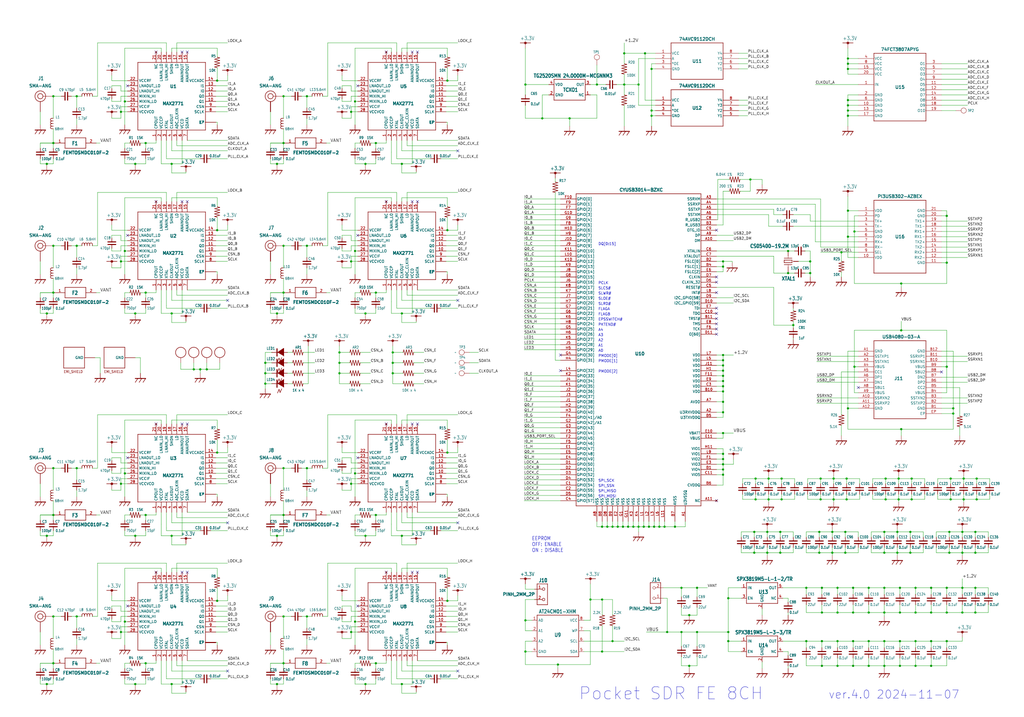
<source format=kicad_sch>
(kicad_sch (version 20231120) (generator "eeschema") (generator_version "8.0")
  (paper "User" 499.999 350.012)
  (lib_symbols
    (symbol "pocket_sdr_v2.3-eagle-import:74AVC9112DCH" (pin_names (offset 0.254))
      (property "Reference" "U" (at 20.32 10.16 0))
      (property "Value" "74AVC9112DCH" (at 20.32 7.62 0))
      (symbol "74AVC9112DCH_0_1"
        (pin power_in line (at 0 0 0) (length 7.62) (name "VCC") (number "1"))
        (pin input line (at 0 -2.54 0) (length 7.62) (name "A") (number "2"))
        (pin input line (at 0 -5.08 0) (length 7.62) (name "*OE") (number "3"))
        (pin power_out line (at 0 -7.62 0) (length 7.62) (name "GND") (number "4"))
        (pin output line (at 40.64 -7.62 180) (length 7.62) (name "Y1") (number "5"))
        (pin output line (at 40.64 -5.08 180) (length 7.62) (name "Y2") (number "6"))
        (pin output line (at 40.64 -2.54 180) (length 7.62) (name "Y3") (number "7"))
        (pin output line (at 40.64 0 180) (length 7.62) (name "Y4") (number "8"))
      )
    )
    (symbol "pocket_sdr_v2.3-eagle-import:74FCT3807APYG" (pin_names (offset 0.254))
      (property "Reference" "U" (at 25.4 10.16 0))
      (property "Value" "74FCT3807APYG" (at 25.4 7.62 0))
      (symbol "74FCT3807APYG_1_1"
        (pin bidirectional line (at 5.08 -10.16 0) (length 7.62) (name "IN") (number "1"))
        (pin bidirectional line (at 5.08 -20.32 0) (length 7.62) (name "GND") (number "10"))
        (pin bidirectional line (at 45.72 -10.16 180) (length 7.62) (name "O5") (number "11"))
        (pin bidirectional line (at 45.72 -12.7 180) (length 7.62) (name "O6") (number "12"))
        (pin bidirectional line (at 5.08 -22.86 0) (length 7.62) (name "GND") (number "13"))
        (pin bidirectional line (at 45.72 -15.24 180) (length 7.62) (name "O7") (number "14"))
        (pin bidirectional line (at 5.08 -2.54 0) (length 7.62) (name "VCC") (number "15"))
        (pin bidirectional line (at 45.72 -17.78 180) (length 7.62) (name "O8") (number "16"))
        (pin bidirectional line (at 5.08 -25.4 0) (length 7.62) (name "GND") (number "17"))
        (pin power_in line (at 45.72 -20.32 180) (length 7.62) (name "O9") (number "18"))
        (pin bidirectional line (at 45.72 -22.86 180) (length 7.62) (name "O10") (number "19"))
        (pin bidirectional line (at 5.08 -15.24 0) (length 7.62) (name "GND") (number "2"))
        (pin bidirectional line (at 5.08 -5.08 0) (length 7.62) (name "VCC") (number "20"))
        (pin power_out line (at 45.72 0 180) (length 7.62) (name "O1") (number "3"))
        (pin bidirectional line (at 5.08 2.54 0) (length 7.62) (name "VCC") (number "4"))
        (pin bidirectional line (at 45.72 -2.54 180) (length 7.62) (name "O2") (number "5"))
        (pin bidirectional line (at 5.08 -17.78 0) (length 7.62) (name "GND") (number "6"))
        (pin bidirectional line (at 45.72 -5.08 180) (length 7.62) (name "O3") (number "7"))
        (pin bidirectional line (at 5.08 0 0) (length 7.62) (name "VCC") (number "8"))
        (pin power_in line (at 45.72 -7.62 180) (length 7.62) (name "O4") (number "9"))
      )
    )
    (symbol "pocket_sdr_v2.3-eagle-import:ARRAY_REG__EXB28V"
      (symbol "ARRAY_REG__EXB28V_1_0"
        (pin passive line (at -2.54 5.08 0) (length 0) (name "P1") (number "1"))
        (pin passive line (at 2.54 5.08 0) (length 0) (name "P2") (number "2"))
        (pin passive line (at -2.54 0 0) (length 0) (name "P3") (number "3"))
        (pin passive line (at 2.54 0 0) (length 0) (name "P4") (number "4"))
        (pin passive line (at -2.54 -5.08 0) (length 0) (name "P5") (number "5"))
        (pin passive line (at 2.54 -5.08 0) (length 0) (name "P6") (number "6"))
        (pin passive line (at -2.54 -10.16 0) (length 0) (name "P7") (number "7"))
        (pin passive line (at 2.54 -10.16 0) (length 0) (name "P8") (number "8"))
      )
    )
    (symbol "pocket_sdr_v2.3-eagle-import:AT24C256C"
      (symbol "AT24C256C_1_0"
        (pin input line (at -12.7 7.62 0) (length 2.54) (name "A0") (number "1"))
        (pin input line (at -12.7 2.54 0) (length 2.54) (name "A1") (number "2"))
        (pin input line (at -12.7 -2.54 0) (length 2.54) (name "A2") (number "3"))
        (pin power_in line (at -12.7 -7.62 0) (length 2.54) (name "GND") (number "4"))
        (pin bidirectional line (at 12.7 -7.62 180) (length 2.54) (name "SDA") (number "5"))
        (pin input line (at 12.7 -2.54 180) (length 2.54) (name "SCL") (number "6"))
        (pin input line (at 12.7 2.54 180) (length 2.54) (name "WP") (number "7"))
        (pin power_in line (at 12.7 7.62 180) (length 2.54) (name "VCC") (number "8"))
      )
    )
    (symbol "pocket_sdr_v2.3-eagle-import:C1005"
      (symbol "C1005_1_0"
        (pin passive line (at 0 2.54 270) (length 0) (name "1") (number "1"))
        (pin passive line (at 0 -2.54 90) (length 0) (name "2") (number "2"))
      )
    )
    (symbol "pocket_sdr_v2.3-eagle-import:C1608"
      (property "Value" "C1608" (at 2.54 -2.54 0))
      (symbol "C1608_1_0"
        (pin passive line (at 0 2.54 270) (length 0) (name "1") (number "1"))
        (pin passive line (at 0 -2.54 90) (length 0) (name "2") (number "2"))
      )
    )
    (symbol "pocket_sdr_v2.3-eagle-import:CPAD_3.2MM"
      (symbol "CPAD_3.2MM_1_0"
        (pin power_in line (at -5.08 0 0) (length 2.54) (name "P$1") (number "EP"))
      )
    )
    (symbol "pocket_sdr_v2.3-eagle-import:CYUSB3014-BZXC" (pin_names (offset 0.254))
      (property "Reference" "U" (at 3.81 83.82 0))
      (property "Value" "CYUSB3014-BZXC" (at 3.81 81.28 0))
      (symbol "CYUSB3014-BZXC_1_1"
        (pin power_in line (at 22.86 -81.28 90) (length 7.62) (name "U3VSSQ") (number "A1"))
        (pin unspecified line (at 38.1 55.88 180) (length 7.62) (name "DM") (number "A10"))
        (pin no_connect line (at 38.1 -71.12 180) (length 7.62) (name "NC") (number "A11"))
        (pin power_in line (at 38.1 -27.94 180) (length 7.62) (name "U3RXVDDQ") (number "A2"))
        (pin input line (at 38.1 76.2 180) (length 7.62) (name "SSRXM") (number "A3"))
        (pin input line (at 38.1 73.66 180) (length 7.62) (name "SSRXP") (number "A4"))
        (pin output line (at 38.1 71.12 180) (length 7.62) (name "SSTXP") (number "A5"))
        (pin output line (at 38.1 68.58 180) (length 7.62) (name "SSTXM") (number "A6"))
        (pin power_in line (at 38.1 -22.86 180) (length 7.62) (name "AVDD") (number "A7"))
        (pin power_in line (at -20.32 -81.28 90) (length 7.62) (name "VSS") (number "A8"))
        (pin unspecified line (at 38.1 58.42 180) (length 7.62) (name "DP") (number "A9"))
        (pin power_in line (at 38.1 -55.88 180) (length 7.62) (name "VIO4") (number "B1"))
        (pin power_in line (at 38.1 -17.78 180) (length 7.62) (name "VDD") (number "B10"))
        (pin output line (at 38.1 17.78 180) (length 7.62) (name "TRST#") (number "B11"))
        (pin input line (at 38.1 45.72 180) (length 7.62) (name "FSLC[0]") (number "B2"))
        (pin unspecified line (at 38.1 63.5 180) (length 7.62) (name "R_USB3") (number "B3"))
        (pin input line (at 38.1 43.18 180) (length 7.62) (name "FSLC[1]") (number "B4"))
        (pin power_in line (at 38.1 -30.48 180) (length 7.62) (name "U3TXVDDQ") (number "B5"))
        (pin power_in line (at 38.1 -63.5 180) (length 7.62) (name "CVDDQ") (number "B6"))
        (pin power_in line (at 17.78 -81.28 90) (length 7.62) (name "AVSS") (number "B7"))
        (pin power_in line (at -17.78 -81.28 90) (length 7.62) (name "VSS") (number "B8"))
        (pin power_in line (at -12.7 -81.28 90) (length 7.62) (name "VSS") (number "B9"))
        (pin unspecified line (at -38.1 -63.5 0) (length 7.62) (name "GPIO[54]") (number "C1"))
        (pin output line (at 38.1 20.32 180) (length 7.62) (name "TDO") (number "C10"))
        (pin power_in line (at 38.1 -58.42 180) (length 7.62) (name "VIO5") (number "C11"))
        (pin unspecified line (at -38.1 -66.04 0) (length 7.62) (name "GPIO[55]") (number "C2"))
        (pin power_in line (at 38.1 -15.24 180) (length 7.62) (name "VDD") (number "C3"))
        (pin unspecified line (at -38.1 -71.12 0) (length 7.62) (name "GPIO[57]") (number "C4"))
        (pin input line (at 38.1 33.02 180) (length 7.62) (name "RESET#") (number "C5"))
        (pin unspecified line (at 38.1 50.8 180) (length 7.62) (name "XTALIN") (number "C6"))
        (pin unspecified line (at 38.1 48.26 180) (length 7.62) (name "XTALOUT") (number "C7"))
        (pin unspecified line (at 38.1 66.04 180) (length 7.62) (name "R_USB2") (number "C8"))
        (pin input line (at 38.1 60.96 180) (length 7.62) (name "OTG_ID") (number "C9"))
        (pin unspecified line (at -38.1 -53.34 0) (length 7.62) (name "GPIO[50]") (number "D1"))
        (pin unspecified line (at 38.1 25.4 180) (length 7.62) (name "I2C_GPIO[59]") (number "D10"))
        (pin input line (at 38.1 10.16 180) (length 7.62) (name "O[60]") (number "D11"))
        (pin unspecified line (at -38.1 -55.88 0) (length 7.62) (name "GPIO[51]") (number "D2"))
        (pin unspecified line (at -38.1 -58.42 0) (length 7.62) (name "GPIO[52]") (number "D3"))
        (pin unspecified line (at -38.1 -60.96 0) (length 7.62) (name "GPIO[53]") (number "D4"))
        (pin unspecified line (at -38.1 -68.58 0) (length 7.62) (name "GPIO[56]") (number "D5"))
        (pin input line (at 38.1 35.56 180) (length 7.62) (name "CLKIN_32") (number "D6"))
        (pin input line (at 38.1 38.1 180) (length 7.62) (name "CLKIN") (number "D7"))
        (pin power_in line (at -15.24 -81.28 90) (length 7.62) (name "VSS") (number "D8"))
        (pin unspecified line (at 38.1 27.94 180) (length 7.62) (name "I2C_GPIO[58]") (number "D9"))
        (pin unspecified line (at -38.1 -45.72 0) (length 7.62) (name "GPIO[47]") (number "E1"))
        (pin power_in line (at 38.1 -38.1 180) (length 7.62) (name "VBATT") (number "E10"))
        (pin power_in line (at 38.1 -40.64 180) (length 7.62) (name "VBUS") (number "E11"))
        (pin power_in line (at -10.16 -81.28 90) (length 7.62) (name "VSS") (number "E2"))
        (pin power_in line (at 38.1 -53.34 180) (length 7.62) (name "VIO3") (number "E3"))
        (pin unspecified line (at -38.1 -50.8 0) (length 7.62) (name "GPIO[49]") (number "E4"))
        (pin unspecified line (at -38.1 -48.26 0) (length 7.62) (name "GPIO[48]") (number "E5"))
        (pin input line (at 38.1 40.64 180) (length 7.62) (name "FSLC[2]") (number "E6"))
        (pin input line (at 38.1 22.86 180) (length 7.62) (name "TDI") (number "E7"))
        (pin input line (at 38.1 15.24 180) (length 7.62) (name "TMS") (number "E8"))
        (pin power_in line (at 38.1 -12.7 180) (length 7.62) (name "VDD") (number "E9"))
        (pin power_in line (at 38.1 -50.8 180) (length 7.62) (name "VIO2") (number "F1"))
        (pin unspecified line (at -38.1 76.2 0) (length 7.62) (name "GPIO[0]") (number "F10"))
        (pin power_in line (at 38.1 -10.16 180) (length 7.62) (name "VDD") (number "F11"))
        (pin unspecified line (at -38.1 -40.64 0) (length 7.62) (name "GPIO[45]") (number "F2"))
        (pin unspecified line (at -38.1 -38.1 0) (length 7.62) (name "GPIO[44]") (number "F3"))
        (pin unspecified line (at -38.1 -30.48 0) (length 7.62) (name "GPIO[41]/A0") (number "F4"))
        (pin unspecified line (at -38.1 -43.18 0) (length 7.62) (name "GPIO[46]") (number "F5"))
        (pin input line (at 38.1 12.7 180) (length 7.62) (name "TCK") (number "F6"))
        (pin unspecified line (at -38.1 71.12 0) (length 7.62) (name "GPIO[2]") (number "F7"))
        (pin unspecified line (at -38.1 63.5 0) (length 7.62) (name "GPIO[5]") (number "F8"))
        (pin unspecified line (at -38.1 73.66 0) (length 7.62) (name "GPIO[1]") (number "F9"))
        (pin power_in line (at -7.62 -81.28 90) (length 7.62) (name "VSS") (number "G1"))
        (pin unspecified line (at -38.1 68.58 0) (length 7.62) (name "GPIO[3]") (number "G10"))
        (pin power_in line (at -5.08 -81.28 90) (length 7.62) (name "VSS") (number "G11"))
        (pin unspecified line (at -38.1 -33.02 0) (length 7.62) (name "GPIO[42]/A1") (number "G2"))
        (pin unspecified line (at -38.1 -35.56 0) (length 7.62) (name "GPIO[43]") (number "G3"))
        (pin unspecified line (at -38.1 0 0) (length 7.62) (name "GPIO[30]") (number "G4"))
        (pin unspecified line (at -38.1 12.7 0) (length 7.62) (name "GPIO[25]") (number "G5"))
        (pin unspecified line (at -38.1 20.32 0) (length 7.62) (name "GPIO[22]") (number "G6"))
        (pin unspecified line (at -38.1 22.86 0) (length 7.62) (name "GPIO[21]") (number "G7"))
        (pin unspecified line (at -38.1 38.1 0) (length 7.62) (name "GPIO[15]") (number "G8"))
        (pin unspecified line (at -38.1 66.04 0) (length 7.62) (name "GPIO[4]") (number "G9"))
        (pin power_in line (at 38.1 -7.62 180) (length 7.62) (name "VDD") (number "H1"))
        (pin unspecified line (at -38.1 60.96 0) (length 7.62) (name "GPIO[6]") (number "H10"))
        (pin power_in line (at 38.1 -45.72 180) (length 7.62) (name "VIO1") (number "H11"))
        (pin unspecified line (at -38.1 -25.4 0) (length 7.62) (name "GPIO[39]") (number "H2"))
        (pin unspecified line (at -38.1 -27.94 0) (length 7.62) (name "GPIO[40]") (number "H3"))
        (pin unspecified line (at -38.1 -2.54 0) (length 7.62) (name "GPIO[31]") (number "H4"))
        (pin unspecified line (at -38.1 2.54 0) (length 7.62) (name "GPIO[29]") (number "H5"))
        (pin unspecified line (at -38.1 10.16 0) (length 7.62) (name "GPIO[26]") (number "H6"))
        (pin unspecified line (at -38.1 25.4 0) (length 7.62) (name "GPIO[20]") (number "H7"))
        (pin unspecified line (at -38.1 15.24 0) (length 7.62) (name "GPIO[24]") (number "H8"))
        (pin unspecified line (at -38.1 58.42 0) (length 7.62) (name "GPIO[7]") (number "H9"))
        (pin unspecified line (at -38.1 -22.86 0) (length 7.62) (name "GPIO[38]") (number "J1"))
        (pin unspecified line (at -38.1 55.88 0) (length 7.62) (name "GPIO[8]") (number "J10"))
        (pin power_in line (at 38.1 -5.08 180) (length 7.62) (name "VDD") (number "J11"))
        (pin unspecified line (at -38.1 -17.78 0) (length 7.62) (name "GPIO[36]") (number "J2"))
        (pin unspecified line (at -38.1 -20.32 0) (length 7.62) (name "GPIO[37]") (number "J3"))
        (pin unspecified line (at -38.1 -12.7 0) (length 7.62) (name "GPIO[34]") (number "J4"))
        (pin unspecified line (at -38.1 5.08 0) (length 7.62) (name "GPIO[28]") (number "J5"))
        (pin unspecified line (at -38.1 35.56 0) (length 7.62) (name "GPIO[16]") (number "J6"))
        (pin unspecified line (at -38.1 27.94 0) (length 7.62) (name "GPIO[19]") (number "J7"))
        (pin unspecified line (at -38.1 40.64 0) (length 7.62) (name "GPIO[14]") (number "J8"))
        (pin unspecified line (at -38.1 53.34 0) (length 7.62) (name "GPIO[9]") (number "J9"))
        (pin unspecified line (at -38.1 -15.24 0) (length 7.62) (name "GPIO[35]") (number "K1"))
        (pin unspecified line (at -38.1 45.72 0) (length 7.62) (name "GPIO[12]") (number "K10"))
        (pin unspecified line (at -38.1 50.8 0) (length 7.62) (name "GPIO[10]") (number "K11"))
        (pin unspecified line (at -38.1 -10.16 0) (length 7.62) (name "GPIO[33]") (number "K2"))
        (pin power_in line (at -2.54 -81.28 90) (length 7.62) (name "VSS") (number "K3"))
        (pin power_in line (at 0 -81.28 90) (length 7.62) (name "VSS") (number "K4"))
        (pin unspecified line (at -38.1 7.62 0) (length 7.62) (name "GPIO[27]") (number "K5"))
        (pin unspecified line (at -38.1 17.78 0) (length 7.62) (name "GPIO[23]") (number "K6"))
        (pin unspecified line (at -38.1 30.48 0) (length 7.62) (name "GPIO[18]") (number "K7"))
        (pin unspecified line (at -38.1 33.02 0) (length 7.62) (name "GPIO[17]") (number "K8"))
        (pin unspecified line (at -38.1 43.18 0) (length 7.62) (name "GPIO[13]") (number "K9"))
        (pin power_in line (at 2.54 -81.28 90) (length 7.62) (name "VSS") (number "L1"))
        (pin unspecified line (at -38.1 48.26 0) (length 7.62) (name "GPIO[11]") (number "L10"))
        (pin power_in line (at 12.7 -81.28 90) (length 7.62) (name "VSS") (number "L11"))
        (pin power_in line (at 5.08 -81.28 90) (length 7.62) (name "VSS") (number "L2"))
        (pin power_in line (at 7.62 -81.28 90) (length 7.62) (name "VSS") (number "L3"))
        (pin unspecified line (at -38.1 -7.62 0) (length 7.62) (name "GPIO[32]") (number "L4"))
        (pin power_in line (at 38.1 -2.54 180) (length 7.62) (name "VDD") (number "L5"))
        (pin power_in line (at 10.16 -81.28 90) (length 7.62) (name "VSS") (number "L6"))
        (pin power_in line (at 38.1 0 180) (length 7.62) (name "VDD") (number "L7"))
        (pin unspecified line (at 38.1 30.48 180) (length 7.62) (name "INT#") (number "L8"))
        (pin power_in line (at 38.1 -48.26 180) (length 7.62) (name "VIO1") (number "L9"))
      )
    )
    (symbol "pocket_sdr_v2.3-eagle-import:L1005"
      (property "Value" "L1005" (at 0 2.032 0))
      (symbol "L1005_1_0"
        (pin passive line (at -2.54 0 0) (length 0) (name "P$1") (number "1"))
        (pin passive line (at 2.54 0 0) (length 0) (name "P$2") (number "2"))
      )
    )
    (symbol "pocket_sdr_v2.3-eagle-import:L1608"
      (symbol "L1608_1_0"
        (pin passive line (at -2.54 0 0) (length 0) (name "P$1") (number "1"))
        (pin passive line (at 2.54 0 0) (length 0) (name "P$2") (number "2"))
      )
    )
    (symbol "pocket_sdr_v2.3-eagle-import:LDO_SOT"
      (symbol "LDO_SOT_1_0"
        (pin bidirectional line (at -10.16 2.54 0) (length 2.54) (name "IN") (number "1"))
        (pin bidirectional line (at 0 -7.62 90) (length 2.54) (name "GND") (number "2"))
        (pin bidirectional line (at -10.16 -2.54 0) (length 2.54) (name "EN") (number "3"))
        (pin bidirectional line (at 10.16 -2.54 180) (length 2.54) (name "NC") (number "4"))
        (pin bidirectional line (at 10.16 2.54 180) (length 2.54) (name "OUT") (number "5"))
      )
    )
    (symbol "pocket_sdr_v2.3-eagle-import:LED1608"
      (symbol "LED1608_1_0"
        (pin passive line (at -2.54 0 0) (length 0) (name "+") (number "1"))
        (pin passive line (at 5.08 0 0) (length 0) (name "P$2") (number "2"))
      )
    )
    (symbol "pocket_sdr_v2.3-eagle-import:MAX2771"
      (symbol "MAX2771_1_0"
        (pin bidirectional line (at -7.62 -21.59 90) (length 5.08) (name "CPOUT") (number "1"))
        (pin output line (at 21.59 -2.54 180) (length 5.08) (name "Q1") (number "10"))
        (pin output line (at 21.59 0 180) (length 5.08) (name "Q0") (number "11"))
        (pin output line (at 21.59 2.54 180) (length 5.08) (name "I0") (number "12"))
        (pin output line (at 21.59 5.08 180) (length 5.08) (name "I1") (number "13"))
        (pin power_in line (at 21.59 7.62 180) (length 5.08) (name "VCCADC") (number "14"))
        (pin bidirectional line (at 7.62 21.59 270) (length 5.08) (name "ANAIPOUT") (number "15"))
        (pin bidirectional line (at 5.08 21.59 270) (length 5.08) (name "ANAINOUT") (number "16"))
        (pin output line (at 2.54 21.59 270) (length 5.08) (name "LD") (number "17"))
        (pin bidirectional line (at 0 21.59 270) (length 5.08) (name "SHDN") (number "18"))
        (pin bidirectional line (at -2.54 21.59 270) (length 5.08) (name "LNAIN_HI") (number "19"))
        (pin power_in line (at -5.08 -21.59 90) (length 5.08) (name "VCCCP") (number "2"))
        (pin bidirectional line (at -5.08 21.59 270) (length 5.08) (name "LNAIN_LO") (number "20"))
        (pin no_connect line (at -7.62 21.59 270) (length 5.08) (name "NC") (number "21"))
        (pin power_in line (at -21.59 7.62 0) (length 5.08) (name "VCCRF") (number "22"))
        (pin output line (at -21.59 5.08 0) (length 5.08) (name "LNAOUT_LO") (number "23"))
        (pin output line (at -21.59 2.54 0) (length 5.08) (name "LNAOUT_HI") (number "24"))
        (pin input line (at -21.59 0 0) (length 5.08) (name "MIXIN_HI") (number "25"))
        (pin input line (at -21.59 -2.54 0) (length 5.08) (name "MIXIN_LO") (number "26"))
        (pin power_in line (at -21.59 -5.08 0) (length 5.08) (name "VCCIF") (number "27"))
        (pin power_in line (at -21.59 -7.62 0) (length 5.08) (name "VCCVCO") (number "28"))
        (pin bidirectional line (at -2.54 -21.59 90) (length 5.08) (name "XTAL") (number "3"))
        (pin bidirectional line (at 0 -21.59 90) (length 5.08) (name "CLKOUT") (number "4"))
        (pin bidirectional line (at 2.54 -21.59 90) (length 5.08) (name "ADC_CLKIN") (number "5"))
        (pin power_in line (at 5.08 -21.59 90) (length 5.08) (name "VCCD") (number "6"))
        (pin bidirectional line (at 7.62 -21.59 90) (length 5.08) (name "SDATA") (number "7"))
        (pin input line (at 21.59 -7.62 180) (length 5.08) (name "SCLK") (number "8"))
        (pin input line (at 21.59 -5.08 180) (length 5.08) (name "CSN") (number "9"))
        (pin power_in line (at 21.59 -12.7 180) (length 5.08) (name "EP") (number "C1"))
        (pin power_in line (at 21.59 -12.7 180) (length 5.08) (name "EP") (number "C2"))
        (pin power_in line (at 21.59 -12.7 180) (length 5.08) (name "EP") (number "C3"))
        (pin power_in line (at 21.59 -12.7 180) (length 5.08) (name "EP") (number "C4"))
        (pin power_in line (at 21.59 -12.7 180) (length 5.08) (name "EP") (number "EP"))
        (pin power_in line (at 21.59 -12.7 180) (length 5.08) (name "EP") (number "V1"))
        (pin power_in line (at 21.59 -12.7 180) (length 5.08) (name "EP") (number "V2"))
        (pin power_in line (at 21.59 -12.7 180) (length 5.08) (name "EP") (number "V3"))
        (pin power_in line (at 21.59 -12.7 180) (length 5.08) (name "EP") (number "V4"))
        (pin power_in line (at 21.59 -12.7 180) (length 5.08) (name "EP") (number "V5"))
        (pin power_in line (at 21.59 -12.7 180) (length 5.08) (name "EP") (number "V6"))
        (pin power_in line (at 21.59 -12.7 180) (length 5.08) (name "EP") (number "V7"))
        (pin power_in line (at 21.59 -12.7 180) (length 5.08) (name "EP") (number "V8"))
        (pin power_in line (at 21.59 -12.7 180) (length 5.08) (name "EP") (number "V9"))
      )
    )
    (symbol "pocket_sdr_v2.3-eagle-import:MS448-10F"
      (symbol "MS448-10F_1_0"
        (text "EMI_SHIELD" (at -5.08 -7.62 0) (effects (font (size 1.27 1.0795)) (justify left bottom)))
        (pin bidirectional line (at 10.16 0 180) (length 5.08) (name "GND") (number "P"))
      )
    )
    (symbol "pocket_sdr_v2.3-eagle-import:PI3USB302-AZBEX" (pin_names (offset 0.254))
      (property "Reference" "U" (at 20.32 10.16 0))
      (property "Value" "PI3USB302-AZBEX" (at 0 20.32 0))
      (symbol "PI3USB302-AZBEX_0_1"
        (pin power_in line (at -20.32 12.7 0) (length 7.62) (name "VDD") (number "1"))
        (pin power_in line (at -20.32 -10.16 0) (length 7.62) (name "VDD") (number "10"))
        (pin power_out line (at 20.32 -12.7 180) (length 7.62) (name "GND") (number "11"))
        (pin bidirectional line (at 20.32 -10.16 180) (length 7.62) (name "RX2-") (number "12"))
        (pin bidirectional line (at 20.32 -7.62 180) (length 7.62) (name "RX2+") (number "13"))
        (pin bidirectional line (at 20.32 -5.08 180) (length 7.62) (name "TX2-") (number "14"))
        (pin bidirectional line (at 20.32 -2.54 180) (length 7.62) (name "TX2+") (number "15"))
        (pin bidirectional line (at 20.32 0 180) (length 7.62) (name "RX1-") (number "16"))
        (pin bidirectional line (at 20.32 2.54 180) (length 7.62) (name "RX1+") (number "17"))
        (pin bidirectional line (at 20.32 5.08 180) (length 7.62) (name "TX1-") (number "18"))
        (pin bidirectional line (at 20.32 7.62 180) (length 7.62) (name "TX1+") (number "19"))
        (pin input line (at -20.32 10.16 0) (length 7.62) (name "PD") (number "2"))
        (pin power_out line (at 20.32 10.16 180) (length 7.62) (name "GND") (number "20"))
        (pin power_out line (at 20.32 12.7 180) (length 7.62) (name "GND") (number "21"))
        (pin bidirectional line (at -20.32 7.62 0) (length 7.62) (name "TX+") (number "3"))
        (pin bidirectional line (at -20.32 5.08 0) (length 7.62) (name "TX-") (number "4"))
        (pin power_out line (at -20.32 2.54 0) (length 7.62) (name "GND") (number "5"))
        (pin power_in line (at -20.32 0 0) (length 7.62) (name "VDD") (number "6"))
        (pin bidirectional line (at -20.32 -2.54 0) (length 7.62) (name "RX+") (number "7"))
        (pin bidirectional line (at -20.32 -5.08 0) (length 7.62) (name "RX-") (number "8"))
        (pin input line (at -20.32 -7.62 0) (length 7.62) (name "SEL") (number "9"))
      )
    )
    (symbol "pocket_sdr_v2.3-eagle-import:PINH_2MM_2P"
      (symbol "PINH_2MM_2P_1_0"
        (pin bidirectional inverted (at -3.81 2.54 0) (length 5.08) (name "P1") (number "1"))
        (pin bidirectional inverted (at -3.81 -2.54 0) (length 5.08) (name "P2") (number "2"))
      )
    )
    (symbol "pocket_sdr_v2.3-eagle-import:POLYSW1608"
      (symbol "POLYSW1608_1_0"
        (pin bidirectional line (at -10.16 0 0) (length 5.08) (name "P$1") (number "1"))
        (pin bidirectional line (at 10.16 0 180) (length 5.08) (name "P$2") (number "2"))
      )
    )
    (symbol "pocket_sdr_v2.3-eagle-import:R1005"
      (symbol "R1005_1_0"
        (pin passive line (at -2.54 0 0) (length 0) (name "P$1") (number "1"))
        (pin passive line (at 2.54 0 0) (length 0) (name "P$2") (number "2"))
      )
    )
    (symbol "pocket_sdr_v2.3-eagle-import:SMA-ANG"
      (symbol "SMA-ANG_1_0"
        (pin passive line (at 6.35 0 180) (length 5.08) (name "RF") (number "P1"))
        (pin passive line (at 0 -7.62 90) (length 5.08) (name "GND") (number "P2"))
        (pin passive line (at 0 -7.62 90) (length 5.08) (name "GND") (number "P3"))
        (pin passive line (at 0 -7.62 90) (length 5.08) (name "GND") (number "P4"))
        (pin passive line (at 0 -7.62 90) (length 5.08) (name "GND") (number "P5"))
      )
    )
    (symbol "pocket_sdr_v2.3-eagle-import:TCXO"
      (symbol "TCXO_1_0"
        (pin bidirectional line (at 10.16 -2.54 180) (length 2.54) (name "NC") (number "1"))
        (pin bidirectional line (at -10.16 -2.54 0) (length 2.54) (name "GND") (number "2"))
        (pin bidirectional line (at 10.16 2.54 180) (length 2.54) (name "OUT") (number "3"))
        (pin bidirectional line (at -10.16 2.54 0) (length 2.54) (name "VDD") (number "4"))
      )
    )
    (symbol "pocket_sdr_v2.3-eagle-import:TP0.5"
      (symbol "TP0.5_1_0"
        (pin bidirectional line (at 0 3.81 270) (length 2.54) (name "1") (number "1"))
      )
    )
    (symbol "pocket_sdr_v2.3-eagle-import:USB4080-03-A" (pin_names (offset 0.254))
      (property "Reference" "J" (at 25.4 10.16 0))
      (property "Value" "USB4080-03-A" (at 25.4 7.62 0))
      (symbol "USB4080-03-A_0_1"
        (pin power_out line (at 5.08 0 0) (length 7.62) (name "GND") (number "A1"))
        (pin bidirectional line (at 5.08 -22.86 0) (length 7.62) (name "SSRXN2") (number "A10"))
        (pin bidirectional line (at 5.08 -25.4 0) (length 7.62) (name "SSRXP2") (number "A11"))
        (pin power_out line (at 5.08 -27.94 0) (length 7.62) (name "GND") (number "A12"))
        (pin bidirectional line (at 5.08 -2.54 0) (length 7.62) (name "SSTXP1") (number "A2"))
        (pin bidirectional line (at 5.08 -5.08 0) (length 7.62) (name "SSTXN1") (number "A3"))
        (pin power_in line (at 5.08 -7.62 0) (length 7.62) (name "VBUS") (number "A4"))
        (pin bidirectional line (at 5.08 -10.16 0) (length 7.62) (name "CC1") (number "A5"))
        (pin bidirectional line (at 5.08 -12.7 0) (length 7.62) (name "DP1") (number "A6"))
        (pin bidirectional line (at 5.08 -15.24 0) (length 7.62) (name "DN1") (number "A7"))
        (pin bidirectional line (at 5.08 -17.78 0) (length 7.62) (name "SBU1") (number "A8"))
        (pin power_in line (at 5.08 -20.32 0) (length 7.62) (name "VBUS") (number "A9"))
        (pin power_out line (at 45.72 -27.94 180) (length 7.62) (name "GND") (number "B1"))
        (pin bidirectional line (at 45.72 -5.08 180) (length 7.62) (name "SSRXN1") (number "B10"))
        (pin bidirectional line (at 45.72 -2.54 180) (length 7.62) (name "SSRXP1") (number "B11"))
        (pin power_out line (at 45.72 0 180) (length 7.62) (name "GND") (number "B12"))
        (pin bidirectional line (at 45.72 -25.4 180) (length 7.62) (name "SSTXP2") (number "B2"))
        (pin bidirectional line (at 45.72 -22.86 180) (length 7.62) (name "SSTXN2") (number "B3"))
        (pin power_in line (at 45.72 -20.32 180) (length 7.62) (name "VBUS") (number "B4"))
        (pin bidirectional line (at 45.72 -17.78 180) (length 7.62) (name "CC2") (number "B5"))
        (pin bidirectional line (at 45.72 -15.24 180) (length 7.62) (name "DP2") (number "B6"))
        (pin bidirectional line (at 45.72 -12.7 180) (length 7.62) (name "DN2") (number "B7"))
        (pin bidirectional line (at 45.72 -10.16 180) (length 7.62) (name "SBU2") (number "B8"))
        (pin power_in line (at 45.72 -7.62 180) (length 7.62) (name "VBUS") (number "B9"))
      )
      (symbol "USB4080-03-A_1_1"
        (pin unspecified line (at 45.72 -30.48 180) (length 7.62) (name "EP") (number "EP"))
      )
    )
    (symbol "pocket_sdr_v2.3-eagle-import:XTAL_SMD"
      (symbol "XTAL_SMD_1_0"
        (pin passive line (at -5.08 0 0) (length 2.54) (name "XTAL1") (number "P1"))
        (pin passive line (at 0 -5.08 90) (length 2.54) (name "GND") (number "P2"))
        (pin passive line (at 5.08 0 180) (length 2.54) (name "XTAL2") (number "P3"))
        (pin passive line (at 0 -5.08 90) (length 2.54) (name "GND") (number "P4"))
      )
    )
    (symbol "pocket_sdr_v2.3-eagle-import:ttaka_power_+3.3V" (power)
      (property "Value" "ttaka_power_+3.3V" (at -2.54 1.27 0))
      (symbol "ttaka_power_+3.3V_1_0"
        (pin power_in line (at 0 -2.54 90) (length 2.54) (name "+3.3V") (number "1"))
      )
    )
    (symbol "pocket_sdr_v2.3-eagle-import:ttaka_power_GND" (power)
      (symbol "ttaka_power_GND_1_0"
        (pin power_in line (at 0 0 270) (length 2.54) (name "GND") (number "1"))
      )
    )
  )
  (junction (at 353.06 175.895))
  (junction (at 304.8 26.035))
  (junction (at 318.135 56.515))
  (junction (at 414.02 31.115))
  (junction (at 94.615 180.34))
  (junction (at 384.81 122.555))
  (junction (at 408.94 325.12))
  (junction (at 353.06 231.775))
  (junction (at 26.035 69.85))
  (junction (at 60.96 122.555))
  (junction (at 37.465 120.015))
  (junction (at 340.36 287.02))
  (junction (at 83.82 153.035))
  (junction (at 401.32 313.055))
  (junction (at 431.8 259.715))
  (junction (at 431.8 287.02))
  (junction (at 325.755 308.61))
  (junction (at 353.06 211.455))
  (junction (at 171.45 54.61))
  (junction (at 178.435 334.01))
  (junction (at 66.04 80.01))
  (junction (at 191.77 182.245))
  (junction (at 462.28 287.02))
  (junction (at 410.845 123.19))
  (junction (at 100.965 180.34))
  (junction (at 353.06 173.355))
  (junction (at 470.535 243.84))
  (junction (at 83.82 261.62))
  (junction (at 393.7 313.055))
  (junction (at 414.02 51.435))
  (junction (at 413.385 233.68))
  (junction (at 414.02 115.57))
  (junction (at 288.29 292.735))
  (junction (at 469.9 299.085))
  (junction (at 417.195 113.03))
  (junction (at 183.515 251.46))
  (junction (at 71.12 69.85))
  (junction (at 440.055 209.55))
  (junction (at 476.25 259.715))
  (junction (at 183.515 69.85))
  (junction (at 256.54 302.895))
  (junction (at 26.035 228.6))
  (junction (at 191.77 172.085))
  (junction (at 26.035 251.46))
  (junction (at 22.86 80.01))
  (junction (at 374.65 269.875))
  (junction (at 135.255 80.01))
  (junction (at 368.935 233.68))
  (junction (at 431.8 269.875))
  (junction (at 381 269.875))
  (junction (at 353.06 191.135))
  (junction (at 445.135 233.68))
  (junction (at 304.8 41.275))
  (junction (at 135.255 261.62))
  (junction (at 353.06 221.615))
  (junction (at 149.86 228.6))
  (junction (at 375.285 233.68))
  (junction (at 319.405 257.175))
  (junction (at 408.94 299.085))
  (junction (at 37.465 300.99))
  (junction (at 465.455 201.93))
  (junction (at 355.6 308.61))
  (junction (at 431.8 325.12))
  (junction (at 60.96 303.53))
  (junction (at 353.06 188.595))
  (junction (at 440.055 138.43))
  (junction (at 294.005 318.135))
  (junction (at 60.96 49.53))
  (junction (at 138.43 120.015))
  (junction (at 476.25 269.875))
  (junction (at 106.045 220.98))
  (junction (at 314.96 26.035))
  (junction (at 353.06 130.175))
  (junction (at 469.9 287.02))
  (junction (at 296.545 257.175))
  (junction (at 462.28 179.07))
  (junction (at 135.255 153.035))
  (junction (at 218.44 220.98))
  (junction (at 424.18 299.085))
  (junction (at 26.035 300.99))
  (junction (at 59.055 54.61))
  (junction (at 138.43 251.46))
  (junction (at 424.18 325.12))
  (junction (at 407.035 243.84))
  (junction (at 183.515 323.85))
  (junction (at 439.42 325.12))
  (junction (at 414.02 56.515))
  (junction (at 106.045 112.395))
  (junction (at 400.685 243.84))
  (junction (at 97.79 180.34))
  (junction (at 454.66 325.12))
  (junction (at 183.515 142.875))
  (junction (at 196.215 153.035))
  (junction (at 353.06 178.435))
  (junction (at 414.02 53.975))
  (junction (at 440.055 161.29))
  (junction (at 149.86 300.99))
  (junction (at 309.245 257.175))
  (junction (at 462.28 105.41))
  (junction (at 439.42 313.055))
  (junction (at 83.82 80.01))
  (junction (at 171.45 236.22))
  (junction (at 299.085 313.055))
  (junction (at 294.005 257.175))
  (junction (at 447.04 299.085))
  (junction (at 66.04 261.62))
  (junction (at 462.28 299.085))
  (junction (at 447.04 325.12))
  (junction (at 59.055 127.635))
  (junction (at 381.635 233.68))
  (junction (at 318.135 33.655))
  (junction (at 26.035 323.85))
  (junction (at 165.735 177.165))
  (junction (at 218.44 112.395))
  (junction (at 416.56 287.02))
  (junction (at 368.3 269.875))
  (junction (at 400.05 259.715))
  (junction (at 256.54 318.135))
  (junction (at 368.3 259.715))
  (junction (at 424.18 313.055))
  (junction (at 138.43 228.6))
  (junction (at 407.035 233.68))
  (junction (at 438.785 233.68))
  (junction (at 138.43 323.85))
  (junction (at 416.56 313.055))
  (junction (at 353.06 127.635))
  (junction (at 353.06 183.515))
  (junction (at 138.43 46.99))
  (junction (at 318.135 53.975))
  (junction (at 401.32 299.085))
  (junction (at 469.9 269.875))
  (junction (at 129.54 182.245))
  (junction (at 264.795 57.785))
  (junction (at 439.42 299.085))
  (junction (at 400.685 233.68))
  (junction (at 408.94 313.055))
  (junction (at 353.06 226.695))
  (junction (at 424.18 287.02))
  (junction (at 447.04 313.055))
  (junction (at 469.9 259.715))
  (junction (at 374.65 259.715))
  (junction (at 438.785 243.84))
  (junction (at 294.005 292.735))
  (junction (at 324.485 257.175))
  (junction (at 408.94 287.02))
  (junction (at 83.82 334.01))
  (junction (at 71.12 142.875))
  (junction (at 106.045 39.37))
  (junction (at 353.06 229.235))
  (junction (at 444.5 259.715))
  (junction (at 218.44 293.37))
  (junction (at 355.6 292.1))
  (junction (at 353.06 186.055))
  (junction (at 129.54 187.325))
  (junction (at 26.035 46.99))
  (junction (at 191.77 177.165))
  (junction (at 414.02 28.575))
  (junction (at 314.325 257.175))
  (junction (at 432.435 243.84))
  (junction (at 393.7 287.02))
  (junction (at 439.42 287.02))
  (junction (at 416.56 325.12))
  (junction (at 26.035 142.875))
  (junction (at 71.12 323.85))
  (junction (at 464.185 233.68))
  (junction (at 60.96 231.14))
  (junction (at 476.885 243.84))
  (junction (at 355.6 313.055))
  (junction (at 476.25 287.02))
  (junction (at 438.15 269.875))
  (junction (at 311.785 257.175))
  (junction (at 366.395 87.63))
  (junction (at 196.215 80.01))
  (junction (at 462.28 128.27))
  (junction (at 401.32 325.12))
  (junction (at 353.06 224.155))
  (junction (at 431.8 299.085))
  (junction (at 381 259.715))
  (junction (at 406.4 259.715))
  (junction (at 336.55 325.12))
  (junction (at 138.43 69.85))
  (junction (at 476.25 299.085))
  (junction (at 37.465 228.6))
  (junction (at 196.215 261.62))
  (junction (at 476.885 233.68))
  (junction (at 37.465 46.99))
  (junction (at 470.535 233.68))
  (junction (at 340.36 308.61))
  (junction (at 417.195 179.07))
  (junction (at 171.45 127.635))
  (junction (at 395.605 133.35))
  (junction (at 66.04 153.035))
  (junction (at 447.04 287.02))
  (junction (at 138.43 300.99))
  (junction (at 22.86 261.62))
  (junction (at 218.44 39.37))
  (junction (at 304.165 257.175))
  (junction (at 173.355 49.53))
  (junction (at 464.185 243.84))
  (junction (at 329.565 257.175))
  (junction (at 444.5 269.875))
  (junction (at 306.705 257.175))
  (junction (at 462.28 313.055))
  (junction (at 22.86 334.01))
  (junction (at 387.35 158.75))
  (junction (at 400.05 269.875))
  (junction (at 401.32 287.02))
  (junction (at 272.415 324.485))
  (junction (at 353.06 180.975))
  (junction (at 178.435 153.035))
  (junction (at 416.56 299.085))
  (junction (at 463.55 269.875))
  (junction (at 465.455 199.39))
  (junction (at 135.255 334.01))
  (junction (at 414.02 33.655))
  (junction (at 196.215 334.01))
  (junction (at 438.15 259.715))
  (junction (at 291.465 41.275))
  (junction (at 414.02 102.87))
  (junction (at 171.45 308.61))
  (junction (at 431.8 313.055))
  (junction (at 66.04 334.01))
  (junction (at 59.055 308.61))
  (junction (at 149.86 120.015))
  (junction (at 321.945 257.175))
  (junction (at 299.085 257.175))
  (junction (at 353.06 196.215))
  (junction (at 22.86 153.035))
  (junction (at 414.02 48.895))
  (junction (at 332.74 287.02))
  (junction (at 173.355 122.555))
  (junction (at 173.355 231.14))
  (junction (at 278.13 57.785))
  (junction (at 395.605 127.635))
  (junction (at 332.74 308.61))
  (junction (at 432.435 233.68))
  (junction (at 301.625 257.175))
  (junction (at 412.75 259.715))
  (junction (at 71.12 251.46))
  (junction (at 129.54 177.165))
  (junction (at 336.55 300.355))
  (junction (at 463.55 259.715))
  (junction (at 375.285 243.84))
  (junction (at 384.81 133.35))
  (junction (at 368.935 243.84))
  (junction (at 165.735 182.245))
  (junction (at 413.385 243.84))
  (junction (at 381.635 243.84))
  (junction (at 173.355 303.53))
  (junction (at 256.54 41.275))
  (junction (at 454.66 299.085))
  (junction (at 165.735 172.085))
  (junction (at 353.06 201.295))
  (junction (at 412.75 269.875))
  (junction (at 406.4 269.875))
  (junction (at 414.02 199.39))
  (junction (at 59.055 236.22))
  (junction (at 149.86 46.99))
  (junction (at 26.035 120.015))
  (junction (at 445.135 243.84))
  (junction (at 178.435 80.01))
  (junction (at 178.435 261.62))
  (junction (at 454.66 287.02))
  (junction (at 138.43 142.875))
  (junction (at 311.785 41.275))
  (junction (at 316.865 257.175))
  (junction (at 454.66 313.055))
  (junction (at 106.045 293.37))
  (no_connect (at 111.125 146.685))
  (no_connect (at 88.9 279.4))
  (no_connect (at 201.295 207.01))
  (no_connect (at 76.2 98.425))
  (no_connect (at 91.44 25.4))
  (no_connect (at 62.23 223.52))
  (no_connect (at 349.885 150.495))
  (no_connect (at 76.2 25.4))
  (no_connect (at 188.595 25.4))
  (no_connect (at 88.9 98.425))
  (no_connect (at 174.625 223.52))
  (no_connect (at 174.625 114.935))
  (no_connect (at 201.295 25.4))
  (no_connect (at 459.74 181.61))
  (no_connect (at 174.625 41.91))
  (no_connect (at 188.595 98.425))
  (no_connect (at 203.835 98.425))
  (no_connect (at 273.685 180.975))
  (no_connect (at 349.885 135.255))
  (no_connect (at 188.595 279.4))
  (no_connect (at 201.295 279.4))
  (no_connect (at 203.835 207.01))
  (no_connect (at 62.23 41.91))
  (no_connect (at 223.52 327.66))
  (no_connect (at 419.1 189.23))
  (no_connect (at 88.9 207.01))
  (no_connect (at 91.44 98.425))
  (no_connect (at 223.52 73.66))
  (no_connect (at 188.595 207.01))
  (no_connect (at 91.44 207.01))
  (no_connect (at 223.52 255.27))
  (no_connect (at 223.52 146.685))
  (no_connect (at 203.835 279.4))
  (no_connect (at 349.885 244.475))
  (no_connect (at 349.885 112.395))
  (no_connect (at 349.885 160.655))
  (no_connect (at 349.885 153.035))
  (no_connect (at 91.44 279.4))
  (no_connect (at 349.885 155.575))
  (no_connect (at 349.885 158.115))
  (no_connect (at 273.685 173.355))
  (no_connect (at 203.835 25.4))
  (no_connect (at 349.885 137.795))
  (no_connect (at 349.885 163.195))
  (no_connect (at 349.885 142.875))
  (no_connect (at 76.2 279.4))
  (no_connect (at 111.125 327.66))
  (no_connect (at 88.9 25.4))
  (no_connect (at 76.2 207.01))
  (no_connect (at 111.125 255.27))
  (no_connect (at 174.625 295.91))
  (no_connect (at 201.295 98.425))
  (no_connect (at 62.23 295.91))
  (no_connect (at 62.23 114.935))
  (wire (pts (xy 372.11 297.18) (xy 372.11 300.355)) (stroke (width 0.1524)))
  (wire (pts (xy 19.685 142.875) (xy 19.685 145.415)) (stroke (width 0.1524)))
  (wire (pts (xy 353.06 201.295) (xy 353.06 203.835)))
  (wire (pts (xy 431.8 287.02) (xy 439.42 287.02)) (stroke (width 0.1524)))
  (wire (pts (xy 59.055 120.015) (xy 59.055 122.555)))
  (wire (pts (xy 439.42 290.195) (xy 439.42 287.02)) (stroke (width 0.1524)))
  (wire (pts (xy 288.29 292.735) (xy 288.29 302.895)) (stroke (width 0.1524)))
  (wire (pts (xy 255.905 99.695) (xy 273.685 99.695)))
  (wire (pts (xy 217.805 49.53) (xy 223.52 49.53)))
  (wire (pts (xy 424.18 287.02) (xy 424.18 290.195)) (stroke (width 0.1524)))
  (wire (pts (xy 255.905 183.515) (xy 273.685 183.515)))
  (wire (pts (xy 178.435 153.035) (xy 183.515 153.035)) (stroke (width 0.1524)))
  (wire (pts (xy 160.02 120.015) (xy 160.02 93.98)) (stroke (width 0.1524)))
  (wire (pts (xy 54.61 130.81) (xy 59.055 130.81)))
  (wire (pts (xy 218.44 205.105) (xy 218.44 209.55)) (stroke (width 0.1524)))
  (wire (pts (xy 320.04 48.895) (xy 314.96 48.895)))
  (wire (pts (xy 482.6 259.715) (xy 482.6 262.255)) (stroke (width 0.1524)))
  (wire (pts (xy 416.56 287.02) (xy 416.56 290.195)) (stroke (width 0.1524)))
  (wire (pts (xy 135.255 261.62) (xy 135.255 262.255)))
  (wire (pts (xy 362.585 236.22) (xy 362.585 233.68)) (stroke (width 0.1524)))
  (wire (pts (xy 349.885 186.055) (xy 353.06 186.055)))
  (wire (pts (xy 459.74 186.69) (xy 472.44 186.69)))
  (wire (pts (xy 414.02 48.895) (xy 414.02 51.435)))
  (wire (pts (xy 132.08 142.875) (xy 138.43 142.875)))
  (wire (pts (xy 19.685 142.875) (xy 26.035 142.875)))
  (wire (pts (xy 94.615 180.34) (xy 97.79 180.34)))
  (wire (pts (xy 173.355 231.14) (xy 173.355 242.57)))
  (wire (pts (xy 413.385 243.84) (xy 419.735 243.84)) (stroke (width 0.1524)))
  (wire (pts (xy 54.61 112.395) (xy 54.61 109.855)) (stroke (width 0.1524)))
  (wire (pts (xy 147.32 46.99) (xy 149.86 46.99)) (stroke (width 0.1524)))
  (wire (pts (xy 304.165 254.635) (xy 304.165 257.175)))
  (wire (pts (xy 196.215 255.27) (xy 223.52 255.27)))
  (wire (pts (xy 83.82 205.105) (xy 83.82 207.01)) (stroke (width 0.1524)))
  (wire (pts (xy 381.635 233.68) (xy 387.985 233.68)) (stroke (width 0.1524)))
  (wire (pts (xy 393.7 287.02) (xy 401.32 287.02)) (stroke (width 0.1524)))
  (wire (pts (xy 142.875 172.085) (xy 140.335 172.085)) (stroke (width 0.1524)))
  (wire (pts (xy 459.74 196.85) (xy 472.44 196.85)))
  (wire (pts (xy 393.7 262.255) (xy 393.7 259.715)) (stroke (width 0.1524)))
  (wire (pts (xy 400.05 269.875) (xy 406.4 269.875)) (stroke (width 0.1524)))
  (wire (pts (xy 424.18 295.275) (xy 424.18 299.085)) (stroke (width 0.1524)))
  (wire (pts (xy 278.13 57.785) (xy 278.13 61.595)) (stroke (width 0.1524)))
  (wire (pts (xy 400.685 233.68) (xy 407.035 233.68)) (stroke (width 0.1524)))
  (wire (pts (xy 94.615 177.165) (xy 94.615 180.34)))
  (wire (pts (xy 86.36 71.12) (xy 111.125 71.12)))
  (wire (pts (xy 83.82 157.48) (xy 90.805 157.48)) (stroke (width 0.1524)))
  (wire (pts (xy 183.515 142.875) (xy 183.515 145.415)) (stroke (width 0.1524)))
  (wire (pts (xy 393.7 313.055) (xy 401.32 313.055)) (stroke (width 0.1524)))
  (wire (pts (xy 410.845 181.61) (xy 419.1 181.61)))
  (wire (pts (xy 469.9 259.715) (xy 469.9 262.255)) (stroke (width 0.1524)))
  (wire (pts (xy 47.625 202.565) (xy 81.28 202.565)) (stroke (width 0.1524)))
  (wire (pts (xy 311.785 41.275) (xy 311.785 51.435)))
  (wire (pts (xy 138.43 142.875) (xy 139.065 142.875)) (stroke (width 0.1524)))
  (wire (pts (xy 395.605 107.95) (xy 395.605 104.775)))
  (wire (pts (xy 142.875 182.245) (xy 140.335 182.245)) (stroke (width 0.1524)))
  (wire (pts (xy 78.74 147.32) (xy 78.74 153.035)) (stroke (width 0.1524)))
  (wire (pts (xy 76.2 68.58) (xy 76.2 69.85)))
  (wire (pts (xy 329.565 257.175) (xy 334.645 257.175)))
  (wire (pts (xy 355.6 292.1) (xy 355.6 287.02)) (stroke (width 0.1524)))
  (wire (pts (xy 464.185 243.84) (xy 470.535 243.84)) (stroke (width 0.1524)))
  (wire (pts (xy 106.045 313.69) (xy 105.41 313.69)) (stroke (width 0.1524)))
  (wire (pts (xy 353.06 127.635) (xy 357.505 127.635)))
  (wire (pts (xy 26.035 261.62) (xy 26.035 259.08)))
  (wire (pts (xy 19.685 308.61) (xy 19.685 314.96)) (stroke (width 0.1524)))
  (wire (pts (xy 171.45 127.635) (xy 171.45 130.81)) (stroke (width 0.1524)))
  (wire (pts (xy 353.06 127.635) (xy 353.06 130.175)))
  (wire (pts (xy 54.61 223.52) (xy 59.055 223.52)) (stroke (width 0.1524)))
  (wire (pts (xy 83.82 84.455) (xy 90.805 84.455)) (stroke (width 0.1524)))
  (wire (pts (xy 171.45 228.6) (xy 171.45 231.14)))
  (wire (pts (xy 86.36 325.12) (xy 111.125 325.12)))
  (wire (pts (xy 149.86 228.6) (xy 149.86 234.315)) (stroke (width 0.1524)))
  (wire (pts (xy 106.045 293.37) (xy 111.125 293.37)) (stroke (width 0.1524)))
  (wire (pts (xy 22.86 334.01) (xy 22.86 334.645)))
  (wire (pts (xy 476.885 233.68) (xy 483.235 233.68)) (stroke (width 0.1524)))
  (wire (pts (xy 218.44 293.37) (xy 223.52 293.37)) (stroke (width 0.1524)))
  (wire (pts (xy 451.485 233.68) (xy 451.485 236.22)) (stroke (width 0.1524)))
  (wire (pts (xy 426.085 236.22) (xy 426.085 233.68)) (stroke (width 0.1524)))
  (wire (pts (xy 325.755 292.1) (xy 323.85 292.1)))
  (wire (pts (xy 377.825 125.095) (xy 377.825 133.35)))
  (wire (pts (xy 381 269.875) (xy 381 267.335)) (stroke (width 0.1524)))
  (wire (pts (xy 353.06 221.615) (xy 353.06 224.155)))
  (wire (pts (xy 83.82 80.01) (xy 83.82 84.455)) (stroke (width 0.1524)))
  (wire (pts (xy 459.74 125.73) (xy 472.44 125.73)))
  (wire (pts (xy 129.54 177.165) (xy 129.54 182.245)) (stroke (width 0.1524)))
  (wire (pts (xy 431.8 321.31) (xy 431.8 325.12)) (stroke (width 0.1524)))
  (wire (pts (xy 255.905 112.395) (xy 273.685 112.395)))
  (wire (pts (xy 173.355 205.105) (xy 191.135 205.105)))
  (wire (pts (xy 459.74 38.735) (xy 472.44 38.735)))
  (wire (pts (xy 398.145 99.695) (xy 349.885 99.695)))
  (wire (pts (xy 167.005 114.935) (xy 167.005 116.205)) (stroke (width 0.1524)))
  (wire (pts (xy 83.82 153.035) (xy 78.74 153.035)) (stroke (width 0.1524)))
  (wire (pts (xy 26.035 46.99) (xy 26.035 57.785)) (stroke (width 0.1524)))
  (wire (pts (xy 60.96 331.47) (xy 60.96 334.01)) (stroke (width 0.1524)))
  (wire (pts (xy 188.595 250.19) (xy 188.595 251.46)))
  (wire (pts (xy 193.675 20.955) (xy 193.675 25.4)) (stroke (width 0.1524)))
  (wire (pts (xy 218.44 287.02) (xy 218.44 293.37)))
  (wire (pts (xy 374.65 259.715) (xy 374.65 262.255)) (stroke (width 0.1524)))
  (wire (pts (xy 349.885 236.855) (xy 353.06 236.855)))
  (wire (pts (xy 431.8 299.085) (xy 431.8 300.99)) (stroke (width 0.1524)))
  (wire (pts (xy 349.885 196.215) (xy 353.06 196.215)))
  (wire (pts (xy 201.295 250.19) (xy 201.295 261.62)))
  (wire (pts (xy 217.805 39.37) (xy 218.44 39.37)) (stroke (width 0.1524)))
  (wire (pts (xy 304.8 51.435) (xy 304.8 61.595)))
  (wire (pts (xy 311.785 257.175) (xy 314.325 257.175)))
  (wire (pts (xy 393.7 321.31) (xy 393.7 325.12)) (stroke (width 0.1524)))
  (wire (pts (xy 129.54 187.325) (xy 132.715 187.325)))
  (wire (pts (xy 306.705 257.175) (xy 309.245 257.175)))
  (wire (pts (xy 193.675 250.19) (xy 193.675 257.81)) (stroke (width 0.1524)))
  (wire (pts (xy 59.055 41.91) (xy 59.055 44.45)) (stroke (width 0.1524)))
  (wire (pts (xy 191.135 322.58) (xy 191.135 328.295)))
  (wire (pts (xy 377.825 104.775) (xy 377.825 102.235)))
  (wire (pts (xy 45.085 228.6) (xy 47.625 228.6)) (stroke (width 0.1524)))
  (wire (pts (xy 387.985 233.68) (xy 387.985 236.22)) (stroke (width 0.1524)))
  (wire (pts (xy 350.52 87.63) (xy 356.235 87.63)))
  (wire (pts (xy 349.885 231.775) (xy 353.06 231.775)))
  (wire (pts (xy 316.865 257.175) (xy 319.405 257.175)))
  (wire (pts (xy 300.99 41.275) (xy 304.8 41.275)))
  (wire (pts (xy 459.74 110.49) (xy 472.44 110.49)))
  (wire (pts (xy 215.265 77.47) (xy 223.52 77.47)))
  (wire (pts (xy 255.905 224.155) (xy 273.685 224.155)))
  (wire (pts (xy 90.805 157.48) (xy 90.805 156.845)) (stroke (width 0.1524)))
  (wire (pts (xy 438.15 269.875) (xy 438.15 271.145)) (stroke (width 0.1524)))
  (wire (pts (xy 340.36 300.355) (xy 340.36 296.545)))
  (wire (pts (xy 173.355 49.53) (xy 173.355 23.495)))
  (wire (pts (xy 54.61 303.53) (xy 54.61 302.26)) (stroke (width 0.1524)))
  (wire (pts (xy 54.61 41.91) (xy 54.61 43.18)) (stroke (width 0.1524)))
  (wire (pts (xy 291.465 57.785) (xy 291.465 46.355)) (stroke (width 0.1524)))
  (wire (pts (xy 255.905 160.655) (xy 273.685 160.655)))
  (wire (pts (xy 459.74 199.39) (xy 465.455 199.39)))
  (wire (pts (xy 372.11 87.63) (xy 372.11 90.17)))
  (wire (pts (xy 393.065 122.555) (xy 395.605 122.555)) (stroke (width 0.1524)))
  (wire (pts (xy 46.355 174.625) (xy 48.895 174.625)))
  (wire (pts (xy 387.35 259.715) (xy 387.35 262.255)) (stroke (width 0.1524)))
  (wire (pts (xy 19.685 331.47) (xy 19.685 334.01)) (stroke (width 0.1524)))
  (wire (pts (xy 483.235 243.84) (xy 483.235 241.3)) (stroke (width 0.1524)))
  (wire (pts (xy 83.82 146.685) (xy 111.125 146.685)))
  (wire (pts (xy 138.43 120.015) (xy 142.24 120.015)) (stroke (width 0.1524)))
  (wire (pts (xy 178.435 334.01) (xy 178.435 334.645)) (stroke (width 0.1524)))
  (wire (pts (xy 217.805 112.395) (xy 218.44 112.395)) (stroke (width 0.1524)))
  (wire (pts (xy 88.9 141.605) (xy 88.9 153.035)))
  (wire (pts (xy 413.385 243.84) (xy 407.035 243.84)) (stroke (width 0.1524)))
  (wire (pts (xy 321.945 254.635) (xy 321.945 257.175)))
  (wire (pts (xy 19.685 80.01) (xy 22.86 80.01)) (stroke (width 0.1524)))
  (wire (pts (xy 462.28 161.29) (xy 462.28 179.07)))
  (wire (pts (xy 465.455 201.93) (xy 465.455 209.55)))
  (wire (pts (xy 462.28 316.23) (xy 462.28 313.055)) (stroke (width 0.1524)))
  (wire (pts (xy 86.36 250.19) (xy 86.36 252.73)))
  (wire (pts (xy 424.18 313.055) (xy 431.8 313.055)) (stroke (width 0.1524)))
  (wire (pts (xy 315.595 308.61) (xy 325.755 308.61)))
  (wire (pts (xy 256.54 292.735) (xy 256.54 302.895)) (stroke (width 0.1524)))
  (wire (pts (xy 60.96 122.555) (xy 60.96 133.985)))
  (wire (pts (xy 476.25 287.02) (xy 482.6 287.02)) (stroke (width 0.1524)))
  (wire (pts (xy 349.885 178.435) (xy 353.06 178.435)))
  (wire (pts (xy 476.25 269.875) (xy 476.25 267.335)) (stroke (width 0.1524)))
  (wire (pts (xy 296.545 257.175) (xy 296.545 254.635)))
  (wire (pts (xy 105.41 112.395) (xy 106.045 112.395)) (stroke (width 0.1524)))
  (wire (pts (xy 81.28 68.58) (xy 81.28 76.2)) (stroke (width 0.1524)))
  (wire (pts (xy 174.625 300.99) (xy 171.45 300.99)))
  (wire (pts (xy 353.06 196.215) (xy 353.06 201.295)))
  (wire (pts (xy 417.195 105.41) (xy 417.195 113.03)))
  (wire (pts (xy 174.625 39.37) (xy 167.005 39.37)) (stroke (width 0.1524)))
  (wire (pts (xy 419.735 243.84) (xy 419.735 241.3)) (stroke (width 0.1524)))
  (wire (pts (xy 255.905 244.475) (xy 273.685 244.475)))
  (wire (pts (xy 196.215 157.48) (xy 203.2 157.48)) (stroke (width 0.1524)))
  (wire (pts (xy 46.99 251.46) (xy 48.895 251.46)))
  (wire (pts (xy 425.45 259.715) (xy 431.8 259.715)) (stroke (width 0.1524)))
  (wire (pts (xy 60.96 122.555) (xy 60.96 96.52)))
  (wire (pts (xy 218.44 23.495) (xy 218.44 27.94)) (stroke (width 0.1524)))
  (wire (pts (xy 304.8 26.035) (xy 314.96 26.035)))
  (wire (pts (xy 198.755 202.565) (xy 223.52 202.565)) (stroke (width 0.1524)))
  (wire (pts (xy 462.28 287.02) (xy 454.66 287.02)) (stroke (width 0.1524)))
  (wire (pts (xy 78.74 96.52) (xy 78.74 98.425)))
  (wire (pts (xy 332.74 300.355) (xy 336.55 300.355)))
  (wire (pts (xy 314.325 254.635) (xy 314.325 257.175)))
  (wire (pts (xy 223.52 39.37) (xy 223.52 36.83)) (stroke (width 0.1524)))
  (wire (pts (xy 457.2 259.715) (xy 463.55 259.715)) (stroke (width 0.1524)))
  (wire (pts (xy 291.465 31.75) (xy 291.465 41.275)))
  (wire (pts (xy 196.215 84.455) (xy 203.2 84.455)) (stroke (width 0.1524)))
  (wire (pts (xy 201.93 187.325) (xy 207.01 187.325)))
  (wire (pts (xy 198.755 144.145) (xy 223.52 144.145)))
  (wire (pts (xy 129.54 182.245) (xy 129.54 187.325)) (stroke (width 0.1524)))
  (wire (pts (xy 349.885 125.095) (xy 377.825 125.095)))
  (wire (pts (xy 193.675 257.81) (xy 193.675 259.08)))
  (wire (pts (xy 60.96 231.14) (xy 60.96 205.105)))
  (wire (pts (xy 196.215 146.685) (xy 223.52 146.685)))
  (wire (pts (xy 201.295 261.62) (xy 196.215 261.62)) (stroke (width 0.1524)))
  (wire (pts (xy 416.56 299.085) (xy 424.18 299.085)) (stroke (width 0.1524)))
  (wire (pts (xy 83.82 96.52) (xy 106.045 96.52)) (stroke (width 0.1524)))
  (wire (pts (xy 178.435 153.035) (xy 178.435 153.67)) (stroke (width 0.1524)))
  (wire (pts (xy 66.04 153.035) (xy 71.12 153.035)) (stroke (width 0.1524)))
  (wire (pts (xy 19.685 150.495) (xy 19.685 153.035)) (stroke (width 0.1524)))
  (wire (pts (xy 196.215 205.105) (xy 218.44 205.105)) (stroke (width 0.1524)))
  (wire (pts (xy 62.23 120.015) (xy 59.055 120.015)))
  (wire (pts (xy 217.805 228.6) (xy 223.52 228.6)) (stroke (width 0.1524)))
  (wire (pts (xy 160.02 228.6) (xy 160.02 202.565)) (stroke (width 0.1524)))
  (wire (pts (xy 368.935 233.68) (xy 368.935 236.22)) (stroke (width 0.1524)))
  (wire (pts (xy 60.96 334.01) (xy 66.04 334.01)) (stroke (width 0.1524)))
  (wire (pts (xy 111.125 220.98) (xy 111.125 218.44)) (stroke (width 0.1524)))
  (wire (pts (xy 78.74 205.105) (xy 78.74 207.01)))
  (wire (pts (xy 223.52 220.98) (xy 223.52 218.44)) (stroke (width 0.1524)))
  (wire (pts (xy 353.06 186.055) (xy 353.06 188.595)))
  (wire (pts (xy 193.675 149.225) (xy 193.675 150.495)))
  (wire (pts (xy 444.5 259.715) (xy 450.85 259.715)) (stroke (width 0.1524)))
  (wire (pts (xy 201.295 334.01) (xy 196.215 334.01)) (stroke (width 0.1524)))
  (wire (pts (xy 175.895 69.85) (xy 173.355 69.85)) (stroke (width 0.1524)))
  (wire (pts (xy 167.005 311.785) (xy 167.005 311.15)))
  (wire (pts (xy 193.675 202.565) (xy 193.675 207.01)) (stroke (width 0.1524)))
  (wire (pts (xy 375.285 110.49) (xy 382.27 110.49)))
  (wire (pts (xy 66.04 80.01) (xy 66.04 80.645)) (stroke (width 0.1524)))
  (wire (pts (xy 132.08 251.46) (xy 138.43 251.46)) (stroke (width 0.1524)))
  (wire (pts (xy 173.355 150.495) (xy 173.355 153.035)) (stroke (width 0.1524)))
  (wire (pts (xy 353.06 229.235) (xy 353.06 231.775)))
  (wire (pts (xy 400.685 120.65) (xy 419.1 120.65)))
  (wire (pts (xy 102.87 150.495) (xy 111.125 150.495)))
  (wire (pts (xy 353.06 226.695) (xy 353.06 229.235)))
  (wire (pts (xy 294.005 305.435) (xy 294.005 318.135)))
  (wire (pts (xy 129.54 187.325) (xy 129.54 189.865)) (stroke (width 0.1524)))
  (wire (pts (xy 71.12 334.01) (xy 71.12 331.47)) (stroke (width 0.1524)))
  (wire (pts (xy 167.005 223.52) (xy 167.005 224.79)) (stroke (width 0.1524)))
  (wire (pts (xy 90.805 338.455) (xy 90.805 337.82)) (stroke (width 0.1524)))
  (wire (pts (xy 255.905 203.835) (xy 273.685 203.835)))
  (wire (pts (xy 191.77 172.085) (xy 196.85 172.085)))
  (wire (pts (xy 255.905 142.875) (xy 273.685 142.875)))
  (wire (pts (xy 60.96 261.62) (xy 66.04 261.62)) (stroke (width 0.1524)))
  (wire (pts (xy 419.1 125.73) (xy 414.02 125.73)))
  (wire (pts (xy 198.755 93.98) (xy 223.52 93.98)) (stroke (width 0.1524)))
  (wire (pts (xy 353.06 224.155) (xy 353.06 226.695)))
  (wire (pts (xy 191.77 177.165) (xy 196.85 177.165)))
  (wire (pts (xy 408.94 325.12) (xy 416.56 325.12)) (stroke (width 0.1524)))
  (wire (pts (xy 173.355 69.85) (xy 173.355 72.39)) (stroke (width 0.1524)))
  (wire (pts (xy 83.82 205.105) (xy 106.045 205.105)) (stroke (width 0.1524)))
  (wire (pts (xy 54.61 114.935) (xy 54.61 116.205)) (stroke (width 0.1524)))
  (wire (pts (xy 414.02 171.45) (xy 414.02 199.39)))
  (wire (pts (xy 401.32 325.12) (xy 408.94 325.12)) (stroke (width 0.1524)))
  (wire (pts (xy 160.02 300.99) (xy 160.02 274.955)) (stroke (width 0.1524)))
  (wire (pts (xy 88.9 261.62) (xy 83.82 261.62)) (stroke (width 0.1524)))
  (wire (pts (xy 381 259.715) (xy 381 262.255)) (stroke (width 0.1524)))
  (wire (pts (xy 469.9 287.02) (xy 469.9 290.195)))
  (wire (pts (xy 54.61 57.785) (xy 59.055 57.785)))
  (wire (pts (xy 54.61 311.785) (xy 59.055 311.785)))
  (wire (pts (xy 414.02 31.115) (xy 419.1 31.115)))
  (wire (pts (xy 444.5 259.715) (xy 444.5 262.255)) (stroke (width 0.1524)))
  (wire (pts (xy 412.75 259.715) (xy 419.1 259.715)) (stroke (width 0.1524)))
  (wire (pts (xy 324.485 257.175) (xy 329.565 257.175)))
  (wire (pts (xy 66.04 261.62) (xy 71.12 261.62)) (stroke (width 0.1524)))
  (wire (pts (xy 459.74 123.19) (xy 472.44 123.19)))
  (wire (pts (xy 255.905 191.135) (xy 273.685 191.135)))
  (wire (pts (xy 81.28 141.605) (xy 81.28 149.225)) (stroke (width 0.1524)))
  (wire (pts (xy 324.485 254.635) (xy 324.485 257.175)))
  (wire (pts (xy 462.28 179.07) (xy 462.28 191.77)))
  (wire (pts (xy 414.02 171.45) (xy 419.1 171.45)))
  (wire (pts (xy 256.54 318.135) (xy 256.54 324.485)) (stroke (width 0.1524)))
  (wire (pts (xy 193.675 322.58) (xy 193.675 330.2)) (stroke (width 0.1524)))
  (wire (pts (xy 450.85 269.875) (xy 450.85 267.335)) (stroke (width 0.1524)))
  (wire (pts (xy 173.355 49.53) (xy 173.355 60.96)))
  (wire (pts (xy 464.185 241.3) (xy 464.185 243.84)) (stroke (width 0.1524)))
  (wire (pts (xy 173.355 77.47) (xy 173.355 80.01)) (stroke (width 0.1524)))
  (wire (pts (xy 59.055 233.68) (xy 59.055 236.22)) (stroke (width 0.1524)))
  (wire (pts (xy 417.195 191.77) (xy 419.1 191.77)))
  (wire (pts (xy 19.685 69.85) (xy 19.685 72.39)) (stroke (width 0.1524)))
  (wire (pts (xy 86.36 274.955) (xy 86.36 279.4)) (stroke (width 0.1524)))
  (wire (pts (xy 377.825 102.235) (xy 349.885 102.235)))
  (wire (pts (xy 198.755 141.605) (xy 198.755 144.145)))
  (wire (pts (xy 332.74 287.02) (xy 332.74 291.465)))
  (wire (pts (xy 447.04 299.085) (xy 454.66 299.085)) (stroke (width 0.1524)))
  (wire (pts (xy 454.66 313.055) (xy 462.28 313.055)) (stroke (width 0.1524)))
  (wire (pts (xy 393.7 269.875) (xy 400.05 269.875)) (stroke (width 0.1524)))
  (wire (pts (xy 459.74 191.77) (xy 462.28 191.77)))
  (wire (pts (xy 196.215 277.495) (xy 218.44 277.495)) (stroke (width 0.1524)))
  (wire (pts (xy 196.215 250.19) (xy 196.215 255.27)))
  (wire (pts (xy 167.005 49.53) (xy 167.005 48.26)) (stroke (width 0.1524)))
  (wire (pts (xy 26.035 135.89) (xy 26.035 142.875)))
  (wire (pts (xy 193.675 93.98) (xy 193.675 98.425)) (stroke (width 0.1524)))
  (wire (pts (xy 91.44 68.58) (xy 111.125 68.58)) (stroke (width 0.1524)))
  (wire (pts (xy 417.195 179.07) (xy 417.195 191.77)))
  (wire (pts (xy 255.905 219.075) (xy 273.685 219.075)))
  (wire (pts (xy 60.96 77.47) (xy 60.96 80.01)) (stroke (width 0.1524)))
  (wire (pts (xy 438.785 232.41) (xy 438.785 233.68)) (stroke (width 0.1524)))
  (wire (pts (xy 105.41 300.99) (xy 111.125 300.99)) (stroke (width 0.1524)))
  (wire (pts (xy 445.135 243.84) (xy 438.785 243.84)) (stroke (width 0.1524)))
  (wire (pts (xy 26.035 244.475) (xy 26.035 251.46)))
  (wire (pts (xy 63.5 69.85) (xy 60.96 69.85)) (stroke (width 0.1524)))
  (wire (pts (xy 476.25 299.085) (xy 482.6 299.085)))
  (wire (pts (xy 321.945 257.175) (xy 324.485 257.175)))
  (wire (pts (xy 138.43 62.865) (xy 138.43 69.85)))
  (wire (pts (xy 60.96 303.53) (xy 60.96 277.495)))
  (wire (pts (xy 167.005 295.91) (xy 171.45 295.91)) (stroke (width 0.1524)))
  (wire (pts (xy 173.355 142.875) (xy 173.355 145.415)) (stroke (width 0.1524)))
  (wire (pts (xy 191.135 205.105) (xy 191.135 207.01)))
  (wire (pts (xy 105.41 39.37) (xy 106.045 39.37)) (stroke (width 0.1524)))
  (wire (pts (xy 138.43 300.99) (xy 138.43 311.785)) (stroke (width 0.1524)))
  (wire (pts (xy 419.1 113.03) (xy 417.195 113.03)))
  (wire (pts (xy 360.68 48.895) (xy 365.125 48.895)))
  (wire (pts (xy 299.085 254.635) (xy 299.085 257.175)))
  (wire (pts (xy 138.43 300.99) (xy 142.24 300.99)) (stroke (width 0.1524)))
  (wire (pts (xy 387.35 158.75) (xy 387.35 160.02)) (stroke (width 0.1524)))
  (wire (pts (xy 105.41 236.22) (xy 111.125 236.22)) (stroke (width 0.1524)))
  (wire (pts (xy 255.905 213.995) (xy 273.685 213.995)))
  (wire (pts (xy 432.435 243.84) (xy 438.785 243.84)) (stroke (width 0.1524)))
  (wire (pts (xy 304.8 36.195) (xy 304.8 41.275)))
  (wire (pts (xy 394.335 243.84) (xy 400.685 243.84)) (stroke (width 0.1524)))
  (wire (pts (xy 445.135 243.84) (xy 451.485 243.84)) (stroke (width 0.1524)))
  (wire (pts (xy 105.41 127.635) (xy 111.125 127.635)) (stroke (width 0.1524)))
  (wire (pts (xy 349.885 173.355) (xy 353.06 173.355)))
  (wire (pts (xy 353.06 175.895) (xy 353.06 178.435)))
  (wire (pts (xy 54.61 311.785) (xy 54.61 311.15)))
  (wire (pts (xy 153.67 172.085) (xy 153.035 172.085)))
  (wire (pts (xy 54.61 223.52) (xy 54.61 224.79)) (stroke (width 0.1524)))
  (wire (pts (xy 417.195 161.29) (xy 440.055 161.29)))
  (wire (pts (xy 414.02 33.655) (xy 414.02 31.115)))
  (wire (pts (xy 60.96 303.53) (xy 62.23 303.53)))
  (wire (pts (xy 440.055 161.29) (xy 462.28 161.29)))
  (wire (pts (xy 157.48 228.6) (xy 160.02 228.6)) (stroke (width 0.1524)))
  (wire (pts (xy 60.96 303.53) (xy 60.96 314.96)))
  (wire (pts (xy 218.44 220.98) (xy 223.52 220.98)) (stroke (width 0.1524)))
  (wire (pts (xy 454.66 295.275) (xy 454.66 299.085)) (stroke (width 0.1524)))
  (wire (pts (xy 90.805 84.455) (xy 90.805 83.82)) (stroke (width 0.1524)))
  (wire (pts (xy 459.74 107.95) (xy 472.44 107.95)))
  (wire (pts (xy 357.505 127.635) (xy 357.505 128.27)))
  (wire (pts (xy 424.18 299.085) (xy 431.8 299.085)) (stroke (width 0.1524)))
  (wire (pts (xy 71.12 323.85) (xy 71.12 326.39)) (stroke (width 0.1524)))
  (wire (pts (xy 304.165 257.175) (xy 306.705 257.175)))
  (wire (pts (xy 255.905 114.935) (xy 273.685 114.935)))
  (wire (pts (xy 191.77 177.165) (xy 191.77 182.245)))
  (wire (pts (xy 174.625 293.37) (xy 167.005 293.37)) (stroke (width 0.1524)))
  (wire (pts (xy 88.265 180.34) (xy 94.615 180.34)))
  (wire (pts (xy 135.255 80.01) (xy 138.43 80.01)))
  (wire (pts (xy 83.82 96.52) (xy 83.82 98.425)) (stroke (width 0.1524)))
  (wire (pts (xy 217.805 127.635) (xy 223.52 127.635)) (stroke (width 0.1524)))
  (wire (pts (xy 374.65 269.875) (xy 374.65 271.145)) (stroke (width 0.1524)))
  (wire (pts (xy 171.45 114.935) (xy 171.45 117.475)) (stroke (width 0.1524)))
  (wire (pts (xy 106.045 132.715) (xy 105.41 132.715)) (stroke (width 0.1524)))
  (wire (pts (xy 217.805 226.06) (xy 223.52 226.06)) (stroke (width 0.1524)))
  (wire (pts (xy 299.085 305.435) (xy 299.085 313.055)))
  (wire (pts (xy 171.45 298.45) (xy 174.625 298.45)) (stroke (width 0.1524)))
  (wire (pts (xy 408.94 313.055) (xy 416.56 313.055)) (stroke (width 0.1524)))
  (wire (pts (xy 368.3 269.875) (xy 374.65 269.875)) (stroke (width 0.1524)))
  (wire (pts (xy 81.28 330.2) (xy 81.28 331.47)))
  (wire (pts (xy 267.97 46.355) (xy 264.795 46.355)) (stroke (width 0.1524)))
  (wire (pts (xy 37.465 300.99) (xy 40.005 300.99)) (stroke (width 0.1524)))
  (wire (pts (xy 431.8 325.12) (xy 439.42 325.12)) (stroke (width 0.1524)))
  (wire (pts (xy 400.685 233.68) (xy 400.685 236.22)) (stroke (width 0.1524)))
  (wire (pts (xy 167.005 112.395) (xy 167.005 109.855)) (stroke (width 0.1524)))
  (wire (pts (xy 255.905 236.855) (xy 273.685 236.855)))
  (wire (pts (xy 450.85 259.715) (xy 450.85 262.255)) (stroke (width 0.1524)))
  (wire (pts (xy 196.215 73.66) (xy 223.52 73.66)))
  (wire (pts (xy 318.135 31.115) (xy 318.135 33.655)))
  (wire (pts (xy 59.055 226.06) (xy 62.23 226.06)) (stroke (width 0.1524)))
  (wire (pts (xy 180.975 251.46) (xy 183.515 251.46)) (stroke (width 0.1524)))
  (wire (pts (xy 78.74 250.19) (xy 78.74 255.905)))
  (wire (pts (xy 416.56 321.31) (xy 416.56 325.12)) (stroke (width 0.1524)))
  (wire (pts (xy 54.61 130.81) (xy 54.61 130.175)))
  (wire (pts (xy 159.385 323.85) (xy 161.29 323.85)))
  (wire (pts (xy 138.43 244.475) (xy 138.43 251.46)))
  (wire (pts (xy 445.135 233.68) (xy 451.485 233.68)) (stroke (width 0.1524)))
  (wire (pts (xy 255.905 137.795) (xy 273.685 137.795)))
  (wire (pts (xy 459.74 171.45) (xy 465.455 171.45)))
  (wire (pts (xy 360.68 31.115) (xy 365.125 31.115)))
  (wire (pts (xy 459.74 41.275) (xy 472.44 41.275)))
  (wire (pts (xy 173.355 49.53) (xy 174.625 49.53)))
  (wire (pts (xy 438.15 259.715) (xy 438.15 262.255)) (stroke (width 0.1524)))
  (wire (pts (xy 196.215 23.495) (xy 218.44 23.495)) (stroke (width 0.1524)))
  (wire (pts (xy 217.805 41.91) (xy 223.52 41.91)) (stroke (width 0.1524)))
  (wire (pts (xy 173.355 323.85) (xy 173.355 326.39)) (stroke (width 0.1524)))
  (wire (pts (xy 361.315 93.345) (xy 366.395 93.345)))
  (wire (pts (xy 106.045 205.105) (xy 106.045 209.55)) (stroke (width 0.1524)))
  (wire (pts (xy 54.61 114.935) (xy 59.055 114.935)) (stroke (width 0.1524)))
  (wire (pts (xy 196.215 205.105) (xy 196.215 207.01)) (stroke (width 0.1524)))
  (wire (pts (xy 318.135 33.655) (xy 320.04 33.655)))
  (wire (pts (xy 198.755 322.58) (xy 198.755 325.12)))
  (wire (pts (xy 19.685 323.85) (xy 19.685 326.39)) (stroke (width 0.1524)))
  (wire (pts (xy 311.785 257.175) (xy 311.785 259.715)))
  (wire (pts (xy 196.215 266.065) (xy 203.2 266.065)) (stroke (width 0.1524)))
  (wire (pts (xy 198.755 93.98) (xy 198.755 98.425)) (stroke (width 0.1524)))
  (wire (pts (xy 255.905 104.775) (xy 273.685 104.775)))
  (wire (pts (xy 382.27 287.02) (xy 393.7 287.02)) (stroke (width 0.1524)))
  (wire (pts (xy 457.835 236.22) (xy 457.835 233.68)) (stroke (width 0.1524)))
  (wire (pts (xy 431.8 259.715) (xy 438.15 259.715)) (stroke (width 0.1524)))
  (wire (pts (xy 196.215 68.58) (xy 196.215 73.66)))
  (wire (pts (xy 470.535 233.68) (xy 470.535 236.22)) (stroke (width 0.1524)))
  (wire (pts (xy 83.82 327.66) (xy 111.125 327.66)))
  (wire (pts (xy 62.23 228.6) (xy 59.055 228.6)))
  (wire (pts (xy 180.975 142.875) (xy 183.515 142.875)) (stroke (width 0.1524)))
  (wire (pts (xy 368.3 259.715) (xy 374.65 259.715)) (stroke (width 0.1524)))
  (wire (pts (xy 174.625 228.6) (xy 171.45 228.6)))
  (wire (pts (xy 229.235 177.165) (xy 233.68 177.165)))
  (wire (pts (xy 26.035 300.99) (xy 29.845 300.99)) (stroke (width 0.1524)))
  (wire (pts (xy 439.42 321.31) (xy 439.42 325.12)) (stroke (width 0.1524)))
  (wire (pts (xy 100.965 180.34) (xy 107.315 180.34)))
  (wire (pts (xy 459.74 194.31) (xy 472.44 194.31)))
  (wire (pts (xy 361.95 262.255) (xy 361.95 259.715)) (stroke (width 0.1524)))
  (wire (pts (xy 381 269.875) (xy 374.65 269.875)) (stroke (width 0.1524)))
  (wire (pts (xy 60.96 205.105) (xy 78.74 205.105)))
  (wire (pts (xy 353.06 231.775) (xy 353.06 236.855)))
  (wire (pts (xy 167.005 293.37) (xy 167.005 290.83)) (stroke (width 0.1524)))
  (wire (pts (xy 469.9 287.02) (xy 476.25 287.02)) (stroke (width 0.1524)))
  (wire (pts (xy 132.08 308.61) (xy 132.08 314.96)) (stroke (width 0.1524)))
  (wire (pts (xy 439.42 295.275) (xy 439.42 299.085)) (stroke (width 0.1524)))
  (wire (pts (xy 180.975 69.85) (xy 183.515 69.85)) (stroke (width 0.1524)))
  (wire (pts (xy 400.685 97.155) (xy 400.685 120.65)))
  (wire (pts (xy 319.405 257.175) (xy 321.945 257.175)))
  (wire (pts (xy 476.885 243.84) (xy 483.235 243.84)) (stroke (width 0.1524)))
  (wire (pts (xy 45.085 300.99) (xy 47.625 300.99)) (stroke (width 0.1524)))
  (wire (pts (xy 26.035 323.85) (xy 26.67 323.85)))
  (wire (pts (xy 464.185 233.68) (xy 470.535 233.68)) (stroke (width 0.1524)))
  (wire (pts (xy 86.36 202.565) (xy 86.36 207.01)) (stroke (width 0.1524)))
  (wire (pts (xy 26.035 69.85) (xy 26.67 69.85)))
  (wire (pts (xy 138.43 142.875) (xy 138.43 145.415)) (stroke (width 0.1524)))
  (wire (pts (xy 431.8 325.12) (xy 431.8 326.39)) (stroke (width 0.1524)))
  (wire (pts (xy 255.905 163.195) (xy 273.685 163.195)))
  (wire (pts (xy 336.55 300.355) (xy 340.36 300.355)))
  (wire (pts (xy 288.29 324.485) (xy 272.415 324.485)) (stroke (width 0.1524)))
  (wire (pts (xy 217.805 295.91) (xy 223.52 295.91)) (stroke (width 0.1524)))
  (wire (pts (xy 171.45 54.61) (xy 174.625 54.61)) (stroke (width 0.1524)))
  (wire (pts (xy 19.685 153.035) (xy 22.86 153.035)) (stroke (width 0.1524)))
  (wire (pts (xy 106.045 96.52) (xy 106.045 100.965)) (stroke (width 0.1524)))
  (wire (pts (xy 173.355 259.08) (xy 173.355 261.62)) (stroke (width 0.1524)))
  (wire (pts (xy 132.08 150.495) (xy 132.08 153.035)) (stroke (width 0.1524)))
  (wire (pts (xy 81.28 250.19) (xy 81.28 257.81)) (stroke (width 0.1524)))
  (wire (pts (xy 193.675 330.2) (xy 193.675 331.47)))
  (wire (pts (xy 54.61 122.555) (xy 54.61 121.285)) (stroke (width 0.1524)))
  (wire (pts (xy 191.135 255.905) (xy 191.135 261.62)) (stroke (width 0.1524)))
  (wire (pts (xy 105.41 125.095) (xy 111.125 125.095)) (stroke (width 0.1524)))
  (wire (pts (xy 174.625 120.015) (xy 171.45 120.015)))
  (wire (pts (xy 66.04 334.01) (xy 71.12 334.01)) (stroke (width 0.1524)))
  (wire (pts (xy 198.755 325.12) (xy 223.52 325.12)))
  (wire (pts (xy 217.805 298.45) (xy 223.52 298.45)) (stroke (width 0.1524)))
  (wire (pts (xy 83.82 73.66) (xy 111.125 73.66)))
  (wire (pts (xy 360.68 51.435) (xy 365.125 51.435)))
  (wire (pts (xy 196.215 261.62) (xy 191.135 261.62)) (stroke (width 0.1524)))
  (wire (pts (xy 393.7 313.055) (xy 393.7 316.23)) (stroke (width 0.1524)))
  (wire (pts (xy 22.86 153.035) (xy 26.035 153.035)))
  (wire (pts (xy 105.41 303.53) (xy 111.125 303.53)))
  (wire (pts (xy 86.36 93.98) (xy 111.125 93.98)) (stroke (width 0.1524)))
  (wire (pts (xy 71.12 251.46) (xy 76.2 251.46)))
  (wire (pts (xy 414.02 209.55) (xy 414.02 199.39)))
  (wire (pts (xy 83.82 68.58) (xy 83.82 73.66)))
  (wire (pts (xy 294.005 318.135) (xy 304.8 318.135)))
  (wire (pts (xy 217.805 220.98) (xy 218.44 220.98)) (stroke (width 0.1524)))
  (wire (pts (xy 173.355 331.47) (xy 173.355 334.01)) (stroke (width 0.1524)))
  (wire (pts (xy 349.885 107.315) (xy 350.52 107.315)))
  (wire (pts (xy 349.885 117.475) (xy 358.14 117.475)))
  (wire (pts (xy 203.835 322.58) (xy 223.52 322.58)) (stroke (width 0.1524)))
  (wire (pts (xy 59.055 308.61) (xy 59.055 311.785)) (stroke (width 0.1524)))
  (wire (pts (xy 412.75 269.875) (xy 419.1 269.875)) (stroke (width 0.1524)))
  (wire (pts (xy 255.905 165.735) (xy 273.685 165.735)))
  (wire (pts (xy 255.905 208.915) (xy 273.685 208.915)))
  (wire (pts (xy 105.41 293.37) (xy 106.045 293.37)) (stroke (width 0.1524)))
  (wire (pts (xy 278.13 57.785) (xy 291.465 57.785)) (stroke (width 0.1524)))
  (wire (pts (xy 90.805 266.065) (xy 90.805 265.43)) (stroke (width 0.1524)))
  (wire (pts (xy 26.035 142.875) (xy 26.67 142.875)) (stroke (width 0.1524)))
  (wire (pts (xy 353.06 211.455) (xy 358.14 211.455)))
  (wire (pts (xy 59.055 127.635) (xy 59.055 130.81)) (stroke (width 0.1524)))
  (wire (pts (xy 76.2 322.58) (xy 76.2 323.85)))
  (wire (pts (xy 149.86 46.99) (xy 152.4 46.99)) (stroke (width 0.1524)))
  (wire (pts (xy 83.82 338.455) (xy 90.805 338.455)) (stroke (width 0.1524)))
  (wire (pts (xy 336.55 325.12) (xy 340.36 325.12)) (stroke (width 0.1524)))
  (wire (pts (xy 431.8 313.055) (xy 439.42 313.055)) (stroke (width 0.1524)))
  (wire (pts (xy 173.355 122.555) (xy 174.625 122.555)))
  (wire (pts (xy 438.785 233.68) (xy 445.135 233.68)) (stroke (width 0.1524)))
  (wire (pts (xy 432.435 233.68) (xy 438.785 233.68)) (stroke (width 0.1524)))
  (wire (pts (xy 183.515 80.01) (xy 183.515 77.47)) (stroke (width 0.1524)))
  (wire (pts (xy 203.2 157.48) (xy 203.2 156.845)) (stroke (width 0.1524)))
  (wire (pts (xy 196.215 96.52) (xy 218.44 96.52)) (stroke (width 0.1524)))
  (wire (pts (xy 138.43 323.85) (xy 138.43 326.39)) (stroke (width 0.1524)))
  (wire (pts (xy 416.56 313.055) (xy 424.18 313.055)) (stroke (width 0.1524)))
  (wire (pts (xy 408.94 321.31) (xy 408.94 325.12)) (stroke (width 0.1524)))
  (wire (pts (xy 175.895 177.165) (xy 180.975 177.165)))
  (wire (pts (xy 218.44 313.69) (xy 217.805 313.69)) (stroke (width 0.1524)))
  (wire (pts (xy 149.86 120.015) (xy 149.86 125.73)) (stroke (width 0.1524)))
  (wire (pts (xy 372.11 87.63) (xy 366.395 87.63)))
  (wire (pts (xy 264.795 57.785) (xy 278.13 57.785)) (stroke (width 0.1524)))
  (wire (pts (xy 316.865 254.635) (xy 316.865 257.175)))
  (wire (pts (xy 107.315 180.34) (xy 107.315 177.165)))
  (wire (pts (xy 198.755 250.19) (xy 198.755 252.73)))
  (wire (pts (xy 105.41 117.475) (xy 111.125 117.475)) (stroke (width 0.1524)))
  (wire (pts (xy 132.715 182.245) (xy 129.54 182.245)) (stroke (width 0.1524)))
  (wire (pts (xy 106.045 241.3) (xy 105.41 241.3)) (stroke (width 0.1524)))
  (wire (pts (xy 314.325 257.175) (xy 316.865 257.175)))
  (wire (pts (xy 196.215 23.495) (xy 196.215 25.4)) (stroke (width 0.1524)))
  (wire (pts (xy 306.705 254.635) (xy 306.705 257.175)))
  (wire (pts (xy 19.685 142.875) (xy 26.035 142.875)) (stroke (width 0.1524)))
  (wire (pts (xy 349.885 140.335) (xy 377.825 140.335)))
  (wire (pts (xy 105.41 223.52) (xy 111.125 223.52)) (stroke (width 0.1524)))
  (wire (pts (xy 255.905 241.935) (xy 273.685 241.935)))
  (wire (pts (xy 203.835 68.58) (xy 223.52 68.58)) (stroke (width 0.1524)))
  (wire (pts (xy 149.86 57.785) (xy 149.86 60.96)) (stroke (width 0.1524)))
  (wire (pts (xy 349.885 180.975) (xy 353.06 180.975)))
  (wire (pts (xy 332.74 287.02) (xy 340.36 287.02)))
  (wire (pts (xy 193.675 150.495) (xy 210.185 150.495)))
  (wire (pts (xy 368.935 233.68) (xy 375.285 233.68)) (stroke (width 0.1524)))
  (wire (pts (xy 353.06 180.975) (xy 353.06 183.515)))
  (wire (pts (xy 401.32 321.31) (xy 401.32 325.12)))
  (wire (pts (xy 66.04 153.035) (xy 66.04 153.67)) (stroke (width 0.1524)))
  (wire (pts (xy 86.36 144.145) (xy 111.125 144.145)))
  (wire (pts (xy 217.805 114.935) (xy 223.52 114.935)) (stroke (width 0.1524)))
  (wire (pts (xy 196.215 334.01) (xy 196.215 338.455)) (stroke (width 0.1524)))
  (wire (pts (xy 203.835 250.19) (xy 223.52 250.19)) (stroke (width 0.1524)))
  (wire (pts (xy 26.035 316.865) (xy 26.035 323.85)))
  (wire (pts (xy 105.41 226.06) (xy 111.125 226.06)) (stroke (width 0.1524)))
  (wire (pts (xy 410.845 123.19) (xy 419.1 123.19)))
  (wire (pts (xy 34.925 228.6) (xy 37.465 228.6)) (stroke (width 0.1524)))
  (wire (pts (xy 86.36 68.58) (xy 86.36 71.12)))
  (wire (pts (xy 393.7 295.275) (xy 393.7 299.085)) (stroke (width 0.1524)))
  (wire (pts (xy 438.785 243.84) (xy 438.785 245.11)) (stroke (width 0.1524)))
  (wire (pts (xy 105.41 295.91) (xy 111.125 295.91)) (stroke (width 0.1524)))
  (wire (pts (xy 256.54 302.895) (xy 256.54 307.975)) (stroke (width 0.1524)))
  (wire (pts (xy 255.905 145.415) (xy 273.685 145.415)))
  (wire (pts (xy 91.44 322.58) (xy 111.125 322.58)) (stroke (width 0.1524)))
  (wire (pts (xy 217.805 233.68) (xy 223.52 233.68)) (stroke (width 0.1524)))
  (wire (pts (xy 54.61 239.395) (xy 54.61 238.76)))
  (wire (pts (xy 417.195 179.07) (xy 419.1 179.07)))
  (wire (pts (xy 255.905 127.635) (xy 273.685 127.635)))
  (wire (pts (xy 62.23 46.99) (xy 59.055 46.99)))
  (wire (pts (xy 191.77 187.325) (xy 196.85 187.325)))
  (wire (pts (xy 138.43 323.85) (xy 139.065 323.85)))
  (wire (pts (xy 201.295 322.58) (xy 201.295 334.01)))
  (wire (pts (xy 301.625 257.175) (xy 304.165 257.175)))
  (wire (pts (xy 26.035 300.99) (xy 26.035 311.785)) (stroke (width 0.1524)))
  (wire (pts (xy 180.975 323.85) (xy 183.515 323.85)) (stroke (width 0.1524)))
  (wire (pts (xy 54.61 41.91) (xy 59.055 41.91)) (stroke (width 0.1524)))
  (wire (pts (xy 76.2 250.19) (xy 76.2 251.46)))
  (wire (pts (xy 71.12 153.035) (xy 71.12 150.495)) (stroke (width 0.1524)))
  (wire (pts (xy 59.055 306.07) (xy 59.055 308.61)) (stroke (width 0.1524)))
  (wire (pts (xy 196.215 153.035) (xy 191.135 153.035)) (stroke (width 0.1524)))
  (wire (pts (xy 167.005 122.555) (xy 167.005 121.285)) (stroke (width 0.1524)))
  (wire (pts (xy 288.29 302.895) (xy 285.115 302.895)) (stroke (width 0.1524)))
  (wire (pts (xy 26.035 69.85) (xy 26.67 69.85)) (stroke (width 0.1524)))
  (wire (pts (xy 296.545 257.175) (xy 299.085 257.175)))
  (wire (pts (xy 37.465 130.81) (xy 37.465 133.985)) (stroke (width 0.1524)))
  (wire (pts (xy 26.035 251.46) (xy 26.67 251.46)) (stroke (width 0.1524)))
  (wire (pts (xy 81.28 202.565) (xy 81.28 207.01)) (stroke (width 0.1524)))
  (wire (pts (xy 106.045 23.495) (xy 106.045 27.94)) (stroke (width 0.1524)))
  (wire (pts (xy 413.385 233.68) (xy 413.385 236.22)) (stroke (width 0.1524)))
  (wire (pts (xy 387.35 150.495) (xy 387.35 151.765)) (stroke (width 0.1524)))
  (wire (pts (xy 203.835 141.605) (xy 223.52 141.605)) (stroke (width 0.1524)))
  (wire (pts (xy 26.035 323.85) (xy 26.67 323.85)) (stroke (width 0.1524)))
  (wire (pts (xy 440.055 209.55) (xy 440.055 212.725)))
  (wire (pts (xy 463.55 259.715) (xy 469.9 259.715)) (stroke (width 0.1524)))
  (wire (pts (xy 360.68 28.575) (xy 365.125 28.575)))
  (wire (pts (xy 198.755 68.58) (xy 198.755 71.12)))
  (wire (pts (xy 138.43 251.46) (xy 139.065 251.46)))
  (wire (pts (xy 37.465 228.6) (xy 37.465 234.315)) (stroke (width 0.1524)))
  (wire (pts (xy 86.36 93.98) (xy 86.36 98.425)) (stroke (width 0.1524)))
  (wire (pts (xy 138.43 120.015) (xy 138.43 130.81)) (stroke (width 0.1524)))
  (wire (pts (xy 217.805 120.015) (xy 223.52 120.015)) (stroke (width 0.1524)))
  (wire (pts (xy 355.6 318.135) (xy 355.6 313.055)) (stroke (width 0.1524)))
  (wire (pts (xy 440.055 209.55) (xy 414.02 209.55)))
  (wire (pts (xy 81.28 150.495) (xy 97.79 150.495)))
  (wire (pts (xy 255.905 239.395) (xy 273.685 239.395)))
  (wire (pts (xy 406.4 258.445) (xy 406.4 259.715)) (stroke (width 0.1524)))
  (wire (pts (xy 59.055 125.095) (xy 59.055 127.635)) (stroke (width 0.1524)))
  (wire (pts (xy 59.055 231.14) (xy 54.61 231.14)) (stroke (width 0.1524)))
  (wire (pts (xy 60.96 23.495) (xy 78.74 23.495)))
  (wire (pts (xy 34.925 120.015) (xy 37.465 120.015)) (stroke (width 0.1524)))
  (wire (pts (xy 159.385 251.46) (xy 161.29 251.46)))
  (wire (pts (xy 416.56 313.055) (xy 416.56 316.23)) (stroke (width 0.1524)))
  (wire (pts (xy 255.905 198.755) (xy 273.685 198.755)))
  (wire (pts (xy 26.035 142.875) (xy 26.67 142.875)))
  (wire (pts (xy 171.45 41.91) (xy 171.45 44.45)) (stroke (width 0.1524)))
  (wire (pts (xy 174.625 125.095) (xy 171.45 125.095)) (stroke (width 0.1524)))
  (wire (pts (xy 419.1 259.715) (xy 419.1 262.255)) (stroke (width 0.1524)))
  (wire (pts (xy 340.36 308.61) (xy 340.36 315.595)) (stroke (width 0.1524)))
  (wire (pts (xy 462.28 299.085) (xy 469.9 299.085)) (stroke (width 0.1524)))
  (wire (pts (xy 37.465 311.785) (xy 37.465 314.96)) (stroke (width 0.1524)))
  (wire (pts (xy 431.8 287.02) (xy 431.8 290.195)) (stroke (width 0.1524)))
  (wire (pts (xy 81.28 20.955) (xy 81.28 25.4)) (stroke (width 0.1524)))
  (wire (pts (xy 198.755 274.955) (xy 198.755 279.4)) (stroke (width 0.1524)))
  (wire (pts (xy 173.355 303.53) (xy 174.625 303.53)))
  (wire (pts (xy 416.56 325.12) (xy 424.18 325.12)) (stroke (width 0.1524)))
  (wire (pts (xy 160.02 202.565) (xy 193.675 202.565)) (stroke (width 0.1524)))
  (wire (pts (xy 132.715 172.085) (xy 129.54 172.085)) (stroke (width 0.1524)))
  (wire (pts (xy 183.515 323.85) (xy 188.595 323.85)))
  (wire (pts (xy 22.86 80.01) (xy 22.86 80.645)))
  (wire (pts (xy 395.605 127.635) (xy 395.605 133.35)) (stroke (width 0.1524)))
  (wire (pts (xy 454.66 325.12) (xy 462.28 325.12)) (stroke (width 0.1524)))
  (wire (pts (xy 198.755 20.955) (xy 198.755 25.4)) (stroke (width 0.1524)))
  (wire (pts (xy 438.785 233.68) (xy 438.785 236.22)) (stroke (width 0.1524)))
  (wire (pts (xy 22.86 261.62) (xy 22.86 262.255)))
  (wire (pts (xy 217.805 46.99) (xy 223.52 46.99)) (stroke (width 0.1524)))
  (wire (pts (xy 217.805 236.22) (xy 223.52 236.22)) (stroke (width 0.1524)))
  (wire (pts (xy 193.675 331.47) (xy 210.185 331.47)))
  (wire (pts (xy 459.74 46.355) (xy 472.44 46.355)))
  (wire (pts (xy 469.9 313.055) (xy 462.28 313.055)) (stroke (width 0.1524)))
  (wire (pts (xy 417.195 138.43) (xy 440.055 138.43)))
  (wire (pts (xy 414.02 36.195) (xy 419.1 36.195)))
  (wire (pts (xy 60.96 49.53) (xy 60.96 60.96)))
  (wire (pts (xy 83.82 334.01) (xy 78.74 334.01)) (stroke (width 0.1524)))
  (wire (pts (xy 407.035 243.84) (xy 407.035 241.3)) (stroke (width 0.1524)))
  (wire (pts (xy 171.45 308.61) (xy 174.625 308.61)) (stroke (width 0.1524)))
  (wire (pts (xy 157.48 46.99) (xy 160.02 46.99)) (stroke (width 0.1524)))
  (wire (pts (xy 54.61 49.53) (xy 54.61 48.26)) (stroke (width 0.1524)))
  (wire (pts (xy 353.06 183.515) (xy 353.06 186.055)))
  (wire (pts (xy 188.595 322.58) (xy 188.595 323.85)))
  (wire (pts (xy 22.86 153.035) (xy 22.86 153.67)))
  (wire (pts (xy 106.045 287.02) (xy 106.045 293.37)))
  (wire (pts (xy 196.215 322.58) (xy 196.215 327.66)))
  (wire (pts (xy 304.8 26.035) (xy 304.8 31.115)))
  (wire (pts (xy 393.7 267.335) (xy 393.7 269.875)) (stroke (width 0.1524)))
  (wire (pts (xy 361.95 259.715) (xy 368.3 259.715)) (stroke (width 0.1524)))
  (wire (pts (xy 132.08 69.85) (xy 138.43 69.85)) (stroke (width 0.1524)))
  (wire (pts (xy 173.355 96.52) (xy 191.135 96.52)))
  (wire (pts (xy 59.055 117.475) (xy 62.23 117.475)) (stroke (width 0.1524)))
  (wire (pts (xy 375.285 104.775) (xy 375.285 110.49)))
  (wire (pts (xy 59.055 298.45) (xy 62.23 298.45)) (stroke (width 0.1524)))
  (wire (pts (xy 26.035 120.015) (xy 26.035 130.81)) (stroke (width 0.1524)))
  (wire (pts (xy 368.935 241.3) (xy 368.935 243.84)) (stroke (width 0.1524)))
  (wire (pts (xy 83.82 334.01) (xy 83.82 338.455)) (stroke (width 0.1524)))
  (wire (pts (xy 387.35 110.49) (xy 419.1 110.49)))
  (wire (pts (xy 175.895 182.245) (xy 180.975 182.245)))
  (wire (pts (xy 153.67 182.245) (xy 147.955 182.245)))
  (wire (pts (xy 105.41 44.45) (xy 111.125 44.45)) (stroke (width 0.1524)))
  (wire (pts (xy 362.585 233.68) (xy 368.935 233.68)) (stroke (width 0.1524)))
  (wire (pts (xy 361.95 269.875) (xy 368.3 269.875)) (stroke (width 0.1524)))
  (wire (pts (xy 157.48 120.015) (xy 160.02 120.015)) (stroke (width 0.1524)))
  (wire (pts (xy 47.625 274.955) (xy 81.28 274.955)) (stroke (width 0.1524)))
  (wire (pts (xy 256.54 313.055) (xy 256.54 318.135)) (stroke (width 0.1524)))
  (wire (pts (xy 217.805 125.095) (xy 223.52 125.095)) (stroke (width 0.1524)))
  (wire (pts (xy 218.44 133.985) (xy 218.44 132.715)) (stroke (width 0.1524)))
  (wire (pts (xy 334.645 254.635) (xy 334.645 257.175)))
  (wire (pts (xy 71.12 323.85) (xy 76.2 323.85)))
  (wire (pts (xy 255.905 155.575) (xy 273.685 155.575)))
  (wire (pts (xy 255.905 158.115) (xy 273.685 158.115)))
  (wire (pts (xy 323.85 287.02) (xy 332.74 287.02)))
  (wire (pts (xy 459.74 189.23) (xy 468.63 189.23)))
  (wire (pts (xy 256.54 292.735) (xy 260.985 292.735)) (stroke (width 0.1524)))
  (wire (pts (xy 105.41 54.61) (xy 111.125 54.61)) (stroke (width 0.1524)))
  (wire (pts (xy 26.035 62.865) (xy 26.035 69.85)))
  (wire (pts (xy 59.055 46.99) (xy 59.055 49.53)))
  (wire (pts (xy 304.8 41.275) (xy 311.785 41.275)))
  (wire (pts (xy 83.82 23.495) (xy 83.82 25.4)) (stroke (width 0.1524)))
  (wire (pts (xy 175.895 187.325) (xy 180.975 187.325)))
  (wire (pts (xy 175.895 142.875) (xy 173.355 142.875)) (stroke (width 0.1524)))
  (wire (pts (xy 48.895 174.625) (xy 48.895 182.245)))
  (wire (pts (xy 398.78 176.53) (xy 419.1 176.53)))
  (wire (pts (xy 408.94 287.02) (xy 416.56 287.02)) (stroke (width 0.1524)))
  (wire (pts (xy 81.28 331.47) (xy 97.79 331.47)))
  (wire (pts (xy 135.255 334.01) (xy 135.255 334.645)))
  (wire (pts (xy 132.08 251.46) (xy 132.08 254)) (stroke (width 0.1524)))
  (wire (pts (xy 414.02 46.355) (xy 414.02 48.895)))
  (wire (pts (xy 135.255 153.035) (xy 135.255 153.67)))
  (wire (pts (xy 439.42 287.02) (xy 447.04 287.02)) (stroke (width 0.1524)))
  (wire (pts (xy 462.28 290.195) (xy 462.28 287.02)) (stroke (width 0.1524)))
  (wire (pts (xy 37.465 239.395) (xy 37.465 242.57)) (stroke (width 0.1524)))
  (wire (pts (xy 349.885 114.935) (xy 358.14 114.935)))
  (wire (pts (xy 78.74 68.58) (xy 78.74 74.295)))
  (wire (pts (xy 196.215 80.01) (xy 191.135 80.01)) (stroke (width 0.1524)))
  (wire (pts (xy 432.435 233.68) (xy 432.435 236.22)) (stroke (width 0.1524)))
  (wire (pts (xy 349.885 219.075) (xy 353.06 219.075)))
  (wire (pts (xy 201.295 80.01) (xy 196.215 80.01)) (stroke (width 0.1524)))
  (wire (pts (xy 459.74 53.975) (xy 466.725 53.975)))
  (wire (pts (xy 255.905 122.555) (xy 273.685 122.555)))
  (wire (pts (xy 470.535 243.84) (xy 470.535 245.11)) (stroke (width 0.1524)))
  (wire (pts (xy 71.12 261.62) (xy 71.12 259.08)) (stroke (width 0.1524)))
  (wire (pts (xy 384.81 299.085) (xy 384.81 300.355)))
  (wire (pts (xy 62.23 39.37) (xy 54.61 39.37)) (stroke (width 0.1524)))
  (wire (pts (xy 440.055 138.43) (xy 462.28 138.43)))
  (wire (pts (xy 349.885 201.295) (xy 353.06 201.295)))
  (wire (pts (xy 22.86 334.01) (xy 26.035 334.01)))
  (wire (pts (xy 320.04 53.975) (xy 318.135 53.975)))
  (wire (pts (xy 255.905 201.295) (xy 273.685 201.295)))
  (wire (pts (xy 414.02 199.39) (xy 419.1 199.39)))
  (wire (pts (xy 147.32 228.6) (xy 149.86 228.6)) (stroke (width 0.1524)))
  (wire (pts (xy 255.905 216.535) (xy 273.685 216.535)))
  (wire (pts (xy 291.465 46.355) (xy 288.29 46.355)) (stroke (width 0.1524)))
  (wire (pts (xy 132.08 77.47) (xy 132.08 80.01)) (stroke (width 0.1524)))
  (wire (pts (xy 111.125 293.37) (xy 111.125 290.83)) (stroke (width 0.1524)))
  (wire (pts (xy 426.085 243.84) (xy 432.435 243.84)) (stroke (width 0.1524)))
  (wire (pts (xy 463.55 269.875) (xy 469.9 269.875)) (stroke (width 0.1524)))
  (wire (pts (xy 353.06 188.595) (xy 353.06 191.135)))
  (wire (pts (xy 255.905 120.015) (xy 273.685 120.015)))
  (wire (pts (xy 167.005 231.14) (xy 167.005 229.87)) (stroke (width 0.1524)))
  (wire (pts (xy 332.74 308.61) (xy 340.36 308.61)) (stroke (width 0.1524)))
  (wire (pts (xy 37.465 46.99) (xy 40.005 46.99)) (stroke (width 0.1524)))
  (wire (pts (xy 132.08 259.08) (xy 132.08 261.62)) (stroke (width 0.1524)))
  (wire (pts (xy 62.23 220.98) (xy 54.61 220.98)) (stroke (width 0.1524)))
  (wire (pts (xy 381 269.875) (xy 387.35 269.875)) (stroke (width 0.1524)))
  (wire (pts (xy 193.675 259.08) (xy 210.185 259.08)))
  (wire (pts (xy 178.435 261.62) (xy 178.435 262.255)) (stroke (width 0.1524)))
  (wire (pts (xy 150.495 187.325) (xy 147.955 187.325)))
  (wire (pts (xy 86.36 252.73) (xy 111.125 252.73)))
  (wire (pts (xy 412.75 259.715) (xy 412.75 262.255)) (stroke (width 0.1524)))
  (wire (pts (xy 153.67 177.165) (xy 147.955 177.165)))
  (wire (pts (xy 349.885 127.635) (xy 353.06 127.635)))
  (wire (pts (xy 311.785 51.435) (xy 320.04 51.435)))
  (wire (pts (xy 81.28 274.955) (xy 81.28 279.4)) (stroke (width 0.1524)))
  (wire (pts (xy 398.78 186.69) (xy 419.1 186.69)))
  (wire (pts (xy 198.755 274.955) (xy 223.52 274.955)) (stroke (width 0.1524)))
  (wire (pts (xy 193.675 68.58) (xy 193.675 76.2)) (stroke (width 0.1524)))
  (wire (pts (xy 171.45 231.14) (xy 167.005 231.14)) (stroke (width 0.1524)))
  (wire (pts (xy 68.58 323.85) (xy 71.12 323.85)) (stroke (width 0.1524)))
  (wire (pts (xy 381.635 233.68) (xy 381.635 236.22)) (stroke (width 0.1524)))
  (wire (pts (xy 167.005 239.395) (xy 167.005 238.76)))
  (wire (pts (xy 173.355 277.495) (xy 191.135 277.495)))
  (wire (pts (xy 349.885 226.695) (xy 353.06 226.695)))
  (wire (pts (xy 271.145 86.995) (xy 271.145 88.9)))
  (wire (pts (xy 459.74 176.53) (xy 472.44 176.53)))
  (wire (pts (xy 201.93 177.165) (xy 207.01 177.165)))
  (wire (pts (xy 71.12 142.875) (xy 71.12 145.415)) (stroke (width 0.1524)))
  (wire (pts (xy 353.06 191.135) (xy 353.06 196.215)))
  (wire (pts (xy 387.985 122.555) (xy 384.81 122.555)))
  (wire (pts (xy 129.54 172.085) (xy 129.54 177.165)) (stroke (width 0.1524)))
  (wire (pts (xy 167.005 41.91) (xy 171.45 41.91)) (stroke (width 0.1524)))
  (wire (pts (xy 408.94 313.055) (xy 408.94 316.23)) (stroke (width 0.1524)))
  (wire (pts (xy 171.45 44.45) (xy 174.625 44.45)) (stroke (width 0.1524)))
  (wire (pts (xy 83.82 261.62) (xy 78.74 261.62)) (stroke (width 0.1524)))
  (wire (pts (xy 332.74 296.545) (xy 332.74 300.355)))
  (wire (pts (xy 398.78 194.31) (xy 419.1 194.31)))
  (wire (pts (xy 60.96 277.495) (xy 78.74 277.495)))
  (wire (pts (xy 138.43 80.01) (xy 138.43 77.47)))
  (wire (pts (xy 218.44 241.3) (xy 217.805 241.3)) (stroke (width 0.1524)))
  (wire (pts (xy 34.925 300.99) (xy 37.465 300.99)) (stroke (width 0.1524)))
  (wire (pts (xy 217.805 44.45) (xy 223.52 44.45)) (stroke (width 0.1524)))
  (wire (pts (xy 255.905 140.335) (xy 273.685 140.335)))
  (wire (pts (xy 111.125 39.37) (xy 111.125 36.83)) (stroke (width 0.1524)))
  (wire (pts (xy 353.06 93.345) (xy 356.235 93.345)))
  (wire (pts (xy 304.8 20.955) (xy 304.8 26.035)))
  (wire (pts (xy 173.355 261.62) (xy 178.435 261.62)) (stroke (width 0.1524)))
  (wire (pts (xy 106.045 314.96) (xy 106.045 313.69)) (stroke (width 0.1524)))
  (wire (pts (xy 171.45 127.635) (xy 174.625 127.635)) (stroke (width 0.1524)))
  (wire (pts (xy 198.755 20.955) (xy 223.52 20.955)) (stroke (width 0.1524)))
  (wire (pts (xy 259.715 318.135) (xy 256.54 318.135)) (stroke (width 0.1524)))
  (wire (pts (xy 191.135 328.295) (xy 191.135 334.01)) (stroke (width 0.1524)))
  (wire (pts (xy 83.82 266.065) (xy 90.805 266.065)) (stroke (width 0.1524)))
  (wire (pts (xy 138.43 316.865) (xy 138.43 323.85)))
  (wire (pts (xy 362.585 241.3) (xy 362.585 243.84)) (stroke (width 0.1524)))
  (wire (pts (xy 414.02 56.515) (xy 419.1 56.515)))
  (wire (pts (xy 340.36 287.02) (xy 340.36 291.465)))
  (wire (pts (xy 88.9 153.035) (xy 83.82 153.035)) (stroke (width 0.1524)))
  (wire (pts (xy 469.9 269.875) (xy 469.9 271.145)) (stroke (width 0.1524)))
  (wire (pts (xy 259.715 307.975) (xy 256.54 307.975)) (stroke (width 0.1524)))
  (wire (pts (xy 138.43 251.46) (xy 138.43 254)) (stroke (width 0.1524)))
  (wire (pts (xy 476.25 269.875) (xy 469.9 269.875)) (stroke (width 0.1524)))
  (wire (pts (xy 132.08 142.875) (xy 132.08 145.415)) (stroke (width 0.1524)))
  (wire (pts (xy 271.145 175.895) (xy 273.685 175.895)))
  (wire (pts (xy 464.185 233.68) (xy 464.185 236.22)) (stroke (width 0.1524)))
  (wire (pts (xy 440.055 156.845) (xy 440.055 161.29)))
  (wire (pts (xy 384.81 132.715) (xy 384.81 133.35)))
  (wire (pts (xy 463.55 259.715) (xy 463.55 262.255)) (stroke (width 0.1524)))
  (wire (pts (xy 198.755 71.12) (xy 223.52 71.12)))
  (wire (pts (xy 309.245 254.635) (xy 309.245 257.175)))
  (wire (pts (xy 353.06 219.075) (xy 353.06 221.615)))
  (wire (pts (xy 410.845 132.715) (xy 410.845 135.255)))
  (wire (pts (xy 54.61 57.785) (xy 54.61 57.15)))
  (wire (pts (xy 135.255 261.62) (xy 138.43 261.62)))
  (wire (pts (xy 288.29 307.975) (xy 285.115 307.975)) (stroke (width 0.1524)))
  (wire (pts (xy 398.78 184.15) (xy 419.1 184.15)))
  (wire (pts (xy 59.055 308.61) (xy 62.23 308.61)) (stroke (width 0.1524)))
  (wire (pts (xy 47.625 228.6) (xy 47.625 202.565)) (stroke (width 0.1524)))
  (wire (pts (xy 178.435 80.01) (xy 178.435 80.645)) (stroke (width 0.1524)))
  (wire (pts (xy 37.465 228.6) (xy 40.005 228.6)) (stroke (width 0.1524)))
  (wire (pts (xy 294.005 292.735) (xy 294.005 300.355)) (stroke (width 0.1524)))
  (wire (pts (xy 381.635 243.84) (xy 381.635 241.3)) (stroke (width 0.1524)))
  (wire (pts (xy 167.005 41.91) (xy 167.005 43.18)) (stroke (width 0.1524)))
  (wire (pts (xy 26.035 251.46) (xy 26.035 254)) (stroke (width 0.1524)))
  (wire (pts (xy 86.36 20.955) (xy 111.125 20.955)) (stroke (width 0.1524)))
  (wire (pts (xy 173.355 303.53) (xy 173.355 277.495)))
  (wire (pts (xy 393.7 299.085) (xy 401.32 299.085)) (stroke (width 0.1524)))
  (wire (pts (xy 457.835 243.84) (xy 464.185 243.84)) (stroke (width 0.1524)))
  (wire (pts (xy 431.8 313.055) (xy 431.8 316.23)) (stroke (width 0.1524)))
  (wire (pts (xy 349.885 104.775) (xy 375.285 104.775)))
  (wire (pts (xy 470.535 233.68) (xy 476.885 233.68)) (stroke (width 0.1524)))
  (wire (pts (xy 83.82 261.62) (xy 83.82 266.065)) (stroke (width 0.1524)))
  (wire (pts (xy 83.82 141.605) (xy 83.82 146.685)))
  (wire (pts (xy 83.82 23.495) (xy 106.045 23.495)) (stroke (width 0.1524)))
  (wire (pts (xy 476.885 243.84) (xy 476.885 241.3)) (stroke (width 0.1524)))
  (wire (pts (xy 83.82 322.58) (xy 83.82 327.66)))
  (wire (pts (xy 88.9 68.58) (xy 88.9 80.01)))
  (wire (pts (xy 26.035 142.875) (xy 26.035 145.415)) (stroke (width 0.1524)))
  (wire (pts (xy 78.74 277.495) (xy 78.74 279.4)))
  (wire (pts (xy 355.6 287.02) (xy 361.95 287.02)) (stroke (width 0.1524)))
  (wire (pts (xy 138.43 46.99) (xy 142.24 46.99)) (stroke (width 0.1524)))
  (wire (pts (xy 83.82 255.27) (xy 111.125 255.27)))
  (wire (pts (xy 183.515 69.85) (xy 188.595 69.85)))
  (wire (pts (xy 476.885 243.84) (xy 470.535 243.84)) (stroke (width 0.1524)))
  (wire (pts (xy 417.195 179.07) (xy 417.195 161.29)))
  (wire (pts (xy 47.625 20.955) (xy 81.28 20.955)) (stroke (width 0.1524)))
  (wire (pts (xy 46.99 69.85) (xy 48.895 69.85)))
  (wire (pts (xy 394.335 233.68) (xy 400.685 233.68)) (stroke (width 0.1524)))
  (wire (pts (xy 81.28 257.81) (xy 81.28 259.08)))
  (wire (pts (xy 400.685 123.19) (xy 410.845 123.19)))
  (wire (pts (xy 62.23 125.095) (xy 59.055 125.095)) (stroke (width 0.1524)))
  (wire (pts (xy 454.66 299.085) (xy 462.28 299.085)) (stroke (width 0.1524)))
  (wire (pts (xy 459.74 48.895) (xy 472.44 48.895)))
  (wire (pts (xy 368.3 259.715) (xy 368.3 262.255)) (stroke (width 0.1524)))
  (wire (pts (xy 26.035 153.035) (xy 26.035 150.495)))
  (wire (pts (xy 387.35 158.75) (xy 377.825 158.75)) (stroke (width 0.1524)))
  (wire (pts (xy 218.44 242.57) (xy 218.44 241.3)) (stroke (width 0.1524)))
  (wire (pts (xy 201.295 68.58) (xy 201.295 80.01)))
  (wire (pts (xy 476.25 259.715) (xy 476.25 262.255)) (stroke (width 0.1524)))
  (wire (pts (xy 438.15 269.875) (xy 438.15 267.335)) (stroke (width 0.1524)))
  (wire (pts (xy 132.08 54.61) (xy 132.08 60.96)) (stroke (width 0.1524)))
  (wire (pts (xy 191.77 182.245) (xy 191.77 187.325)))
  (wire (pts (xy 401.32 313.055) (xy 401.32 316.23)))
  (wire (pts (xy 81.28 259.08) (xy 97.79 259.08)))
  (wire (pts (xy 215.265 259.08) (xy 223.52 259.08)))
  (wire (pts (xy 394.335 236.22) (xy 394.335 233.68)) (stroke (width 0.1524)))
  (wire (pts (xy 469.9 299.085) (xy 469.9 295.275)) (stroke (width 0.1524)))
  (wire (pts (xy 26.035 46.99) (xy 29.845 46.99)) (stroke (width 0.1524)))
  (wire (pts (xy 382.27 104.775) (xy 377.825 104.775)))
  (wire (pts (xy 459.74 115.57) (xy 472.44 115.57)))
  (wire (pts (xy 165.735 187.325) (xy 170.815 187.325)))
  (wire (pts (xy 444.5 269.875) (xy 438.15 269.875)) (stroke (width 0.1524)))
  (wire (pts (xy 173.355 231.14) (xy 174.625 231.14)))
  (wire (pts (xy 419.1 269.875) (xy 419.1 267.335)) (stroke (width 0.1524)))
  (wire (pts (xy 196.215 334.01) (xy 191.135 334.01)) (stroke (width 0.1524)))
  (wire (pts (xy 349.885 188.595) (xy 353.06 188.595)))
  (wire (pts (xy 398.145 41.275) (xy 419.1 41.275)))
  (wire (pts (xy 445.135 243.84) (xy 445.135 241.3)) (stroke (width 0.1524)))
  (wire (pts (xy 178.435 80.01) (xy 183.515 80.01)) (stroke (width 0.1524)))
  (wire (pts (xy 349.885 221.615) (xy 353.06 221.615)))
  (wire (pts (xy 78.74 322.58) (xy 78.74 328.295)))
  (wire (pts (xy 459.74 118.11) (xy 472.44 118.11)))
  (wire (pts (xy 138.43 228.6) (xy 138.43 239.395)) (stroke (width 0.1524)))
  (wire (pts (xy 444.5 269.875) (xy 450.85 269.875)) (stroke (width 0.1524)))
  (wire (pts (xy 424.18 313.055) (xy 424.18 316.23)) (stroke (width 0.1524)))
  (wire (pts (xy 59.055 49.53) (xy 54.61 49.53)) (stroke (width 0.1524)))
  (wire (pts (xy 256.54 57.785) (xy 264.795 57.785)) (stroke (width 0.1524)))
  (wire (pts (xy 476.25 295.275) (xy 476.25 299.085)))
  (wire (pts (xy 78.74 141.605) (xy 78.74 147.32)))
  (wire (pts (xy 218.44 59.69) (xy 217.805 59.69)) (stroke (width 0.1524)))
  (wire (pts (xy 377.825 158.75) (xy 377.825 140.335)) (stroke (width 0.1524)))
  (wire (pts (xy 353.06 173.355) (xy 358.14 173.355)))
  (wire (pts (xy 59.055 223.52) (xy 59.055 226.06)) (stroke (width 0.1524)))
  (wire (pts (xy 60.96 323.85) (xy 60.96 326.39)) (stroke (width 0.1524)))
  (wire (pts (xy 37.465 300.99) (xy 37.465 306.705)) (stroke (width 0.1524)))
  (wire (pts (xy 267.97 41.275) (xy 256.54 41.275)) (stroke (width 0.1524)))
  (wire (pts (xy 26.035 120.015) (xy 29.845 120.015)) (stroke (width 0.1524)))
  (wire (pts (xy 314.96 26.035) (xy 320.04 26.035)))
  (wire (pts (xy 349.885 122.555) (xy 384.81 122.555)) (stroke (width 0.1524)))
  (wire (pts (xy 349.885 224.155) (xy 353.06 224.155)))
  (wire (pts (xy 463.55 267.335) (xy 463.55 269.875)) (stroke (width 0.1524)))
  (wire (pts (xy 459.74 173.99) (xy 472.44 173.99)))
  (wire (pts (xy 171.45 125.095) (xy 171.45 127.635)) (stroke (width 0.1524)))
  (wire (pts (xy 173.355 303.53) (xy 173.355 314.96)))
  (wire (pts (xy 401.32 295.275) (xy 401.32 299.085)) (stroke (width 0.1524)))
  (wire (pts (xy 138.43 251.46) (xy 139.065 251.46)) (stroke (width 0.1524)))
  (wire (pts (xy 63.5 323.85) (xy 60.96 323.85)) (stroke (width 0.1524)))
  (wire (pts (xy 425.45 262.255) (xy 425.45 259.715)) (stroke (width 0.1524)))
  (wire (pts (xy 171.45 54.61) (xy 171.45 57.785)) (stroke (width 0.1524)))
  (wire (pts (xy 349.885 97.155) (xy 400.685 97.155)))
  (wire (pts (xy 353.06 130.175) (xy 353.06 132.715)))
  (wire (pts (xy 431.8 295.275) (xy 431.8 299.085)) (stroke (width 0.1524)))
  (wire (pts (xy 332.74 325.12) (xy 336.55 325.12)))
  (wire (pts (xy 138.43 153.035) (xy 138.43 150.495)))
  (wire (pts (xy 76.2 141.605) (xy 76.2 142.875)))
  (wire (pts (xy 218.44 96.52) (xy 218.44 100.965)) (stroke (width 0.1524)))
  (wire (pts (xy 408.94 299.085) (xy 416.56 299.085)) (stroke (width 0.1524)))
  (wire (pts (xy 218.44 106.045) (xy 218.44 112.395)))
  (wire (pts (xy 374.65 258.445) (xy 374.65 259.715)) (stroke (width 0.1524)))
  (wire (pts (xy 97.79 180.34) (xy 97.79 182.245)))
  (wire (pts (xy 149.86 228.6) (xy 152.4 228.6)) (stroke (width 0.1524)))
  (wire (pts (xy 447.04 316.23) (xy 447.04 313.055)) (stroke (width 0.1524)))
  (wire (pts (xy 447.04 299.085) (xy 447.04 295.275)) (stroke (width 0.1524)))
  (wire (pts (xy 255.905 130.175) (xy 273.685 130.175)))
  (wire (pts (xy 299.085 313.055) (xy 304.8 313.055)))
  (wire (pts (xy 431.8 299.085) (xy 439.42 299.085)) (stroke (width 0.1524)))
  (wire (pts (xy 159.385 142.875) (xy 161.29 142.875)))
  (wire (pts (xy 414.02 33.655) (xy 419.1 33.655)))
  (wire (pts (xy 319.405 254.635) (xy 319.405 257.175)))
  (wire (pts (xy 105.41 220.98) (xy 106.045 220.98)) (stroke (width 0.1524)))
  (wire (pts (xy 358.14 226.695) (xy 358.14 224.155)))
  (wire (pts (xy 256.54 57.785) (xy 256.54 51.435)) (stroke (width 0.1524)))
  (wire (pts (xy 45.085 46.99) (xy 47.625 46.99)) (stroke (width 0.1524)))
  (wire (pts (xy 288.29 292.735) (xy 294.005 292.735)) (stroke (width 0.1524)))
  (wire (pts (xy 395.605 133.35) (xy 395.605 135.255)) (stroke (width 0.1524)))
  (wire (pts (xy 105.41 120.015) (xy 111.125 120.015)) (stroke (width 0.1524)))
  (wire (pts (xy 375.285 243.84) (xy 375.285 245.11)) (stroke (width 0.1524)))
  (wire (pts (xy 45.085 120.015) (xy 47.625 120.015)) (stroke (width 0.1524)))
  (wire (pts (xy 60.96 150.495) (xy 60.96 153.035)) (stroke (width 0.1524)))
  (wire (pts (xy 191.135 96.52) (xy 191.135 98.425)))
  (wire (pts (xy 59.055 236.22) (xy 59.055 239.395)) (stroke (width 0.1524)))
  (wire (pts (xy 171.45 236.22) (xy 174.625 236.22)) (stroke (width 0.1524)))
  (wire (pts (xy 457.2 269.875) (xy 463.55 269.875)) (stroke (width 0.1524)))
  (wire (pts (xy 445.135 233.68) (xy 445.135 236.22)) (stroke (width 0.1524)))
  (wire (pts (xy 255.905 117.475) (xy 273.685 117.475)))
  (wire (pts (xy 175.895 323.85) (xy 173.355 323.85)) (stroke (width 0.1524)))
  (wire (pts (xy 400.05 259.715) (xy 400.05 262.255)) (stroke (width 0.1524)))
  (wire (pts (xy 349.885 191.135) (xy 353.06 191.135)))
  (wire (pts (xy 19.685 77.47) (xy 19.685 80.01)) (stroke (width 0.1524)))
  (wire (pts (xy 26.035 80.01) (xy 26.035 77.47)))
  (wire (pts (xy 171.45 223.52) (xy 171.45 226.06)) (stroke (width 0.1524)))
  (wire (pts (xy 203.2 338.455) (xy 203.2 337.82)) (stroke (width 0.1524)))
  (wire (pts (xy 196.215 80.01) (xy 196.215 84.455)) (stroke (width 0.1524)))
  (wire (pts (xy 62.23 233.68) (xy 59.055 233.68)) (stroke (width 0.1524)))
  (wire (pts (xy 37.465 120.015) (xy 40.005 120.015)) (stroke (width 0.1524)))
  (wire (pts (xy 19.685 323.85) (xy 26.035 323.85)))
  (wire (pts (xy 175.895 251.46) (xy 173.355 251.46)) (stroke (width 0.1524)))
  (wire (pts (xy 469.9 258.445) (xy 469.9 259.715)) (stroke (width 0.1524)))
  (wire (pts (xy 349.885 203.835) (xy 353.06 203.835)))
  (wire (pts (xy 83.82 250.19) (xy 83.82 255.27)))
  (wire (pts (xy 410.845 181.61) (xy 410.845 202.565)))
  (wire (pts (xy 81.28 93.98) (xy 81.28 98.425)) (stroke (width 0.1524)))
  (wire (pts (xy 387.985 243.84) (xy 387.985 241.3)) (stroke (width 0.1524)))
  (wire (pts (xy 459.74 51.435) (xy 472.44 51.435)))
  (wire (pts (xy 469.9 311.15) (xy 469.9 313.055)) (stroke (width 0.1524)))
  (wire (pts (xy 167.005 303.53) (xy 167.005 302.26)) (stroke (width 0.1524)))
  (wire (pts (xy 425.45 269.875) (xy 431.8 269.875)) (stroke (width 0.1524)))
  (wire (pts (xy 183.515 251.46) (xy 188.595 251.46)))
  (wire (pts (xy 398.78 173.99) (xy 419.1 173.99)))
  (wire (pts (xy 401.32 287.02) (xy 401.32 290.195)) (stroke (width 0.1524)))
  (wire (pts (xy 165.735 177.165) (xy 170.815 177.165)))
  (wire (pts (xy 431.8 267.335) (xy 431.8 269.875)) (stroke (width 0.1524)))
  (wire (pts (xy 138.43 142.875) (xy 139.065 142.875)))
  (wire (pts (xy 469.9 284.48) (xy 469.9 287.02)) (stroke (width 0.1524)))
  (wire (pts (xy 459.74 201.93) (xy 465.455 201.93)))
  (wire (pts (xy 353.06 132.715) (xy 349.885 132.715)))
  (wire (pts (xy 191.135 277.495) (xy 191.135 279.4)))
  (wire (pts (xy 468.63 189.23) (xy 468.63 203.2)))
  (wire (pts (xy 384.81 133.35) (xy 387.985 133.35)))
  (wire (pts (xy 444.5 269.875) (xy 444.5 267.335)) (stroke (width 0.1524)))
  (wire (pts (xy 462.28 128.27) (xy 462.28 105.41)))
  (wire (pts (xy 71.12 69.85) (xy 76.2 69.85)))
  (wire (pts (xy 54.61 293.37) (xy 54.61 290.83)) (stroke (width 0.1524)))
  (wire (pts (xy 60.96 49.53) (xy 60.96 23.495)))
  (wire (pts (xy 223.52 293.37) (xy 223.52 290.83)) (stroke (width 0.1524)))
  (wire (pts (xy 353.06 173.355) (xy 353.06 175.895)))
  (wire (pts (xy 417.195 113.03) (xy 417.195 138.43)))
  (wire (pts (xy 191.77 182.245) (xy 196.85 182.245)))
  (wire (pts (xy 191.135 141.605) (xy 191.135 147.32)))
  (wire (pts (xy 349.885 175.895) (xy 353.06 175.895)))
  (wire (pts (xy 59.055 228.6) (xy 59.055 231.14)))
  (wire (pts (xy 294.005 292.735) (xy 299.085 292.735)) (stroke (width 0.1524)))
  (wire (pts (xy 173.355 153.035) (xy 178.435 153.035)) (stroke (width 0.1524)))
  (wire (pts (xy 178.435 261.62) (xy 183.515 261.62)) (stroke (width 0.1524)))
  (wire (pts (xy 360.68 26.035) (xy 365.125 26.035)))
  (wire (pts (xy 431.8 259.715) (xy 431.8 262.255)) (stroke (width 0.1524)))
  (wire (pts (xy 68.58 174.625) (xy 68.58 182.245)))
  (wire (pts (xy 138.43 69.85) (xy 139.065 69.85)))
  (wire (pts (xy 88.9 80.01) (xy 83.82 80.01)) (stroke (width 0.1524)))
  (wire (pts (xy 255.905 196.215) (xy 273.685 196.215)))
  (wire (pts (xy 91.44 250.19) (xy 111.125 250.19)) (stroke (width 0.1524)))
  (wire (pts (xy 469.9 287.02) (xy 462.28 287.02)) (stroke (width 0.1524)))
  (wire (pts (xy 318.135 53.975) (xy 318.135 56.515)))
  (wire (pts (xy 384.81 318.135) (xy 384.81 320.04)) (stroke (width 0.1524)))
  (wire (pts (xy 54.61 295.91) (xy 54.61 297.18)) (stroke (width 0.1524)))
  (wire (pts (xy 336.55 325.12) (xy 336.55 326.39)) (stroke (width 0.1524)))
  (wire (pts (xy 349.885 229.235) (xy 353.06 229.235)))
  (wire (pts (xy 26.035 69.85) (xy 26.035 72.39)) (stroke (width 0.1524)))
  (wire (pts (xy 407.035 233.68) (xy 413.385 233.68)) (stroke (width 0.1524)))
  (wire (pts (xy 19.685 251.46) (xy 26.035 251.46)) (stroke (width 0.1524)))
  (wire (pts (xy 191.135 250.19) (xy 191.135 255.905)))
  (wire (pts (xy 132.08 69.85) (xy 132.08 72.39)) (stroke (width 0.1524)))
  (wire (pts (xy 349.885 130.175) (xy 353.06 130.175)))
  (wire (pts (xy 459.74 31.115) (xy 472.44 31.115)))
  (wire (pts (xy 255.905 231.775) (xy 273.685 231.775)))
  (wire (pts (xy 424.18 321.31) (xy 424.18 325.12)) (stroke (width 0.1524)))
  (wire (pts (xy 149.86 46.99) (xy 149.86 52.705)) (stroke (width 0.1524)))
  (wire (pts (xy 447.04 290.195) (xy 447.04 287.02)) (stroke (width 0.1524)))
  (wire (pts (xy 198.755 252.73) (xy 223.52 252.73)))
  (wire (pts (xy 106.045 112.395) (xy 111.125 112.395)) (stroke (width 0.1524)))
  (wire (pts (xy 353.06 226.695) (xy 358.14 226.695)))
  (wire (pts (xy 299.085 257.175) (xy 301.625 257.175)))
  (wire (pts (xy 349.885 183.515) (xy 353.06 183.515)))
  (wire (pts (xy 63.5 142.875) (xy 60.96 142.875)) (stroke (width 0.1524)))
  (wire (pts (xy 132.08 69.85) (xy 138.43 69.85)))
  (wire (pts (xy 255.905 206.375) (xy 273.685 206.375)))
  (wire (pts (xy 381.635 243.84) (xy 387.985 243.84)) (stroke (width 0.1524)))
  (wire (pts (xy 426.085 241.3) (xy 426.085 243.84)) (stroke (width 0.1524)))
  (wire (pts (xy 424.18 287.02) (xy 431.8 287.02)) (stroke (width 0.1524)))
  (wire (pts (xy 201.295 153.035) (xy 196.215 153.035)) (stroke (width 0.1524)))
  (wire (pts (xy 159.385 69.85) (xy 161.29 69.85)))
  (wire (pts (xy 22.86 261.62) (xy 26.035 261.62)))
  (wire (pts (xy 439.42 313.055) (xy 439.42 316.23)) (stroke (width 0.1524)))
  (wire (pts (xy 183.515 153.035) (xy 183.515 150.495)) (stroke (width 0.1524)))
  (wire (pts (xy 332.74 320.675) (xy 332.74 325.12)))
  (wire (pts (xy 102.87 331.47) (xy 111.125 331.47)))
  (wire (pts (xy 191.135 68.58) (xy 191.135 74.295)))
  (wire (pts (xy 318.135 33.655) (xy 318.135 53.975)))
  (wire (pts (xy 196.215 338.455) (xy 203.2 338.455)) (stroke (width 0.1524)))
  (wire (pts (xy 160.02 274.955) (xy 193.675 274.955)) (stroke (width 0.1524)))
  (wire (pts (xy 459.74 105.41) (xy 462.28 105.41)))
  (wire (pts (xy 451.485 243.84) (xy 451.485 241.3)) (stroke (width 0.1524)))
  (wire (pts (xy 259.715 302.895) (xy 256.54 302.895)) (stroke (width 0.1524)))
  (wire (pts (xy 360.68 53.975) (xy 365.125 53.975)))
  (wire (pts (xy 19.685 127.635) (xy 19.685 133.985)) (stroke (width 0.1524)))
  (wire (pts (xy 459.74 128.27) (xy 462.28 128.27)))
  (wire (pts (xy 255.905 226.695) (xy 273.685 226.695)))
  (wire (pts (xy 285.115 313.055) (xy 299.085 313.055)))
  (wire (pts (xy 400.05 259.715) (xy 406.4 259.715)) (stroke (width 0.1524)))
  (wire (pts (xy 66.04 174.625) (xy 68.58 174.625)))
  (wire (pts (xy 201.93 172.085) (xy 207.01 172.085)))
  (wire (pts (xy 217.805 293.37) (xy 218.44 293.37)) (stroke (width 0.1524)))
  (wire (pts (xy 355.6 313.055) (xy 361.95 313.055)) (stroke (width 0.1524)))
  (wire (pts (xy 132.08 261.62) (xy 135.255 261.62)) (stroke (width 0.1524)))
  (wire (pts (xy 34.925 46.99) (xy 37.465 46.99)) (stroke (width 0.1524)))
  (wire (pts (xy 60.96 231.14) (xy 62.23 231.14)))
  (wire (pts (xy 398.78 196.85) (xy 419.1 196.85)))
  (wire (pts (xy 462.28 295.275) (xy 462.28 299.085)) (stroke (width 0.1524)))
  (wire (pts (xy 149.86 311.785) (xy 149.86 314.96)) (stroke (width 0.1524)))
  (wire (pts (xy 414.02 53.975) (xy 419.1 53.975)))
  (wire (pts (xy 106.045 214.63) (xy 106.045 220.98)))
  (wire (pts (xy 332.74 308.61) (xy 332.74 315.595)))
  (wire (pts (xy 167.005 130.81) (xy 167.005 130.175)))
  (wire (pts (xy 255.905 97.155) (xy 273.685 97.155)))
  (wire (pts (xy 60.96 153.035) (xy 66.04 153.035)) (stroke (width 0.1524)))
  (wire (pts (xy 173.355 122.555) (xy 173.355 96.52)))
  (wire (pts (xy 106.045 60.96) (xy 106.045 59.69)) (stroke (width 0.1524)))
  (wire (pts (xy 462.28 325.12) (xy 462.28 321.31)) (stroke (width 0.1524)))
  (wire (pts (xy 167.005 57.785) (xy 167.005 57.15)))
  (wire (pts (xy 349.885 109.855) (xy 353.06 109.855)))
  (wire (pts (xy 86.36 141.605) (xy 86.36 144.145)))
  (wire (pts (xy 68.58 251.46) (xy 71.12 251.46)) (stroke (width 0.1524)))
  (wire (pts (xy 149.86 300.99) (xy 152.4 300.99)) (stroke (width 0.1524)))
  (wire (pts (xy 167.005 220.98) (xy 167.005 218.44)) (stroke (width 0.1524)))
  (wire (pts (xy 47.625 300.99) (xy 47.625 274.955)) (stroke (width 0.1524)))
  (wire (pts (xy 171.45 117.475) (xy 174.625 117.475)) (stroke (width 0.1524)))
  (wire (pts (xy 150.495 168.91) (xy 150.495 187.325)))
  (wire (pts (xy 414.02 115.57) (xy 414.02 125.73)))
  (wire (pts (xy 183.515 261.62) (xy 183.515 259.08)) (stroke (width 0.1524)))
  (wire (pts (xy 255.905 186.055) (xy 273.685 186.055)))
  (wire (pts (xy 142.875 177.165) (xy 140.335 177.165)) (stroke (width 0.1524)))
  (wire (pts (xy 88.9 322.58) (xy 88.9 334.01)))
  (wire (pts (xy 349.885 145.415) (xy 358.14 145.415)))
  (wire (pts (xy 291.465 257.175) (xy 294.005 257.175)))
  (wire (pts (xy 171.45 122.555) (xy 167.005 122.555)) (stroke (width 0.1524)))
  (wire (pts (xy 416.56 295.275) (xy 416.56 299.085)) (stroke (width 0.1524)))
  (wire (pts (xy 217.805 223.52) (xy 223.52 223.52)) (stroke (width 0.1524)))
  (wire (pts (xy 60.96 80.01) (xy 66.04 80.01)) (stroke (width 0.1524)))
  (wire (pts (xy 19.685 251.46) (xy 19.685 254)) (stroke (width 0.1524)))
  (wire (pts (xy 255.905 153.035) (xy 273.685 153.035)))
  (wire (pts (xy 419.1 105.41) (xy 417.195 105.41)))
  (wire (pts (xy 256.54 285.115) (xy 256.54 287.655)) (stroke (width 0.1524)))
  (wire (pts (xy 173.355 231.14) (xy 173.355 205.105)))
  (wire (pts (xy 167.005 57.785) (xy 171.45 57.785)))
  (wire (pts (xy 447.04 313.055) (xy 454.66 313.055)) (stroke (width 0.1524)))
  (wire (pts (xy 414.02 56.515) (xy 414.02 61.595)))
  (wire (pts (xy 294.005 257.175) (xy 294.005 254.635)))
  (wire (pts (xy 425.45 267.335) (xy 425.45 269.875)) (stroke (width 0.1524)))
  (wire (pts (xy 483.235 233.68) (xy 483.235 236.22)) (stroke (width 0.1524)))
  (wire (pts (xy 59.055 236.22) (xy 62.23 236.22)) (stroke (width 0.1524)))
  (wire (pts (xy 66.04 261.62) (xy 66.04 262.255)) (stroke (width 0.1524)))
  (wire (pts (xy 196.215 261.62) (xy 196.215 266.065)) (stroke (width 0.1524)))
  (wire (pts (xy 395.605 122.555) (xy 395.605 127.635)) (stroke (width 0.1524)))
  (wire (pts (xy 147.955 172.085) (xy 153.035 172.085)) (stroke (width 0.1524)))
  (wire (pts (xy 46.99 323.85) (xy 48.895 323.85)))
  (wire (pts (xy 412.75 269.875) (xy 406.4 269.875)) (stroke (width 0.1524)))
  (wire (pts (xy 47.625 120.015) (xy 47.625 93.98)) (stroke (width 0.1524)))
  (wire (pts (xy 165.735 168.91) (xy 165.735 172.085)))
  (wire (pts (xy 414.02 31.115) (xy 414.02 28.575)))
  (wire (pts (xy 255.905 193.675) (xy 273.685 193.675)))
  (wire (pts (xy 459.74 33.655) (xy 472.44 33.655)))
  (wire (pts (xy 171.45 306.07) (xy 171.45 308.61)) (stroke (width 0.1524)))
  (wire (pts (xy 173.355 23.495) (xy 191.135 23.495)))
  (wire (pts (xy 196.215 96.52) (xy 196.215 98.425)) (stroke (width 0.1524)))
  (wire (pts (xy 384.81 325.12) (xy 384.81 326.39)))
  (wire (pts (xy 171.45 120.015) (xy 171.45 122.555)))
  (wire (pts (xy 105.41 41.91) (xy 111.125 41.91)) (stroke (width 0.1524)))
  (wire (pts (xy 60.96 122.555) (xy 62.23 122.555)))
  (wire (pts (xy 54.61 295.91) (xy 59.055 295.91)) (stroke (width 0.1524)))
  (wire (pts (xy 256.54 287.655) (xy 260.985 287.655)) (stroke (width 0.1524)))
  (wire (pts (xy 400.685 243.84) (xy 407.035 243.84)) (stroke (width 0.1524)))
  (wire (pts (xy 173.355 334.01) (xy 178.435 334.01)) (stroke (width 0.1524)))
  (wire (pts (xy 26.035 251.46) (xy 26.67 251.46)))
  (wire (pts (xy 217.805 54.61) (xy 223.52 54.61)) (stroke (width 0.1524)))
  (wire (pts (xy 398.145 118.11) (xy 419.1 118.11)))
  (wire (pts (xy 132.08 251.46) (xy 138.43 251.46)))
  (wire (pts (xy 165.735 182.245) (xy 170.815 182.245)))
  (wire (pts (xy 482.6 269.875) (xy 482.6 267.335)) (stroke (width 0.1524)))
  (wire (pts (xy 285.115 318.135) (xy 294.005 318.135)))
  (wire (pts (xy 138.43 135.89) (xy 138.43 142.875)))
  (wire (pts (xy 414.02 102.87) (xy 419.1 102.87)))
  (wire (pts (xy 439.42 313.055) (xy 447.04 313.055)) (stroke (width 0.1524)))
  (wire (pts (xy 414.02 95.885) (xy 414.02 102.87)))
  (wire (pts (xy 19.685 251.46) (xy 26.035 251.46)))
  (wire (pts (xy 132.08 323.85) (xy 138.43 323.85)) (stroke (width 0.1524)))
  (wire (pts (xy 361.95 267.335) (xy 361.95 269.875)) (stroke (width 0.1524)))
  (wire (pts (xy 201.295 141.605) (xy 201.295 153.035)))
  (wire (pts (xy 193.675 77.47) (xy 210.185 77.47)))
  (wire (pts (xy 256.54 324.485) (xy 272.415 324.485)) (stroke (width 0.1524)))
  (wire (pts (xy 191.135 74.295) (xy 191.135 80.01)) (stroke (width 0.1524)))
  (wire (pts (xy 149.86 130.81) (xy 149.86 133.985)) (stroke (width 0.1524)))
  (wire (pts (xy 149.86 300.99) (xy 149.86 306.705)) (stroke (width 0.1524)))
  (wire (pts (xy 191.135 23.495) (xy 191.135 25.4)))
  (wire (pts (xy 83.82 277.495) (xy 83.82 279.4)) (stroke (width 0.1524)))
  (wire (pts (xy 401.32 287.02) (xy 408.94 287.02)) (stroke (width 0.1524)))
  (wire (pts (xy 19.685 236.22) (xy 19.685 242.57)) (stroke (width 0.1524)))
  (wire (pts (xy 410.845 123.19) (xy 410.845 127.635)))
  (wire (pts (xy 83.82 277.495) (xy 106.045 277.495)) (stroke (width 0.1524)))
  (wire (pts (xy 203.2 266.065) (xy 203.2 265.43)) (stroke (width 0.1524)))
  (wire (pts (xy 255.905 229.235) (xy 273.685 229.235)))
  (wire (pts (xy 218.44 277.495) (xy 218.44 281.94)) (stroke (width 0.1524)))
  (wire (pts (xy 438.15 258.445) (xy 438.15 259.715)) (stroke (width 0.1524)))
  (wire (pts (xy 60.96 69.85) (xy 60.96 72.39)) (stroke (width 0.1524)))
  (wire (pts (xy 138.43 323.85) (xy 139.065 323.85)) (stroke (width 0.1524)))
  (wire (pts (xy 105.41 308.61) (xy 111.125 308.61)) (stroke (width 0.1524)))
  (wire (pts (xy 353.06 178.435) (xy 353.06 180.975)))
  (wire (pts (xy 105.41 49.53) (xy 111.125 49.53)))
  (wire (pts (xy 395.605 104.775) (xy 387.35 104.775)))
  (wire (pts (xy 19.685 261.62) (xy 22.86 261.62)) (stroke (width 0.1524)))
  (wire (pts (xy 149.86 120.015) (xy 152.4 120.015)) (stroke (width 0.1524)))
  (wire (pts (xy 476.25 259.715) (xy 482.6 259.715)) (stroke (width 0.1524)))
  (wire (pts (xy 340.36 308.61) (xy 355.6 308.61)) (stroke (width 0.1524)))
  (wire (pts (xy 68.58 69.85) (xy 71.12 69.85)) (stroke (width 0.1524)))
  (wire (pts (xy 309.245 257.175) (xy 311.785 257.175)))
  (wire (pts (xy 255.905 107.315) (xy 273.685 107.315)))
  (wire (pts (xy 382.27 313.055) (xy 393.7 313.055)) (stroke (width 0.1524)))
  (wire (pts (xy 71.12 142.875) (xy 76.2 142.875)))
  (wire (pts (xy 382.27 318.135) (xy 384.81 318.135)) (stroke (width 0.1524)))
  (wire (pts (xy 389.89 127.635) (xy 395.605 127.635)) (stroke (width 0.1524)))
  (wire (pts (xy 37.465 57.785) (xy 37.465 60.96)) (stroke (width 0.1524)))
  (wire (pts (xy 167.005 311.785) (xy 171.45 311.785)))
  (wire (pts (xy 374.65 269.875) (xy 374.65 267.335)) (stroke (width 0.1524)))
  (wire (pts (xy 465.455 199.39) (xy 465.455 201.93)))
  (wire (pts (xy 105.41 114.935) (xy 111.125 114.935)) (stroke (width 0.1524)))
  (wire (pts (xy 454.66 325.12) (xy 454.66 321.31)) (stroke (width 0.1524)))
  (wire (pts (xy 218.44 112.395) (xy 223.52 112.395)) (stroke (width 0.1524)))
  (wire (pts (xy 273.685 132.715) (xy 255.905 132.715)))
  (wire (pts (xy 439.42 299.085) (xy 447.04 299.085)) (stroke (width 0.1524)))
  (wire (pts (xy 217.805 306.07) (xy 223.52 306.07)) (stroke (width 0.1524)))
  (wire (pts (xy 414.02 48.895) (xy 419.1 48.895)))
  (wire (pts (xy 291.465 41.275) (xy 295.91 41.275)) (stroke (width 0.1524)))
  (wire (pts (xy 62.23 306.07) (xy 59.055 306.07)) (stroke (width 0.1524)))
  (wire (pts (xy 432.435 241.3) (xy 432.435 243.84)) (stroke (width 0.1524)))
  (wire (pts (xy 86.36 202.565) (xy 111.125 202.565)) (stroke (width 0.1524)))
  (wire (pts (xy 384.81 292.1) (xy 384.81 294.005)) (stroke (width 0.1524)))
  (wire (pts (xy 288.29 285.115) (xy 288.29 292.735)) (stroke (width 0.1524)))
  (wire (pts (xy 318.135 61.595) (xy 318.135 56.515)))
  (wire (pts (xy 447.04 325.12) (xy 447.04 321.31)) (stroke (width 0.1524)))
  (wire (pts (xy 19.685 334.01) (xy 22.86 334.01)) (stroke (width 0.1524)))
  (wire (pts (xy 132.08 80.01) (xy 135.255 80.01)) (stroke (width 0.1524)))
  (wire (pts (xy 320.04 31.115) (xy 318.135 31.115)))
  (wire (pts (xy 191.77 168.91) (xy 191.77 172.085)))
  (wire (pts (xy 259.715 313.055) (xy 256.54 313.055)) (stroke (width 0.1524)))
  (wire (pts (xy 459.74 184.15) (xy 472.44 184.15)))
  (wire (pts (xy 138.43 228.6) (xy 142.24 228.6)) (stroke (width 0.1524)))
  (wire (pts (xy 105.41 306.07) (xy 111.125 306.07)) (stroke (width 0.1524)))
  (wire (pts (xy 203.2 84.455) (xy 203.2 83.82)) (stroke (width 0.1524)))
  (wire (pts (xy 414.02 46.355) (xy 419.1 46.355)))
  (wire (pts (xy 54.61 220.98) (xy 54.61 218.44)) (stroke (width 0.1524)))
  (wire (pts (xy 314.96 48.895) (xy 314.96 26.035)))
  (wire (pts (xy 174.625 220.98) (xy 167.005 220.98)) (stroke (width 0.1524)))
  (wire (pts (xy 353.06 213.995) (xy 353.06 211.455)))
  (wire (pts (xy 368.3 267.335) (xy 368.3 269.875)) (stroke (width 0.1524)))
  (wire (pts (xy 132.08 323.85) (xy 132.08 326.39)) (stroke (width 0.1524)))
  (wire (pts (xy 68.58 142.875) (xy 71.12 142.875)) (stroke (width 0.1524)))
  (wire (pts (xy 19.685 259.08) (xy 19.685 261.62)) (stroke (width 0.1524)))
  (wire (pts (xy 62.23 52.07) (xy 59.055 52.07)) (stroke (width 0.1524)))
  (wire (pts (xy 340.36 287.02) (xy 345.44 287.02)))
  (wire (pts (xy 105.41 228.6) (xy 111.125 228.6)) (stroke (width 0.1524)))
  (wire (pts (xy 256.54 41.275) (xy 256.54 46.355)) (stroke (width 0.1524)))
  (wire (pts (xy 174.625 112.395) (xy 167.005 112.395)) (stroke (width 0.1524)))
  (wire (pts (xy 78.74 328.295) (xy 78.74 334.01)) (stroke (width 0.1524)))
  (wire (pts (xy 311.785 41.275) (xy 311.785 28.575)))
  (wire (pts (xy 188.595 68.58) (xy 188.595 69.85)))
  (wire (pts (xy 414.02 102.87) (xy 414.02 115.57)))
  (wire (pts (xy 157.48 300.99) (xy 160.02 300.99)) (stroke (width 0.1524)))
  (wire (pts (xy 459.74 36.195) (xy 472.44 36.195)))
  (wire (pts (xy 255.905 168.275) (xy 273.685 168.275)))
  (wire (pts (xy 37.465 46.99) (xy 37.465 52.705)) (stroke (width 0.1524)))
  (wire (pts (xy 406.4 269.875) (xy 406.4 267.335)) (stroke (width 0.1524)))
  (wire (pts (xy 229.235 172.085) (xy 233.68 172.085)))
  (wire (pts (xy 105.41 298.45) (xy 111.125 298.45)) (stroke (width 0.1524)))
  (wire (pts (xy 81.28 149.225) (xy 81.28 150.495)))
  (wire (pts (xy 414.02 115.57) (xy 419.1 115.57)))
  (wire (pts (xy 223.52 112.395) (xy 223.52 109.855)) (stroke (width 0.1524)))
  (wire (pts (xy 71.12 69.85) (xy 71.12 72.39)) (stroke (width 0.1524)))
  (wire (pts (xy 414.02 28.575) (xy 414.02 23.495)))
  (wire (pts (xy 46.99 142.875) (xy 48.895 142.875)))
  (wire (pts (xy 256.54 23.495) (xy 256.54 41.275)) (stroke (width 0.1524)))
  (wire (pts (xy 217.805 308.61) (xy 223.52 308.61)) (stroke (width 0.1524)))
  (wire (pts (xy 272.415 324.485) (xy 272.415 326.39)) (stroke (width 0.1524)))
  (wire (pts (xy 218.44 314.96) (xy 218.44 313.69)) (stroke (width 0.1524)))
  (wire (pts (xy 273.685 125.095) (xy 255.905 125.095)))
  (wire (pts (xy 218.44 214.63) (xy 218.44 220.98)))
  (wire (pts (xy 106.045 133.985) (xy 106.045 132.715)) (stroke (width 0.1524)))
  (wire (pts (xy 19.685 69.85) (xy 26.035 69.85)) (stroke (width 0.1524)))
  (wire (pts (xy 457.2 267.335) (xy 457.2 269.875)) (stroke (width 0.1524)))
  (wire (pts (xy 366.395 87.63) (xy 366.395 93.345)))
  (wire (pts (xy 469.9 269.875) (xy 469.9 267.335)) (stroke (width 0.1524)))
  (wire (pts (xy 414.02 51.435) (xy 414.02 53.975)))
  (wire (pts (xy 191.77 172.085) (xy 191.77 177.165)))
  (wire (pts (xy 255.905 221.615) (xy 273.685 221.615)))
  (wire (pts (xy 431.8 269.875) (xy 438.15 269.875)) (stroke (width 0.1524)))
  (wire (pts (xy 476.885 233.68) (xy 476.885 236.22)) (stroke (width 0.1524)))
  (wire (pts (xy 83.82 153.035) (xy 83.82 157.48)) (stroke (width 0.1524)))
  (wire (pts (xy 340.36 325.12) (xy 340.36 320.675)) (stroke (width 0.1524)))
  (wire (pts (xy 191.135 147.32) (xy 191.135 153.035)) (stroke (width 0.1524)))
  (wire (pts (xy 66.04 334.01) (xy 66.04 334.645)) (stroke (width 0.1524)))
  (wire (pts (xy 412.75 269.875) (xy 412.75 267.335)) (stroke (width 0.1524)))
  (wire (pts (xy 355.6 318.135) (xy 361.95 318.135)) (stroke (width 0.1524)))
  (wire (pts (xy 311.785 254.635) (xy 311.785 257.175)))
  (wire (pts (xy 393.7 325.12) (xy 401.32 325.12)) (stroke (width 0.1524)))
  (wire (pts (xy 147.32 120.015) (xy 149.86 120.015)) (stroke (width 0.1524)))
  (wire (pts (xy 218.44 39.37) (xy 223.52 39.37)) (stroke (width 0.1524)))
  (wire (pts (xy 171.45 295.91) (xy 171.45 298.45)) (stroke (width 0.1524)))
  (wire (pts (xy 382.27 292.1) (xy 384.81 292.1)) (stroke (width 0.1524)))
  (wire (pts (xy 398.145 99.695) (xy 398.145 118.11)))
  (wire (pts (xy 105.41 233.68) (xy 111.125 233.68)) (stroke (width 0.1524)))
  (wire (pts (xy 147.32 300.99) (xy 149.86 300.99)) (stroke (width 0.1524)))
  (wire (pts (xy 264.795 46.355) (xy 264.795 57.785)) (stroke (width 0.1524)))
  (wire (pts (xy 71.12 80.01) (xy 71.12 77.47)) (stroke (width 0.1524)))
  (wire (pts (xy 414.02 51.435) (xy 419.1 51.435)))
  (wire (pts (xy 22.86 80.01) (xy 26.035 80.01)))
  (wire (pts (xy 167.005 295.91) (xy 167.005 297.18)) (stroke (width 0.1524)))
  (wire (pts (xy 457.835 241.3) (xy 457.835 243.84)) (stroke (width 0.1524)))
  (wire (pts (xy 173.355 251.46) (xy 173.355 254)) (stroke (width 0.1524)))
  (wire (pts (xy 59.055 54.61) (xy 59.055 57.785)) (stroke (width 0.1524)))
  (wire (pts (xy 47.625 93.98) (xy 81.28 93.98)) (stroke (width 0.1524)))
  (wire (pts (xy 135.255 334.01) (xy 138.43 334.01)))
  (wire (pts (xy 350.52 107.315) (xy 350.52 87.63)))
  (wire (pts (xy 387.35 269.875) (xy 387.35 267.335)) (stroke (width 0.1524)))
  (wire (pts (xy 255.905 150.495) (xy 273.685 150.495)))
  (wire (pts (xy 393.065 133.35) (xy 395.605 133.35)) (stroke (width 0.1524)))
  (wire (pts (xy 165.735 172.085) (xy 170.815 172.085)))
  (wire (pts (xy 301.625 254.635) (xy 301.625 257.175)))
  (wire (pts (xy 426.085 233.68) (xy 432.435 233.68)) (stroke (width 0.1524)))
  (wire (pts (xy 362.585 243.84) (xy 368.935 243.84)) (stroke (width 0.1524)))
  (wire (pts (xy 375.285 232.41) (xy 375.285 233.68)) (stroke (width 0.1524)))
  (wire (pts (xy 171.45 49.53) (xy 167.005 49.53)) (stroke (width 0.1524)))
  (wire (pts (xy 288.29 307.975) (xy 288.29 324.485)) (stroke (width 0.1524)))
  (wire (pts (xy 476.25 269.875) (xy 482.6 269.875)) (stroke (width 0.1524)))
  (wire (pts (xy 299.085 292.735) (xy 299.085 300.355)) (stroke (width 0.1524)))
  (wire (pts (xy 406.4 259.715) (xy 412.75 259.715)) (stroke (width 0.1524)))
  (wire (pts (xy 86.36 322.58) (xy 86.36 325.12)))
  (wire (pts (xy 26.035 334.01) (xy 26.035 331.47)))
  (wire (pts (xy 105.41 46.99) (xy 111.125 46.99)) (stroke (width 0.1524)))
  (wire (pts (xy 469.9 259.715) (xy 476.25 259.715)) (stroke (width 0.1524)))
  (wire (pts (xy 106.045 59.69) (xy 105.41 59.69)) (stroke (width 0.1524)))
  (wire (pts (xy 60.96 251.46) (xy 60.96 254)) (stroke (width 0.1524)))
  (wire (pts (xy 372.11 323.215) (xy 372.11 326.39)) (stroke (width 0.1524)))
  (wire (pts (xy 60.96 49.53) (xy 62.23 49.53)))
  (wire (pts (xy 142.875 187.325) (xy 140.335 187.325)) (stroke (width 0.1524)))
  (wire (pts (xy 81.28 322.58) (xy 81.28 330.2)) (stroke (width 0.1524)))
  (wire (pts (xy 174.625 306.07) (xy 171.45 306.07)) (stroke (width 0.1524)))
  (wire (pts (xy 54.61 231.14) (xy 54.61 229.87)) (stroke (width 0.1524)))
  (wire (pts (xy 457.2 262.255) (xy 457.2 259.715)) (stroke (width 0.1524)))
  (wire (pts (xy 91.44 141.605) (xy 111.125 141.605)) (stroke (width 0.1524)))
  (wire (pts (xy 407.035 233.68) (xy 407.035 236.22)) (stroke (width 0.1524)))
  (wire (pts (xy 178.435 334.01) (xy 183.515 334.01)) (stroke (width 0.1524)))
  (wire (pts (xy 217.805 52.07) (xy 223.52 52.07)) (stroke (width 0.1524)))
  (wire (pts (xy 66.04 80.01) (xy 71.12 80.01)) (stroke (width 0.1524)))
  (wire (pts (xy 470.535 232.41) (xy 470.535 233.68)) (stroke (width 0.1524)))
  (wire (pts (xy 171.45 303.53) (xy 167.005 303.53)) (stroke (width 0.1524)))
  (wire (pts (xy 78.74 23.495) (xy 78.74 25.4)))
  (wire (pts (xy 167.005 239.395) (xy 171.45 239.395)))
  (wire (pts (xy 59.055 122.555) (xy 54.61 122.555)) (stroke (width 0.1524)))
  (wire (pts (xy 174.625 233.68) (xy 171.45 233.68)) (stroke (width 0.1524)))
  (wire (pts (xy 416.56 287.02) (xy 424.18 287.02)) (stroke (width 0.1524)))
  (wire (pts (xy 105.41 231.14) (xy 111.125 231.14)))
  (wire (pts (xy 132.08 142.875) (xy 138.43 142.875)) (stroke (width 0.1524)))
  (wire (pts (xy 413.385 243.84) (xy 413.385 241.3)) (stroke (width 0.1524)))
  (wire (pts (xy 173.355 122.555) (xy 173.355 133.985)))
  (wire (pts (xy 106.045 277.495) (xy 106.045 281.94)) (stroke (width 0.1524)))
  (wire (pts (xy 394.335 241.3) (xy 394.335 243.84)) (stroke (width 0.1524)))
  (wire (pts (xy 132.08 236.22) (xy 132.08 242.57)) (stroke (width 0.1524)))
  (wire (pts (xy 218.44 60.96) (xy 218.44 59.69)) (stroke (width 0.1524)))
  (wire (pts (xy 377.825 133.35) (xy 384.81 133.35)))
  (wire (pts (xy 63.5 251.46) (xy 60.96 251.46)) (stroke (width 0.1524)))
  (wire (pts (xy 54.61 39.37) (xy 54.61 36.83)) (stroke (width 0.1524)))
  (wire (pts (xy 106.045 220.98) (xy 111.125 220.98)) (stroke (width 0.1524)))
  (wire (pts (xy 255.905 147.955) (xy 273.685 147.955)))
  (wire (pts (xy 349.885 147.955) (xy 358.14 147.955)))
  (wire (pts (xy 198.755 202.565) (xy 198.755 207.01)) (stroke (width 0.1524)))
  (wire (pts (xy 62.23 293.37) (xy 54.61 293.37)) (stroke (width 0.1524)))
  (wire (pts (xy 468.63 208.28) (xy 468.63 212.725)))
  (wire (pts (xy 60.96 259.08) (xy 60.96 261.62)) (stroke (width 0.1524)))
  (wire (pts (xy 355.6 292.1) (xy 361.95 292.1)) (stroke (width 0.1524)))
  (wire (pts (xy 401.32 299.085) (xy 408.94 299.085)) (stroke (width 0.1524)))
  (wire (pts (xy 174.625 46.99) (xy 171.45 46.99)))
  (wire (pts (xy 215.265 331.47) (xy 223.52 331.47)))
  (wire (pts (xy 26.035 228.6) (xy 29.845 228.6)) (stroke (width 0.1524)))
  (wire (pts (xy 400.05 267.335) (xy 400.05 269.875)) (stroke (width 0.1524)))
  (wire (pts (xy 173.355 80.01) (xy 178.435 80.01)) (stroke (width 0.1524)))
  (wire (pts (xy 183.515 334.01) (xy 183.515 331.47)) (stroke (width 0.1524)))
  (wire (pts (xy 355.6 292.1) (xy 355.6 308.61)) (stroke (width 0.1524)))
  (wire (pts (xy 215.265 150.495) (xy 223.52 150.495)))
  (wire (pts (xy 193.675 141.605) (xy 193.675 149.225)) (stroke (width 0.1524)))
  (wire (pts (xy 26.035 323.85) (xy 26.035 326.39)) (stroke (width 0.1524)))
  (wire (pts (xy 175.895 172.085) (xy 180.975 172.085)))
  (wire (pts (xy 393.7 259.715) (xy 400.05 259.715)) (stroke (width 0.1524)))
  (wire (pts (xy 106.045 33.02) (xy 106.045 39.37)))
  (wire (pts (xy 132.08 331.47) (xy 132.08 334.01)) (stroke (width 0.1524)))
  (wire (pts (xy 188.595 141.605) (xy 188.595 142.875)))
  (wire (pts (xy 88.9 250.19) (xy 88.9 261.62)))
  (wire (pts (xy 88.9 334.01) (xy 83.82 334.01)) (stroke (width 0.1524)))
  (wire (pts (xy 294.005 257.175) (xy 296.545 257.175)))
  (wire (pts (xy 291.465 41.275) (xy 288.29 41.275)) (stroke (width 0.1524)))
  (wire (pts (xy 469.9 299.085) (xy 476.25 299.085)))
  (wire (pts (xy 106.045 106.045) (xy 106.045 112.395)))
  (wire (pts (xy 349.885 213.995) (xy 353.06 213.995)))
  (wire (pts (xy 171.45 308.61) (xy 171.45 311.785)) (stroke (width 0.1524)))
  (wire (pts (xy 401.32 313.055) (xy 408.94 313.055)) (stroke (width 0.1524)))
  (wire (pts (xy 438.15 259.715) (xy 444.5 259.715)) (stroke (width 0.1524)))
  (wire (pts (xy 465.455 171.45) (xy 465.455 199.39)))
  (wire (pts (xy 407.035 243.84) (xy 407.035 245.11)) (stroke (width 0.1524)))
  (wire (pts (xy 447.04 287.02) (xy 454.66 287.02)) (stroke (width 0.1524)))
  (wire (pts (xy 149.86 239.395) (xy 149.86 242.57)) (stroke (width 0.1524)))
  (wire (pts (xy 26.035 228.6) (xy 26.035 239.395)) (stroke (width 0.1524)))
  (wire (pts (xy 387.35 156.845) (xy 387.35 158.75)) (stroke (width 0.1524)))
  (wire (pts (xy 255.905 109.855) (xy 273.685 109.855)))
  (wire (pts (xy 381.635 243.84) (xy 375.285 243.84)) (stroke (width 0.1524)))
  (wire (pts (xy 60.96 96.52) (xy 78.74 96.52)))
  (wire (pts (xy 174.625 52.07) (xy 171.45 52.07)) (stroke (width 0.1524)))
  (wire (pts (xy 424.18 325.12) (xy 431.8 325.12)) (stroke (width 0.1524)))
  (wire (pts (xy 462.28 102.87) (xy 459.74 102.87)))
  (wire (pts (xy 167.005 223.52) (xy 171.45 223.52)) (stroke (width 0.1524)))
  (wire (pts (xy 255.905 102.235) (xy 273.685 102.235)))
  (wire (pts (xy 218.44 33.02) (xy 218.44 39.37)))
  (wire (pts (xy 408.94 287.02) (xy 408.94 290.195)) (stroke (width 0.1524)))
  (wire (pts (xy 86.36 20.955) (xy 86.36 25.4)) (stroke (width 0.1524)))
  (wire (pts (xy 88.265 177.165) (xy 88.265 180.34)))
  (wire (pts (xy 102.87 259.08) (xy 111.125 259.08)))
  (wire (pts (xy 106.045 39.37) (xy 111.125 39.37)) (stroke (width 0.1524)))
  (wire (pts (xy 217.805 122.555) (xy 223.52 122.555)))
  (wire (pts (xy 291.465 257.175) (xy 291.465 254.635)))
  (wire (pts (xy 106.045 242.57) (xy 106.045 241.3)) (stroke (width 0.1524)))
  (wire (pts (xy 132.08 127.635) (xy 132.08 133.985)) (stroke (width 0.1524)))
  (wire (pts (xy 459.74 179.07) (xy 462.28 179.07)))
  (wire (pts (xy 86.36 274.955) (xy 111.125 274.955)) (stroke (width 0.1524)))
  (wire (pts (xy 229.235 182.245) (xy 233.68 182.245)))
  (wire (pts (xy 414.02 28.575) (xy 419.1 28.575)))
  (wire (pts (xy 105.41 122.555) (xy 111.125 122.555)))
  (wire (pts (xy 183.515 142.875) (xy 188.595 142.875)))
  (wire (pts (xy 135.255 80.01) (xy 135.255 80.645)))
  (wire (pts (xy 329.565 254.635) (xy 329.565 257.175)))
  (wire (pts (xy 138.43 261.62) (xy 138.43 259.08)))
  (wire (pts (xy 132.715 177.165) (xy 129.54 177.165)) (stroke (width 0.1524)))
  (wire (pts (xy 160.02 20.955) (xy 193.675 20.955)) (stroke (width 0.1524)))
  (wire (pts (xy 132.08 334.01) (xy 135.255 334.01)) (stroke (width 0.1524)))
  (wire (pts (xy 311.785 28.575) (xy 320.04 28.575)))
  (wire (pts (xy 111.125 112.395) (xy 111.125 109.855)) (stroke (width 0.1524)))
  (wire (pts (xy 476.25 287.02) (xy 476.25 290.195)))
  (wire (pts (xy 62.23 300.99) (xy 59.055 300.99)))
  (wire (pts (xy 62.23 112.395) (xy 54.61 112.395)) (stroke (width 0.1524)))
  (wire (pts (xy 171.45 52.07) (xy 171.45 54.61)) (stroke (width 0.1524)))
  (wire (pts (xy 255.905 135.255) (xy 273.685 135.255)))
  (wire (pts (xy 105.41 52.07) (xy 111.125 52.07)) (stroke (width 0.1524)))
  (wire (pts (xy 414.02 36.195) (xy 414.02 33.655)))
  (wire (pts (xy 400.685 241.3) (xy 400.685 243.84)) (stroke (width 0.1524)))
  (wire (pts (xy 59.055 54.61) (xy 62.23 54.61)) (stroke (width 0.1524)))
  (wire (pts (xy 217.805 231.14) (xy 223.52 231.14)))
  (wire (pts (xy 47.625 46.99) (xy 47.625 20.955)) (stroke (width 0.1524)))
  (wire (pts (xy 19.685 54.61) (xy 19.685 60.96)) (stroke (width 0.1524)))
  (wire (pts (xy 81.28 77.47) (xy 97.79 77.47)))
  (wire (pts (xy 196.215 277.495) (xy 196.215 279.4)) (stroke (width 0.1524)))
  (wire (pts (xy 454.66 316.23) (xy 454.66 313.055)) (stroke (width 0.1524)))
  (wire (pts (xy 171.45 236.22) (xy 171.45 239.395)) (stroke (width 0.1524)))
  (wire (pts (xy 469.9 282.575) (xy 469.9 284.48)))
  (wire (pts (xy 78.74 255.905) (xy 78.74 261.62)) (stroke (width 0.1524)))
  (wire (pts (xy 78.74 74.295) (xy 78.74 80.01)) (stroke (width 0.1524)))
  (wire (pts (xy 439.42 325.12) (xy 447.04 325.12)) (stroke (width 0.1524)))
  (wire (pts (xy 387.35 165.1) (xy 387.35 165.735)))
  (wire (pts (xy 360.68 56.515) (xy 365.125 56.515)))
  (wire (pts (xy 167.005 130.81) (xy 171.45 130.81)))
  (wire (pts (xy 138.43 46.99) (xy 138.43 57.785)) (stroke (width 0.1524)))
  (wire (pts (xy 132.08 323.85) (xy 138.43 323.85)))
  (wire (pts (xy 201.93 182.245) (xy 207.01 182.245)))
  (wire (pts (xy 470.535 243.84) (xy 470.535 241.3)) (stroke (width 0.1524)))
  (wire (pts (xy 349.885 211.455) (xy 353.06 211.455)))
  (wire (pts (xy 368.935 243.84) (xy 375.285 243.84)) (stroke (width 0.1524)))
  (wire (pts (xy 196.215 153.035) (xy 196.215 157.48)) (stroke (width 0.1524)))
  (wire (pts (xy 462.28 105.41) (xy 462.28 102.87)))
  (wire (pts (xy 37.465 120.015) (xy 37.465 125.73)) (stroke (width 0.1524)))
  (wire (pts (xy 217.805 300.99) (xy 223.52 300.99)) (stroke (width 0.1524)))
  (wire (pts (xy 59.055 303.53) (xy 54.61 303.53)) (stroke (width 0.1524)))
  (wire (pts (xy 438.785 243.84) (xy 438.785 241.3)) (stroke (width 0.1524)))
  (wire (pts (xy 457.835 233.68) (xy 464.185 233.68)) (stroke (width 0.1524)))
  (wire (pts (xy 325.755 308.61) (xy 332.74 308.61)))
  (wire (pts (xy 100.965 177.165) (xy 100.965 180.34)))
  (wire (pts (xy 160.02 46.99) (xy 160.02 20.955)) (stroke (width 0.1524)))
  (wire (pts (xy 171.45 46.99) (xy 171.45 49.53)))
  (wire (pts (xy 59.055 295.91) (xy 59.055 298.45)) (stroke (width 0.1524)))
  (wire (pts (xy 381 259.715) (xy 387.35 259.715)) (stroke (width 0.1524)))
  (wire (pts (xy 447.04 325.12) (xy 454.66 325.12)) (stroke (width 0.1524)))
  (wire (pts (xy 406.4 269.875) (xy 406.4 271.145)) (stroke (width 0.1524)))
  (wire (pts (xy 355.6 308.61) (xy 355.6 313.055)) (stroke (width 0.1524)))
  (wire (pts (xy 183.515 323.85) (xy 183.515 326.39)) (stroke (width 0.1524)))
  (wire (pts (xy 218.44 132.715) (xy 217.805 132.715)) (stroke (width 0.1524)))
  (wire (pts (xy 71.12 251.46) (xy 71.12 254)) (stroke (width 0.1524)))
  (wire (pts (xy 60.96 142.875) (xy 60.96 145.415)) (stroke (width 0.1524)))
  (wire (pts (xy 217.805 303.53) (xy 223.52 303.53)))
  (wire (pts (xy 165.735 177.165) (xy 165.735 182.245)))
  (wire (pts (xy 459.74 120.65) (xy 472.44 120.65)))
  (wire (pts (xy 138.43 334.01) (xy 138.43 331.47)))
  (wire (pts (xy 165.735 182.245) (xy 165.735 187.325)))
  (wire (pts (xy 165.735 172.085) (xy 165.735 177.165)))
  (wire (pts (xy 482.6 287.02) (xy 482.6 290.195)) (stroke (width 0.1524)))
  (wire (pts (xy 414.02 53.975) (xy 414.02 56.515)))
  (wire (pts (xy 19.685 323.85) (xy 26.035 323.85)) (stroke (width 0.1524)))
  (wire (pts (xy 196.215 141.605) (xy 196.215 146.685)))
  (wire (pts (xy 361.315 87.63) (xy 366.395 87.63)))
  (wire (pts (xy 132.08 153.035) (xy 135.255 153.035)) (stroke (width 0.1524)))
  (wire (pts (xy 167.005 39.37) (xy 167.005 36.83)) (stroke (width 0.1524)))
  (wire (pts (xy 395.605 107.95) (xy 419.1 107.95)))
  (wire (pts (xy 171.45 226.06) (xy 174.625 226.06)) (stroke (width 0.1524)))
  (wire (pts (xy 81.28 76.2) (xy 81.28 77.47)))
  (wire (pts (xy 255.905 188.595) (xy 273.685 188.595)))
  (wire (pts (xy 193.675 76.2) (xy 193.675 77.47)))
  (wire (pts (xy 374.65 259.715) (xy 381 259.715)) (stroke (width 0.1524)))
  (wire (pts (xy 375.285 243.84) (xy 375.285 241.3)) (stroke (width 0.1524)))
  (wire (pts (xy 59.055 127.635) (xy 62.23 127.635)) (stroke (width 0.1524)))
  (wire (pts (xy 255.905 211.455) (xy 273.685 211.455)))
  (wire (pts (xy 271.145 93.98) (xy 271.145 175.895)))
  (wire (pts (xy 325.755 292.1) (xy 325.755 308.61)))
  (wire (pts (xy 255.905 170.815) (xy 273.685 170.815)))
  (wire (pts (xy 393.7 287.02) (xy 393.7 290.195)) (stroke (width 0.1524)))
  (wire (pts (xy 462.28 138.43) (xy 462.28 128.27)))
  (wire (pts (xy 408.94 295.275) (xy 408.94 299.085)) (stroke (width 0.1524)))
  (wire (pts (xy 454.66 290.195) (xy 454.66 287.02)) (stroke (width 0.1524)))
  (wire (pts (xy 171.45 233.68) (xy 171.45 236.22)) (stroke (width 0.1524)))
  (wire (pts (xy 59.055 52.07) (xy 59.055 54.61)) (stroke (width 0.1524)))
  (wire (pts (xy 255.905 234.315) (xy 273.685 234.315)))
  (wire (pts (xy 97.79 180.34) (xy 100.965 180.34)))
  (wire (pts (xy 459.74 43.815) (xy 472.44 43.815)))
  (wire (pts (xy 217.805 117.475) (xy 223.52 117.475)) (stroke (width 0.1524)))
  (wire (pts (xy 83.82 80.01) (xy 78.74 80.01)) (stroke (width 0.1524)))
  (wire (pts (xy 59.055 300.99) (xy 59.055 303.53)))
  (wire (pts (xy 193.675 274.955) (xy 193.675 279.4)) (stroke (width 0.1524)))
  (wire (pts (xy 167.005 114.935) (xy 171.45 114.935)) (stroke (width 0.1524)))
  (wire (pts (xy 138.43 69.85) (xy 138.43 72.39)) (stroke (width 0.1524)))
  (wire (pts (xy 407.035 232.41) (xy 407.035 233.68)) (stroke (width 0.1524)))
  (wire (pts (xy 353.06 109.855) (xy 353.06 93.345)))
  (wire (pts (xy 360.68 33.655) (xy 365.125 33.655)))
  (wire (pts (xy 375.285 233.68) (xy 375.285 236.22)) (stroke (width 0.1524)))
  (wire (pts (xy 183.515 69.85) (xy 183.515 72.39)) (stroke (width 0.1524)))
  (wire (pts (xy 59.055 44.45) (xy 62.23 44.45)) (stroke (width 0.1524)))
  (wire (pts (xy 318.135 56.515) (xy 320.04 56.515)))
  (wire (pts (xy 482.6 295.275) (xy 482.6 299.085)))
  (wire (pts (xy 171.45 300.99) (xy 171.45 303.53)))
  (wire (pts (xy 459.74 113.03) (xy 472.44 113.03)))
  (wire (pts (xy 440.055 138.43) (xy 440.055 140.335)))
  (wire (pts (xy 440.055 209.55) (xy 465.455 209.55)))
  (wire (pts (xy 375.285 233.68) (xy 381.635 233.68)) (stroke (width 0.1524)))
  (wire (pts (xy 419.735 233.68) (xy 419.735 236.22)) (stroke (width 0.1524)))
  (wire (pts (xy 413.385 233.68) (xy 419.735 233.68)) (stroke (width 0.1524)))
  (wire (pts (xy 19.685 69.85) (xy 26.035 69.85)))
  (wire (pts (xy 304.8 41.275) (xy 304.8 46.355)))
  (wire (pts (xy 410.845 207.645) (xy 410.845 212.725)))
  (wire (pts (xy 138.43 69.85) (xy 139.065 69.85)) (stroke (width 0.1524)))
  (wire (pts (xy 102.87 77.47) (xy 111.125 77.47)))
  (wire (pts (xy 135.255 153.035) (xy 138.43 153.035)))
  (wire (pts (xy 183.515 251.46) (xy 183.515 254)) (stroke (width 0.1524)))
  (wire (pts (xy 60.96 231.14) (xy 60.96 242.57)))
  (wire (pts (xy 160.02 93.98) (xy 193.675 93.98)) (stroke (width 0.1524)))
  (wire (pts (xy 406.4 259.715) (xy 406.4 262.255)) (stroke (width 0.1524)))
  (wire (pts (xy 54.61 239.395) (xy 59.055 239.395)))
  (wire (pts (xy 196.215 327.66) (xy 223.52 327.66)))
  (wire (pts (xy 59.055 114.935) (xy 59.055 117.475)) (stroke (width 0.1524)))
  (text "A4" (at 292.1 161.925 0) (effects (font (size 1.27 1.27)) (justify left bottom)))
  (text "PCLK" (at 292.1 139.065 0) (effects (font (size 1.27 1.27)) (justify left bottom)))
  (text "EPSSWITCH#" (at 292.1 156.845 0) (effects (font (size 1.27 1.27)) (justify left bottom)))
  (text "SPI_SSN" (at 292.1 238.125 0) (effects (font (size 1.27 1.27)) (justify left bottom)))
  (text "PMODE[1]" (at 292.1 177.165 0) (effects (font (size 1.27 1.27)) (justify left bottom)))
  (text "DQ[0:15]" (at 292.1 120.015 0) (effects (font (size 1.27 1.27)) (justify left bottom)))
  (text "Pocket SDR FE 8CH" (at 282.575 342.265 0) (effects (font (size 6 6)) (justify left bottom)))
  (text "PMODE[0]" (at 292.1 174.625 0) (effects (font (size 1.27 1.27)) (justify left bottom)))
  (text "EEPROM\nOFF: ENABLE\nON : DISABLE" (at 259.715 269.875 0) (effects (font (size 1.778 1.5113)) (justify left bottom)))
  (text "SPI_SCK" (at 292.1 235.585 0) (effects (font (size 1.27 1.27)) (justify left bottom)))
  (text "A2" (at 292.1 167.005 0) (effects (font (size 1.27 1.27)) (justify left bottom)))
  (text "SPI_MOSI" (at 292.1 243.205 0) (effects (font (size 1.27 1.27)) (justify left bottom)))
  (text "SLRD#" (at 292.1 149.225 0) (effects (font (size 1.27 1.27)) (justify left bottom)))
  (text "SLOE#" (at 292.1 146.685 0) (effects (font (size 1.27 1.27)) (justify left bottom)))
  (text "SLCS#" (at 292.1 141.605 0) (effects (font (size 1.27 1.27)) (justify left bottom)))
  (text "A3" (at 292.1 164.465 0) (effects (font (size 1.27 1.27)) (justify left bottom)))
  (text "A0" (at 292.1 172.085 0) (effects (font (size 1.27 1.27)) (justify left bottom)))
  (text "PMODE[2]" (at 292.1 182.245 0) (effects (font (size 1.27 1.27)) (justify left bottom)))
  (text "A1" (at 292.1 169.545 0) (effects (font (size 1.27 1.27)) (justify left bottom)))
  (text "SLWR#" (at 292.1 144.145 0) (effects (font (size 1.27 1.27)) (justify left bottom)))
  (text "PKTEND#" (at 292.1 159.385 0) (effects (font (size 1.27 1.27)) (justify left bottom)))
  (text "ver.4.0 2024-11-07" (at 404.495 341.63 0) (effects (font (size 4 4)) (justify left bottom)))
  (text "SPI_MISO" (at 292.1 240.665 0) (effects (font (size 1.27 1.27)) (justify left bottom)))
  (text "FLAGA" (at 292.1 151.765 0) (effects (font (size 1.27 1.27)) (justify left bottom)))
  (text "FLAGB" (at 292.1 154.305 0) (effects (font (size 1.27 1.27)) (justify left bottom)))
  (label "ADC_CLK_B" (at 472.44 33.655 0))
  (label "CSN_A" (at 180.975 172.085 0))
  (label "I1_H" (at 223.52 295.91 0) (effects (font (size 1.2446 1.2446))))
  (label "VANT" (at 161.29 142.875 0) (effects (font (size 1.5113 1.5113))))
  (label "Q1_D" (at 111.125 303.53 0) (effects (font (size 1.2446 1.2446))))
  (label "Q0_E" (at 255.905 188.595 0))
  (label "VBUS" (at 358.14 211.455 0) (effects (font (size 1.5113 1.5113))))
  (label "Q1_A" (at 111.125 49.53 0) (effects (font (size 1.2446 1.2446))))
  (label "ADC_CLK_E" (at 472.44 41.275 0))
  (label "Q1_C" (at 255.905 125.095 0))
  (label "LED2" (at 255.905 168.275 0))
  (label "I1_A" (at 255.905 99.695 0))
  (label "CSN_D" (at 255.905 147.955 0))
  (label "VANT" (at 345.44 287.02 0))
  (label "I1_F" (at 223.52 114.935 0) (effects (font (size 1.2446 1.2446))))
  (label "PLL_CLK_B" (at 111.125 150.495 0))
  (label "USB2_DM" (at 398.78 186.69 0))
  (label "Q1_E" (at 255.905 191.135 0))
  (label "SCLK" (at 223.52 54.61 0) (effects (font (size 1.2446 1.2446))))
  (label "SSTXN2" (at 472.44 194.31 0))
  (label "SSRXN1" (at 472.44 125.73 0))
  (label "Q0_H" (at 223.52 300.99 0) (effects (font (size 1.2446 1.2446))))
  (label "SSTXP2" (at 472.44 196.85 0))
  (label "SCLK" (at 223.52 308.61 0) (effects (font (size 1.2446 1.2446))))
  (label "CSN_C" (at 255.905 145.415 0))
  (label "I1_B" (at 111.125 114.935 0) (effects (font (size 1.2446 1.2446))))
  (label "SSRXN2" (at 472.44 115.57 0))
  (label "LOCK_D" (at 111.125 274.955 0) (effects (font (size 1.2446 1.2446))))
  (label "I2C_SCL" (at 358.14 145.415 0))
  (label "LOCK_A" (at 255.905 226.695 0))
  (label "Q1_A" (at 255.905 104.775 0))
  (label "LED2" (at 153.67 177.165 0))
  (label "CSN_C" (at 111.125 233.68 0) (effects (font (size 1.2446 1.2446))))
  (label "LED3" (at 255.905 170.815 0))
  (label "LED1" (at 153.67 172.085 0))
  (label "I1_C" (at 111.125 223.52 0) (effects (font (size 1.2446 1.2446))))
  (label "USB2_DP" (at 472.44 186.69 0))
  (label "I0_A" (at 111.125 44.45 0))
  (label "SSTXN2" (at 472.44 110.49 0))
  (label "I0_F" (at 255.905 193.675 0))
  (label "I1_D" (at 111.125 295.91 0) (effects (font (size 1.2446 1.2446))))
  (label "Q1_B" (at 255.905 114.935 0))
  (label "CSN_A" (at 255.905 140.335 0))
  (label "USB3_PORT_SEL" (at 255.905 213.995 0))
  (label "SDATA" (at 223.52 68.58 0))
  (label "SSRXP2" (at 472.44 113.03 0))
  (label "SSRXP1" (at 472.44 123.19 0))
  (label "Q1_B" (at 111.125 122.555 0) (effects (font (size 1.2446 1.2446))))
  (label "PLL_CLK_F" (at 223.52 150.495 0))
  (label "CSN_E" (at 223.52 52.07 0) (effects (font (size 1.2446 1.2446))))
  (label "LOCK_F" (at 223.52 93.98 0) (effects (font (size 1.2446 1.2446))))
  (label "CSN_G" (at 255.905 155.575 0))
  (label "SCLK" (at 223.52 127.635 0) (effects (font (size 1.2446 1.2446))))
  (label "SSTXP2" (at 472.44 107.95 0))
  (label "LOCK_D" (at 255.905 234.315 0))
  (label "I0_G" (at 255.905 203.835 0))
  (label "+1.2V" (at 358.14 173.355 0) (effects (font (size 1.5113 1.5113))))
  (label "I2C_SDA" (at 358.14 147.955 0))
  (label "Q0_D" (at 111.125 300.99 0) (effects (font (size 1.2446 1.2446))))
  (label "I0_G" (at 223.52 226.06 0))
  (label "I0_H" (at 255.905 216.535 0))
  (label "CLKOUT_A" (at 233.68 182.245 0))
  (label "Q0_E" (at 223.52 46.99 0) (effects (font (size 1.2446 1.2446))))
  (label "I0_A" (at 255.905 97.155 0))
  (label "SSRXN1" (at 472.44 176.53 0))
  (label "SSTXN1" (at 398.78 176.53 0))
  (label "PCLK" (at 472.44 51.435 0))
  (label "SDATA" (at 233.68 177.165 0))
  (label "ADC_CLK_D" (at 472.44 38.735 0))
  (label "CSN_A" (at 111.125 52.07 0) (effects (font (size 1.2446 1.2446))))
  (label "PLL_CLK_D" (at 365.125 33.655 0))
  (label "SDATA" (at 111.125 250.19 0))
  (label "Q1_G" (at 255.905 211.455 0))
  (label "CSN_F" (at 223.52 125.095 0) (effects (font (size 1.2446 1.2446))))
  (label "USB3_PORT_SEL" (at 400.685 123.19 0))
  (label "Q0_G" (at 223.52 228.6 0) (effects (font (size 1.2446 1.2446))))
  (label "LED3" (at 153.67 182.245 0))
  (label "USB2_DM" (at 358.14 117.475 0))
  (label "VANT" (at 48.895 323.85 0) (effects (font (size 1.5113 1.5113))))
  (label "I0_D" (at 255.905 127.635 0))
  (label "LOCK_F" (at 255.905 239.395 0))
  (label "PLL_CLK_H" (at 365.125 56.515 0))
  (label "I0_H" (at 223.52 298.45 0))
  (label "LOCK_A" (at 111.125 20.955 0) (effects (font (size 1.2446 1.2446))))
  (label "I0_F" (at 223.52 117.475 0))
  (label "LED1" (at 255.905 165.735 0))
  (label "CSN_E" (at 207.01 172.085 0))
  (label "Q0_G" (at 255.905 208.915 0))
  (label "SSRXP2" (at 398.78 196.85 0))
  (label "PLL_CLK_G" (at 223.52 259.08 0))
  (label "I0_E" (at 223.52 44.45 0))
  (label "Q1_E" (at 223.52 49.53 0) (effects (font (size 1.2446 1.2446))))
  (label "SDATA" (at 111.125 322.58 0))
  (label "Q0_A" (at 111.125 46.99 0) (effects (font (size 1.2446 1.2446))))
  (label "PLL_CLK_A" (at 111.125 77.47 0))
  (label "I1_A" (at 111.125 41.91 0) (effects (font (size 1.2446 1.2446))))
  (label "Q0_C" (at 111.125 228.6 0) (effects (font (size 1.2446 1.2446))))
  (label "I1_H" (at 255.905 219.075 0))
  (label "PLL_CLK_D" (at 111.125 331.47 0))
  (label "Q1_H" (at 223.52 303.53 0) (effects (font (size 1.2446 1.2446))))
  (label "VANT" (at 161.29 323.85 0) (effects (font (size 1.5113 1.5113))))
  (label "CSN_B" (at 255.905 142.875 0))
  (label "+1.2V" (at 469.9 282.575 0) (effects (font (size 1.5113 1.5113))))
  (label "I0_B" (at 255.905 107.315 0))
  (label "CSN_G" (at 223.52 233.68 0) (effects (font (size 1.2446 1.2446))))
  (label "SSTXP1" (at 398.78 173.99 0))
  (label "VANT" (at 161.29 251.46 0) (effects (font (size 1.5113 1.5113))))
  (label "SCLK" (at 111.125 127.635 0) (effects (font (size 1.2446 1.2446))))
  (label "LOCK_C" (at 255.905 231.775 0))
  (label "Q1_F" (at 255.905 201.295 0))
  (label "ADC_CLK_D" (at 111.125 325.12 0))
  (label "Q0_D" (at 255.905 132.715 0))
  (label "CSN_C" (at 180.975 182.245 0))
  (label "I2C_SCL" (at 304.8 313.055 0))
  (label "I1_F" (at 255.905 196.215 0))
  (label "I1_D" (at 255.905 130.175 0))
  (label "I0_D" (at 111.125 298.45 0))
  (label "SDATA" (at 223.52 250.19 0))
  (label "I1_B" (at 255.905 109.855 0))
  (label "ADC_CLK_E" (at 223.52 71.12 0))
  (label "CLKOUT_A" (at 398.145 41.275 0))
  (label "PLL_CLK_E" (at 223.52 77.47 0))
  (label "PLL_CLK_B" (at 365.125 28.575 0))
  (label "VANT" (at 48.895 142.875 0) (effects (font (size 1.5113 1.5113))))
  (label "LOCK_B" (at 111.125 93.98 0) (effects (font (size 1.2446 1.2446))))
  (label "I1_G" (at 255.905 206.375 0))
  (label "SCLK" (at 223.52 236.22 0) (effects (font (size 1.2446 1.2446))))
  (label "Q1_G" (at 223.52 231.14 0) (effects (font (size 1.2446 1.2446))))
  (label "PLL_CLK_C" (at 365.125 31.115 0))
  (label "CSN_D" (at 180.975 187.325 0))
  (label "ADC_CLK_G" (at 472.44 46.355 0))
  (label "Q0_H" (at 255.905 221.615 0))
  (label "I0_B" (at 111.125 117.475 0))
  (label "CSN_D" (at 111.125 306.07 0) (effects (font (size 1.2446 1.2446))))
  (label "VANT" (at 161.29 69.85 0) (effects (font (size 1.5113 1.5113))))
  (label "I1_E" (at 255.905 186.055 0))
  (label "PLL_CLK_F" (at 365.125 51.435 0))
  (label "Q0_C" (at 255.905 122.555 0))
  (label "ADC_CLK_H" (at 223.52 325.12 0))
  (label "CSN_B" (at 180.975 177.165 0))
  (label "I0_C" (at 255.905 117.475 0))
  (label "I1_C" (at 255.905 120.015 0))
  (label "LOCK_B" (at 255.905 229.235 0))
  (label "LOCK_E" (at 255.905 236.855 0))
  (label "CSN_B" (at 111.125 125.095 0) (effects (font (size 1.2446 1.2446))))
  (label "ADC_CLK_G" (at 223.52 252.73 0))
  (label "SDATA" (at 223.52 322.58 0))
  (label "+1.2V" (at 304.8 20.955 0) (effects (font (size 1.5113 1.5113))))
  (label "USB2_DP" (at 358.14 114.935 0))
  (label "SCLK" (at 111.125 308.61 0) (effects (font (size 1.2446 1.2446))))
  (label "SSRXP1" (at 472.44 173.99 0))
  (label "Q1_D" (at 255.905 135.255 0))
  (label "Q0_A" (at 255.905 102.235 0))
  (label "ADC_CLK_C" (at 472.44 36.195 0))
  (label "CSN_F" (at 255.905 153.035 0))
  (label "LOCK_G" (at 223.52 202.565 0) (effects (font (size 1.2446 1.2446))))
  (label "PLL_CLK_E" (at 365.125 48.895 0))
  (label "LOCK_H" (at 223.52 274.955 0) (effects (font (size 1.2446 1.2446))))
  (label "SSTXP1" (at 472.44 118.11 0))
  (label "LOCK_E" (at 223.52 20.955 0) (effects (font (size 1.2446 1.2446))))
  (label "SSRXN2" (at 398.78 194.31 0))
  (label "I1_G" (at 223.52 223.52 0) (effects (font (size 1.2446 1.2446))))
  (label "USB2_DM" (at 472.44 184.15 0))
  (label "Q0_B" (at 111.125 120.015 0) (effects (font (size 1.2446 1.2446))))
  (label "SCLK" (at 111.125 54.61 0) (effects (font (size 1.2446 1.2446))))
  (label "CSN_G" (at 207.01 182.245 0))
  (label "PLL_CLK_C" (at 111.125 259.08 0))
  (label "SCLK" (at 233.68 172.085 0))
  (label "ADC_CLK_B" (at 111.125 144.145 0))
  (label "SCLK" (at 255.905 160.655 0))
  (label "ADC_CLK_F" (at 472.44 43.815 0))
  (label "ADC_CLK_A" (at 472.44 31.115 0))
  (label "PLL_CLK_H" (at 223.52 331.47 0))
  (label "ADC_CLK_F" (at 223.52 144.145 0))
  (label "SDATA" (at 223.52 141.605 0))
  (label "Q0_F" (at 223.52 120.015 0) (effects (font (size 1.2446 1.2446))))
  (label "CSN_H" (at 207.01 187.325 0))
  (label "Q1_F" (at 223.52 122.555 0) (effects (font (size 1.2446 1.2446))))
  (label "ADC_CLK_H" (at 472.44 48.895 0))
  (label "VANT" (at 48.895 251.46 0) (effects (font (size 1.5113 1.5113))))
  (label "I0_C" (at 111.125 226.06 0))
  (label "CSN_F" (at 207.01 177.165 0))
  (label "LOCK_C" (at 111.125 202.565 0) (effects (font (size 1.2446 1.2446))))
  (label "Q1_H" (at 255.905 224.155 0))
  (label "PCLK" (at 255.905 137.795 0))
  (label "SDATA" (at 111.125 68.58 0))
  (label "Q0_F" (at 255.905 198.755 0))
  (label "PLL_CLK_A" (at 365.125 26.035 0))
  (label "SDATA" (at 111.125 141.605 0))
  (label "Q1_C" (at 111.125 231.14 0) (effects (font (size 1.2446 1.2446))))
  (label "LOCK_G" (at 255.905 241.935 0))
  (label "SSTXN1" (at 472.44 120.65 0))
  (label "I1_E" (at 223.52 41.91 0) (effects (font (size 1.2446 1.2446))))
  (label "Q0_B" (at 255.905 112.395 0))
  (label "SDATA" (at 255.905 163.195 0))
  (label "USB2_DP" (at 398.78 184.15 0))
  (label "LOCK_H" (at 255.905 244.475 0))
  (label "ADC_CLK_C" (at 111.125 252.73 0))
  (label "PLL_CLK_G" (at 365.125 53.975 0))
  (label "CLKOUT_A" (at 111.125 73.66 0))
  (label "CSN_H" (at 255.905 158.115 0))
  (label "CSN_H" (at 223.52 306.07 0) (effects (font (size 1.2446 1.2446))))
  (label "VBUS" (at 440.055 156.845 0))
  (label "SCLK" (at 111.125 236.22 0) (effects (font (size 1.2446 1.2446))))
  (label "ADC_CLK_A" (at 111.125 71.12 0))
  (label "VANT" (at 48.895 69.85 0) (effects (font (size 1.5113 1.5113))))
  (label "VBUS" (at 315.595 308.61 0) (effects (font (size 1.5113 1.5113))))
  (label "I0_E" (at 255.905 183.515 0))
  (label "I2C_SDA" (at 304.8 318.135 0))
  (label "CSN_E" (at 255.905 150.495 0))
  (symbol (lib_id "pocket_sdr_v2.3-eagle-import:C1005") (at 54.61 299.72 0) (unit 1)
    (property "Reference" "C20" (at 50.8 297.815 0) (effects (font (size 1.27 1.0795)) (justify left bottom)))
    (property "Value" "470pF" (at 48.895 302.895 0) (effects (font (size 1.27 1.0795)) (justify left bottom)))
    (property "Footprint" "pocket_sdr_v2.3:C1005" (effects (hide yes)))
  )
  (symbol (lib_id "pocket_sdr_v2.3-eagle-import:ttaka_power_GND") (at 372.11 300.355 0) (unit 1)
    (property "Reference" "#U$0104" (effects (hide yes)))
    (property "Value" "GND" (effects (hide yes)))
  )
  (symbol (lib_id "pocket_sdr_v2.3-eagle-import:ttaka_power_GND") (at 37.465 314.96 0) (unit 1)
    (property "Reference" "#U$08" (effects (hide yes)))
    (property "Value" "GND" (effects (hide yes)))
  )
  (symbol (lib_id "pocket_sdr_v2.3-eagle-import:LED1608") (at 137.795 187.325 180) (unit 1)
    (property "Reference" "LED4" (at 130.175 186.055 0) (effects (font (size 1.27 1.0795)) (justify right top)))
    (property "Value" "LED1608" (effects (hide yes)))
    (property "Footprint" "pocket_sdr_v2.3:LED_1608" (effects (hide yes)))
  )
  (symbol (lib_id "pocket_sdr_v2.3-eagle-import:ttaka_power_GND") (at 132.08 60.96 0) (unit 1)
    (property "Reference" "#U$038" (effects (hide yes)))
    (property "Value" "GND" (effects (hide yes)))
  )
  (symbol (lib_id "pocket_sdr_v2.3-eagle-import:ttaka_power_GND") (at 22.86 262.255 0) (unit 1)
    (property "Reference" "#U$023" (effects (hide yes)))
    (property "Value" "GND" (effects (hide yes)))
  )
  (symbol (lib_id "pocket_sdr_v2.3-eagle-import:PI3USB302-AZBEX") (at 439.42 115.57 0) (unit 1)
    (property "Reference" "U16" (at 439.42 115.57 0) (effects (font (size 1.524 1.524) (bold yes))))
    (property "Value" "PI3USB302-AZBEX" (at 439.42 95.885 0) (effects (font (size 1.524 1.524) (bold yes))))
    (property "Footprint" "pocket_sdr_v2.3:20TQFN-ZB_PI3USB302-A_DIO" (effects (hide yes)))
    (property "Datasheet" "PI3USB302-AZBEX" (effects (hide yes)))
  )
  (symbol (lib_id "pocket_sdr_v2.3-eagle-import:C1608") (at 401.32 292.735 0) (unit 1)
    (property "Reference" "C98" (at 401.955 290.83 0) (effects (font (size 1.27 1.0795)) (justify left bottom)))
    (property "Value" "22uF" (at 401.955 295.91 0) (effects (font (size 1.27 1.0795)) (justify left bottom)))
    (property "Footprint" "pocket_sdr_v2.3:C1608" (effects (hide yes)))
  )
  (symbol (lib_id "pocket_sdr_v2.3-eagle-import:C1005") (at 362.585 238.76 0) (unit 1)
    (property "Reference" "C72" (at 363.22 236.855 0) (effects (font (size 1.27 1.0795)) (justify left bottom)))
    (property "Value" "100pF" (at 363.22 241.935 0) (effects (font (size 1.27 1.0795)) (justify left bottom)))
    (property "Footprint" "pocket_sdr_v2.3:C1005" (effects (hide yes)))
  )
  (symbol (lib_id "pocket_sdr_v2.3-eagle-import:SMA-ANG") (at 132.08 46.99 0) (unit 1)
    (property "Reference" "J6" (at 130.81 39.37 0) (effects (font (size 1.778 1.5113) (bold yes)) (justify left bottom)))
    (property "Value" "SMA-ANG" (at 132.08 41.91 0) (effects (font (size 1.5113 1.5113) (bold yes))))
    (property "Footprint" "pocket_sdr_v2.3:SMA-ANG" (effects (hide yes)))
  )
  (symbol (lib_id "pocket_sdr_v2.3-eagle-import:ttaka_power_+3.3V") (at 414.02 20.955 0) (unit 1)
    (property "Reference" "#U$0117" (effects (hide yes)))
    (property "Value" "+3.3V" (at 411.48 19.685 0) (effects (font (size 1.778 1.5113)) (justify left bottom)))
  )
  (symbol (lib_id "pocket_sdr_v2.3-eagle-import:PINH_2MM_2P") (at 320.04 289.56 180) (unit 1)
    (property "Reference" "J14" (at 322.58 281.94 0) (effects (font (size 1.778 1.5113) (bold yes)) (justify left bottom)))
    (property "Value" "PINH_2MM_2P" (at 314.96 297.18 0) (effects (font (size 1.5113 1.5113) (bold yes))))
    (property "Footprint" "pocket_sdr_v2.3:PINH-2MM-2P" (effects (hide yes)))
  )
  (symbol (lib_id "pocket_sdr_v2.3-eagle-import:C1005") (at 212.725 259.08 270) (unit 1)
    (property "Reference" "C63" (at 207.645 258.445 90) (effects (font (size 1.27 1.0795)) (justify left bottom)))
    (property "Value" "0.01uF" (at 214.63 258.445 90) (effects (font (size 1.27 1.0795)) (justify left bottom)))
    (property "Footprint" "pocket_sdr_v2.3:C1005" (effects (hide yes)))
  )
  (symbol (lib_id "pocket_sdr_v2.3-eagle-import:ttaka_power_GND") (at 22.86 334.645 0) (unit 1)
    (property "Reference" "#U$024" (effects (hide yes)))
    (property "Value" "GND" (effects (hide yes)))
  )
  (symbol (lib_id "pocket_sdr_v2.3-eagle-import:C1005") (at 462.28 318.77 0) (unit 1)
    (property "Reference" "C133" (at 462.915 316.865 0) (effects (font (size 1.27 1.0795)) (justify left bottom)))
    (property "Value" "0.1uF" (at 462.915 321.945 0) (effects (font (size 1.27 1.0795)) (justify left bottom)))
    (property "Footprint" "pocket_sdr_v2.3:C1005" (effects (hide yes)))
  )
  (symbol (lib_id "pocket_sdr_v2.3-eagle-import:C1005") (at 71.12 328.93 0) (unit 1)
    (property "Reference" "C28" (at 71.755 327.66 0) (effects (font (size 1.27 1.0795)) (justify left bottom)))
    (property "Value" "15pF" (at 71.755 332.105 0) (effects (font (size 1.27 1.0795)) (justify left bottom)))
    (property "Footprint" "pocket_sdr_v2.3:C1005" (effects (hide yes)))
  )
  (symbol (lib_id "pocket_sdr_v2.3-eagle-import:POLYSW1608") (at 149.225 142.875 0) (unit 1)
    (property "Reference" "F6" (at 147.32 144.145 0) (effects (font (size 1.778 1.5113) (bold yes)) (justify left bottom)))
    (property "Value" "FEMTOSMDC010F-2" (at 142.875 148.59 0) (effects (font (size 1.5113 1.5113) (bold yes)) (justify left bottom)))
    (property "Footprint" "pocket_sdr_v2.3:C1608" (effects (hide yes)))
  )
  (symbol (lib_id "pocket_sdr_v2.3-eagle-import:ttaka_power_+3.3V") (at 223.52 215.9 0) (unit 1)
    (property "Reference" "#U$085" (effects (hide yes)))
    (property "Value" "+3.3V" (at 220.98 214.63 0) (effects (font (size 1.778 1.5113)) (justify left bottom)))
  )
  (symbol (lib_id "pocket_sdr_v2.3-eagle-import:ttaka_power_+3.3V") (at 54.61 107.315 0) (unit 1)
    (property "Reference" "#U$015" (effects (hide yes)))
    (property "Value" "+3.3V" (at 52.07 106.045 0) (effects (font (size 1.778 1.5113)) (justify left bottom)))
  )
  (symbol (lib_id "pocket_sdr_v2.3-eagle-import:C1608") (at 408.94 292.735 0) (unit 1)
    (property "Reference" "C102" (at 409.575 290.83 0) (effects (font (size 1.27 1.0795)) (justify left bottom)))
    (property "Value" "22uF" (at 409.575 295.91 0) (effects (font (size 1.27 1.0795)) (justify left bottom)))
    (property "Footprint" "pocket_sdr_v2.3:C1608" (effects (hide yes)))
  )
  (symbol (lib_id "pocket_sdr_v2.3-eagle-import:ttaka_power_+3.3V") (at 54.61 288.29 0) (unit 1)
    (property "Reference" "#U$019" (effects (hide yes)))
    (property "Value" "+3.3V" (at 52.07 287.02 0) (effects (font (size 1.778 1.5113)) (justify left bottom)))
  )
  (symbol (lib_id "pocket_sdr_v2.3-eagle-import:C1005") (at 167.005 45.72 0) (unit 1)
    (property "Reference" "C49" (at 163.195 43.815 0) (effects (font (size 1.27 1.0795)) (justify left bottom)))
    (property "Value" "470pF" (at 161.29 48.895 0) (effects (font (size 1.27 1.0795)) (justify left bottom)))
    (property "Footprint" "pocket_sdr_v2.3:C1005" (effects (hide yes)))
  )
  (symbol (lib_id "pocket_sdr_v2.3-eagle-import:R1005") (at 178.435 251.46 0) (unit 1)
    (property "Reference" "R11" (at 175.26 249.555 0) (effects (font (size 1.27 1.0795)) (justify left bottom)))
    (property "Value" "15K" (at 179.07 249.555 0) (effects (font (size 1.27 1.0795)) (justify left bottom)))
    (property "Footprint" "pocket_sdr_v2.3:C1005" (effects (hide yes)))
  )
  (symbol (lib_id "pocket_sdr_v2.3-eagle-import:ttaka_power_+3.3V") (at 387.35 147.955 0) (unit 1)
    (property "Reference" "#U$0106" (effects (hide yes)))
    (property "Value" "+3.3V" (at 384.81 146.685 0) (effects (font (size 1.778 1.5113)) (justify left bottom)))
  )
  (symbol (lib_id "pocket_sdr_v2.3-eagle-import:ttaka_power_GND") (at 173.355 133.985 0) (unit 1)
    (property "Reference" "#U$053" (effects (hide yes)))
    (property "Value" "GND" (effects (hide yes)))
  )
  (symbol (lib_id "pocket_sdr_v2.3-eagle-import:ttaka_power_+3.3V") (at 150.495 166.37 0) (unit 1)
    (property "Reference" "#U$056" (effects (hide yes)))
    (property "Value" "+3.3V" (at 147.955 165.1 0) (effects (font (size 1.778 1.5113)) (justify left bottom)))
  )
  (symbol (lib_id "pocket_sdr_v2.3-eagle-import:ttaka_power_GND") (at 395.605 135.255 0) (unit 1)
    (property "Reference" "#U$0108" (effects (hide yes)))
    (property "Value" "GND" (effects (hide yes)))
  )
  (symbol (lib_id "pocket_sdr_v2.3-eagle-import:C1005") (at 431.8 264.795 0) (unit 1)
    (property "Reference" "C108" (at 432.435 262.89 0) (effects (font (size 1.27 1.0795)) (justify left bottom)))
    (property "Value" "0.1uF" (at 432.435 267.97 0) (effects (font (size 1.27 1.0795)) (justify left bottom)))
    (property "Footprint" "pocket_sdr_v2.3:C1005" (effects (hide yes)))
  )
  (symbol (lib_id "pocket_sdr_v2.3-eagle-import:L1608") (at 26.035 314.325 90) (unit 1)
    (property "Reference" "L4" (at 29.21 310.515 90) (effects (font (size 1.27 1.0795)) (justify left bottom)))
    (property "Value" "68nH" (at 31.115 316.23 90) (effects (font (size 1.27 1.0795)) (justify left bottom)))
    (property "Footprint" "pocket_sdr_v2.3:C1608" (effects (hide yes)))
  )
  (symbol (lib_id "pocket_sdr_v2.3-eagle-import:C1608") (at 393.7 318.77 0) (unit 1)
    (property "Reference" "C94" (at 394.97 316.865 0) (effects (font (size 1.27 1.0795)) (justify left bottom)))
    (property "Value" "22uF" (at 394.97 321.945 0) (effects (font (size 1.27 1.0795)) (justify left bottom)))
    (property "Footprint" "pocket_sdr_v2.3:C1608" (effects (hide yes)))
  )
  (symbol (lib_id "pocket_sdr_v2.3-eagle-import:TP0.5") (at 225.425 182.245 270) (unit 1)
    (property "Reference" "TP5" (at 224.155 180.34 90) (effects (font (size 1.27 1.0795)) (justify left bottom)))
    (property "Value" "~" (at 222.885 182.245 90) (effects (font (size 1.27 1.0795)) (justify right)))
    (property "Footprint" "pocket_sdr_v2.3:TP0.5" (effects (hide yes)))
  )
  (symbol (lib_id "pocket_sdr_v2.3-eagle-import:C1005") (at 463.55 264.795 0) (unit 1)
    (property "Reference" "C126" (at 464.185 262.89 0) (effects (font (size 1.27 1.0795)) (justify left bottom)))
    (property "Value" "0.1uF" (at 464.185 267.97 0) (effects (font (size 1.27 1.0795)) (justify left bottom)))
    (property "Footprint" "pocket_sdr_v2.3:C1005" (effects (hide yes)))
  )
  (symbol (lib_id "pocket_sdr_v2.3-eagle-import:LED1608") (at 137.795 172.085 180) (unit 1)
    (property "Reference" "LED1" (at 130.175 170.815 0) (effects (font (size 1.27 1.0795)) (justify right top)))
    (property "Value" "LED1608" (effects (hide yes)))
    (property "Footprint" "pocket_sdr_v2.3:LED_1608" (effects (hide yes)))
  )
  (symbol (lib_id "pocket_sdr_v2.3-eagle-import:C1005") (at 212.725 77.47 270) (unit 1)
    (property "Reference" "C61" (at 207.645 76.835 90) (effects (font (size 1.27 1.0795)) (justify left bottom)))
    (property "Value" "0.01uF" (at 214.63 76.835 90) (effects (font (size 1.27 1.0795)) (justify left bottom)))
    (property "Footprint" "pocket_sdr_v2.3:C1005" (effects (hide yes)))
  )
  (symbol (lib_id "pocket_sdr_v2.3-eagle-import:R1005") (at 66.04 251.46 0) (unit 1)
    (property "Reference" "R3" (at 62.865 249.555 0) (effects (font (size 1.27 1.0795)) (justify left bottom)))
    (property "Value" "15K" (at 66.675 249.555 0) (effects (font (size 1.27 1.0795)) (justify left bottom)))
    (property "Footprint" "pocket_sdr_v2.3:C1005" (effects (hide yes)))
  )
  (symbol (lib_id "pocket_sdr_v2.3-eagle-import:C1005") (at 476.25 264.795 0) (unit 1)
    (property "Reference" "C134" (at 476.885 262.89 0) (effects (font (size 1.27 1.0795)) (justify left bottom)))
    (property "Value" "0.1uF" (at 476.885 267.97 0) (effects (font (size 1.27 1.0795)) (justify left bottom)))
    (property "Footprint" "pocket_sdr_v2.3:C1005" (effects (hide yes)))
  )
  (symbol (lib_id "pocket_sdr_v2.3-eagle-import:ttaka_power_GND") (at 48.895 182.245 0) (unit 1)
    (property "Reference" "#U$029" (effects (hide yes)))
    (property "Value" "GND" (effects (hide yes)))
  )
  (symbol (lib_id "pocket_sdr_v2.3-eagle-import:ttaka_power_+3.3V") (at 167.005 215.9 0) (unit 1)
    (property "Reference" "#U$062" (effects (hide yes)))
    (property "Value" "+3.3V" (at 164.465 214.63 0) (effects (font (size 1.778 1.5113)) (justify left bottom)))
  )
  (symbol (lib_id "pocket_sdr_v2.3-eagle-import:C1005") (at 387.35 162.56 0) (unit 1)
    (property "Reference" "C81" (at 389.89 160.655 0) (effects (font (size 1.27 1.0795)) (justify left bottom)))
    (property "Value" "1uF" (at 389.89 165.735 0) (effects (font (size 1.27 1.0795)) (justify left bottom)))
    (property "Footprint" "pocket_sdr_v2.3:C1005" (effects (hide yes)))
  )
  (symbol (lib_id "pocket_sdr_v2.3-eagle-import:C1005") (at 408.94 318.77 0) (unit 1)
    (property "Reference" "C103" (at 409.575 316.865 0) (effects (font (size 1.27 1.0795)) (justify left bottom)))
    (property "Value" "0.1uF" (at 409.575 321.945 0) (effects (font (size 1.27 1.0795)) (justify left bottom)))
    (property "Footprint" "pocket_sdr_v2.3:C1005" (effects (hide yes)))
  )
  (symbol (lib_id "pocket_sdr_v2.3-eagle-import:C1005") (at 167.005 118.745 0) (unit 1)
    (property "Reference" "C50" (at 163.195 116.84 0) (effects (font (size 1.27 1.0795)) (justify left bottom)))
    (property "Value" "470pF" (at 161.29 121.92 0) (effects (font (size 1.27 1.0795)) (justify left bottom)))
    (property "Footprint" "pocket_sdr_v2.3:C1005" (effects (hide yes)))
  )
  (symbol (lib_id "pocket_sdr_v2.3-eagle-import:C1005") (at 419.735 238.76 0) (unit 1)
    (property "Reference" "C101" (at 420.37 236.855 0) (effects (font (size 1.27 1.0795)) (justify left bottom)))
    (property "Value" "0.1uF" (at 420.37 241.935 0) (effects (font (size 1.27 1.0795)) (justify left bottom)))
    (property "Footprint" "pocket_sdr_v2.3:C1005" (effects (hide yes)))
  )
  (symbol (lib_id "pocket_sdr_v2.3-eagle-import:R1005") (at 358.775 87.63 180) (unit 1)
    (property "Reference" "R22" (at 363.22 84.455 0) (effects (font (size 1.27 1.0795)) (justify left bottom)))
    (property "Value" "6.04K 1%" (at 357.505 84.455 0) (effects (font (size 1.27 1.0795)) (justify left bottom)))
    (property "Footprint" "pocket_sdr_v2.3:C1005" (effects (hide yes)))
  )
  (symbol (lib_id "pocket_sdr_v2.3-eagle-import:C1005") (at 183.515 74.93 0) (unit 1)
    (property "Reference" "C57" (at 184.15 73.66 0) (effects (font (size 1.27 1.0795)) (justify left bottom)))
    (property "Value" "15pF" (at 184.15 78.105 0) (effects (font (size 1.27 1.0795)) (justify left bottom)))
    (property "Footprint" "pocket_sdr_v2.3:C1005" (effects (hide yes)))
  )
  (symbol (lib_id "pocket_sdr_v2.3-eagle-import:ttaka_power_+3.3V") (at 54.61 308.61 0) (unit 1)
    (property "Reference" "#U$020" (effects (hide yes)))
    (property "Value" "+3.3V" (at 52.07 307.34 0) (effects (font (size 1.778 1.5113)) (justify left bottom)))
  )
  (symbol (lib_id "pocket_sdr_v2.3-eagle-import:C1005") (at 381.635 238.76 0) (unit 1)
    (property "Reference" "C78" (at 382.27 236.855 0) (effects (font (size 1.27 1.0795)) (justify left bottom)))
    (property "Value" "0.1uF" (at 382.27 241.935 0) (effects (font (size 1.27 1.0795)) (justify left bottom)))
    (property "Footprint" "pocket_sdr_v2.3:C1005" (effects (hide yes)))
  )
  (symbol (lib_id "pocket_sdr_v2.3-eagle-import:XTAL_SMD") (at 384.81 127.635 90) (mirror x) (unit 1)
    (property "Reference" "XTAL1" (at 388.62 137.16 90) (effects (font (size 1.778 1.5113) (bold yes)) (justify left bottom)))
    (property "Value" "CS05400-19.2M" (at 385.445 121.285 90) (effects (font (size 1.778 1.5113) (bold yes)) (justify left bottom)))
    (property "Footprint" "pocket_sdr_v2.3:XTAL_SMD" (effects (hide yes)))
  )
  (symbol (lib_id "pocket_sdr_v2.3-eagle-import:C1005") (at 438.15 264.795 0) (unit 1)
    (property "Reference" "C112" (at 438.785 262.89 0) (effects (font (size 1.27 1.0795)) (justify left bottom)))
    (property "Value" "0.1uF" (at 438.785 267.97 0) (effects (font (size 1.27 1.0795)) (justify left bottom)))
    (property "Footprint" "pocket_sdr_v2.3:C1005" (effects (hide yes)))
  )
  (symbol (lib_id "pocket_sdr_v2.3-eagle-import:C1608") (at 401.32 318.77 0) (unit 1)
    (property "Reference" "C99" (at 402.59 316.865 0) (effects (font (size 1.27 1.0795)) (justify left bottom)))
    (property "Value" "22uF" (at 401.955 321.945 0) (effects (font (size 1.27 1.0795)) (justify left bottom)))
    (property "Footprint" "pocket_sdr_v2.3:C1608" (effects (hide yes)))
  )
  (symbol (lib_id "pocket_sdr_v2.3-eagle-import:C1005") (at 454.66 318.77 0) (unit 1)
    (property "Reference" "C129" (at 455.295 316.865 0) (effects (font (size 1.27 1.0795)) (justify left bottom)))
    (property "Value" "0.1uF" (at 455.295 321.945 0) (effects (font (size 1.27 1.0795)) (justify left bottom)))
    (property "Footprint" "pocket_sdr_v2.3:C1005" (effects (hide yes)))
  )
  (symbol (lib_id "pocket_sdr_v2.3-eagle-import:C1005") (at 413.385 238.76 0) (unit 1)
    (property "Reference" "C97" (at 414.02 236.855 0) (effects (font (size 1.27 1.0795)) (justify left bottom)))
    (property "Value" "0.1uF" (at 414.02 241.935 0) (effects (font (size 1.27 1.0795)) (justify left bottom)))
    (property "Footprint" "pocket_sdr_v2.3:C1005" (effects (hide yes)))
  )
  (symbol (lib_id "pocket_sdr_v2.3-eagle-import:74AVC9112DCH") (at 320.04 26.035 0) (unit 1)
    (property "Reference" "U11" (at 340.36 29.845 0) (effects (font (size 1.524 1.524) (bold yes))))
    (property "Value" "74AVC9112DCH" (at 340.36 19.05 0) (effects (font (size 1.524 1.524) (bold yes))))
    (property "Footprint" "pocket_sdr_v2.3:VSSOP8_SOT765-1_NEX" (effects (hide yes)))
    (property "Datasheet" "74AVC9112DCH" (effects (hide yes)))
  )
  (symbol (lib_id "pocket_sdr_v2.3-eagle-import:C1005") (at 451.485 238.76 0) (unit 1)
    (property "Reference" "C119" (at 452.12 236.855 0) (effects (font (size 1.27 1.0795)) (justify left bottom)))
    (property "Value" "0.1uF" (at 452.12 241.935 0) (effects (font (size 1.27 1.0795)) (justify left bottom)))
    (property "Footprint" "pocket_sdr_v2.3:C1005" (effects (hide yes)))
  )
  (symbol (lib_id "pocket_sdr_v2.3-eagle-import:C1005") (at 19.685 74.93 180) (unit 1)
    (property "Reference" "C1" (at 22.86 72.39 0) (effects (font (size 1.27 1.0795)) (justify left bottom)))
    (property "Value" "100pF" (at 25.4 76.835 0) (effects (font (size 1.27 1.0795)) (justify left bottom)))
    (property "Footprint" "pocket_sdr_v2.3:C1005" (effects (hide yes)))
  )
  (symbol (lib_id "pocket_sdr_v2.3-eagle-import:MAX2771") (at 83.82 300.99 0) (unit 1)
    (property "Reference" "U4" (at 82.804 297.18 0) (effects (font (size 1.5113 1.5113) (bold yes)) (justify left bottom)))
    (property "Value" "MAX2771" (at 79.121 305.562 0) (effects (font (size 1.5113 1.5113) (bold yes)) (justify left bottom)))
    (property "Footprint" "pocket_sdr_v2.3:TQFN28" (effects (hide yes)))
  )
  (symbol (lib_id "pocket_sdr_v2.3-eagle-import:R1005") (at 294.005 302.895 90) (unit 1)
    (property "Reference" "R18" (at 292.735 306.07 90) (effects (font (size 1.27 1.0795)) (justify left bottom)))
    (property "Value" "2.2K" (at 293.37 298.45 90) (effects (font (size 1.27 1.0795)) (justify left bottom)))
    (property "Footprint" "pocket_sdr_v2.3:C1005" (effects (hide yes)))
  )
  (symbol (lib_id "pocket_sdr_v2.3-eagle-import:TP0.5") (at 470.535 53.975 90) (unit 1)
    (property "Reference" "TP2" (at 475.615 53.34 90) (effects (font (size 1.27 1.0795)) (justify left bottom)))
    (property "Value" "~" (at 473.075 53.975 90) (effects (font (size 1.27 1.0795)) (justify right)))
    (property "Footprint" "pocket_sdr_v2.3:TP0.5" (effects (hide yes)))
  )
  (symbol (lib_id "pocket_sdr_v2.3-eagle-import:C1005") (at 144.78 228.6 90) (unit 1)
    (property "Reference" "C43" (at 143.51 224.79 90) (effects (font (size 1.27 1.0795)) (justify left bottom)))
    (property "Value" "470pF" (at 149.225 224.79 90) (effects (font (size 1.27 1.0795)) (justify left bottom)))
    (property "Footprint" "pocket_sdr_v2.3:C1005" (effects (hide yes)))
  )
  (symbol (lib_id "pocket_sdr_v2.3-eagle-import:C1005") (at 71.12 74.93 0) (unit 1)
    (property "Reference" "C25" (at 71.755 73.66 0) (effects (font (size 1.27 1.0795)) (justify left bottom)))
    (property "Value" "15pF" (at 71.755 78.105 0) (effects (font (size 1.27 1.0795)) (justify left bottom)))
    (property "Footprint" "pocket_sdr_v2.3:C1005" (effects (hide yes)))
  )
  (symbol (lib_id "pocket_sdr_v2.3-eagle-import:ttaka_power_GND") (at 173.355 242.57 0) (unit 1)
    (property "Reference" "#U$054" (effects (hide yes)))
    (property "Value" "GND" (effects (hide yes)))
  )
  (symbol (lib_id "pocket_sdr_v2.3-eagle-import:ttaka_power_GND") (at 132.08 314.96 0) (unit 1)
    (property "Reference" "#U$047" (effects (hide yes)))
    (property "Value" "GND" (effects (hide yes)))
  )
  (symbol (lib_id "pocket_sdr_v2.3-eagle-import:ttaka_power_+3.3V") (at 223.52 107.315 0) (unit 1)
    (property "Reference" "#U$060" (effects (hide yes)))
    (property "Value" "+3.3V" (at 220.98 106.045 0) (effects (font (size 1.778 1.5113)) (justify left bottom)))
  )
  (symbol (lib_id "pocket_sdr_v2.3-eagle-import:C1005") (at 483.235 238.76 0) (unit 1)
    (property "Reference" "C139" (at 483.87 236.855 0) (effects (font (size 1.27 1.0795)) (justify left bottom)))
    (property "Value" "0.1uF" (at 483.87 241.935 0) (effects (font (size 1.27 1.0795)) (justify left bottom)))
    (property "Footprint" "pocket_sdr_v2.3:C1005" (effects (hide yes)))
  )
  (symbol (lib_id "pocket_sdr_v2.3-eagle-import:ttaka_power_GND") (at 135.255 262.255 0) (unit 1)
    (property "Reference" "#U$080" (effects (hide yes)))
    (property "Value" "GND" (effects (hide yes)))
  )
  (symbol (lib_id "pocket_sdr_v2.3-eagle-import:SMA-ANG") (at 19.685 46.99 0) (unit 1)
    (property "Reference" "J1" (at 18.415 39.37 0) (effects (font (size 1.778 1.5113) (bold yes)) (justify left bottom)))
    (property "Value" "SMA-ANG" (at 19.685 41.91 0) (effects (font (size 1.5113 1.5113) (bold yes))))
    (property "Footprint" "pocket_sdr_v2.3:SMA-ANG" (effects (hide yes)))
  )
  (symbol (lib_id "pocket_sdr_v2.3-eagle-import:C1005") (at 149.86 309.245 180) (unit 1)
    (property "Reference" "C48" (at 150.495 307.975 0) (effects (font (size 1.27 1.0795)) (justify right top)))
    (property "Value" "1.7pF" (at 150.495 312.42 0) (effects (font (size 1.27 1.0795)) (justify right top)))
    (property "Footprint" "pocket_sdr_v2.3:C1005" (effects (hide yes)))
  )
  (symbol (lib_id "pocket_sdr_v2.3-eagle-import:ttaka_power_+3.3V") (at 271.145 84.455 0) (unit 1)
    (property "Reference" "#U$089" (effects (hide yes)))
    (property "Value" "+3.3V" (at 268.605 83.185 0) (effects (font (size 1.778 1.5113)) (justify left bottom)))
  )
  (symbol (lib_id "pocket_sdr_v2.3-eagle-import:ttaka_power_GND") (at 357.505 128.27 0) (unit 1)
    (property "Reference" "#U$097" (effects (hide yes)))
    (property "Value" "GND" (effects (hide yes)))
  )
  (symbol (lib_id "pocket_sdr_v2.3-eagle-import:R1005") (at 468.63 205.74 90) (unit 1)
    (property "Reference" "R27" (at 473.71 201.93 90) (effects (font (size 1.27 1.0795)) (justify left bottom)))
    (property "Value" "5.1K" (at 474.345 207.645 90) (effects (font (size 1.27 1.0795)) (justify left bottom)))
    (property "Footprint" "pocket_sdr_v2.3:C1005" (effects (hide yes)))
  )
  (symbol (lib_id "pocket_sdr_v2.3-eagle-import:C1005") (at 470.535 238.76 0) (unit 1)
    (property "Reference" "C131" (at 471.17 236.855 0) (effects (font (size 1.27 1.0795)) (justify left bottom)))
    (property "Value" "0.1uF" (at 471.17 241.935 0) (effects (font (size 1.27 1.0795)) (justify left bottom)))
    (property "Footprint" "pocket_sdr_v2.3:C1005" (effects (hide yes)))
  )
  (symbol (lib_id "pocket_sdr_v2.3-eagle-import:C1005") (at 144.78 46.99 90) (unit 1)
    (property "Reference" "C41" (at 143.51 43.18 90) (effects (font (size 1.27 1.0795)) (justify left bottom)))
    (property "Value" "470pF" (at 149.225 43.18 90) (effects (font (size 1.27 1.0795)) (justify left bottom)))
    (property "Footprint" "pocket_sdr_v2.3:C1005" (effects (hide yes)))
  )
  (symbol (lib_id "pocket_sdr_v2.3-eagle-import:R1005") (at 271.145 91.44 270) (unit 1)
    (property "Reference" "R17" (at 273.05 88.9 90) (effects (font (size 1.27 1.0795)) (justify left bottom)))
    (property "Value" "10K" (at 272.415 95.25 90) (effects (font (size 1.27 1.0795)) (justify left bottom)))
    (property "Footprint" "pocket_sdr_v2.3:C1005" (effects (hide yes)))
  )
  (symbol (lib_id "pocket_sdr_v2.3-eagle-import:C1005") (at 464.185 238.76 0) (unit 1)
    (property "Reference" "C127" (at 464.82 236.855 0) (effects (font (size 1.27 1.0795)) (justify left bottom)))
    (property "Value" "0.1uF" (at 464.82 241.935 0) (effects (font (size 1.27 1.0795)) (justify left bottom)))
    (property "Footprint" "pocket_sdr_v2.3:C1005" (effects (hide yes)))
  )
  (symbol (lib_id "pocket_sdr_v2.3-eagle-import:R1005") (at 218.44 284.48 90) (unit 1)
    (property "Reference" "R16" (at 217.805 280.67 90) (effects (font (size 1.27 1.0795)) (justify left bottom)))
    (property "Value" "10K" (at 217.805 287.655 90) (effects (font (size 1.27 1.0795)) (justify left bottom)))
    (property "Footprint" "pocket_sdr_v2.3:C1005" (effects (hide yes)))
  )
  (symbol (lib_id "pocket_sdr_v2.3-eagle-import:C1005") (at 406.4 264.795 0) (unit 1)
    (property "Reference" "C92" (at 407.035 262.89 0) (effects (font (size 1.27 1.0795)) (justify left bottom)))
    (property "Value" "0.1uF" (at 407.035 267.97 0) (effects (font (size 1.27 1.0795)) (justify left bottom)))
    (property "Footprint" "pocket_sdr_v2.3:C1005" (effects (hide yes)))
  )
  (symbol (lib_id "pocket_sdr_v2.3-eagle-import:C1005") (at 384.81 322.58 0) (unit 1)
    (property "Reference" "C89" (at 385.445 320.675 0) (effects (font (size 1.27 1.0795)) (justify left bottom)))
    (property "Value" "0.1uF" (at 385.445 325.755 0) (effects (font (size 1.27 1.0795)) (justify left bottom)))
    (property "Footprint" "pocket_sdr_v2.3:C1005" (effects (hide yes)))
  )
  (symbol (lib_id "pocket_sdr_v2.3-eagle-import:ttaka_power_GND") (at 387.35 165.735 0) (unit 1)
    (property "Reference" "#U$0107" (effects (hide yes)))
    (property "Value" "GND" (effects (hide yes)))
  )
  (symbol (lib_id "pocket_sdr_v2.3-eagle-import:CPAD_3.2MM") (at 107.315 172.085 90) (unit 1)
    (property "Reference" "PAD4" (effects (hide yes)))
    (property "Value" "CPAD_3.2MM" (effects (hide yes)))
    (property "Footprint" "pocket_sdr_v2.3:CPAD_3.2MM" (effects (hide yes)))
  )
  (symbol (lib_id "pocket_sdr_v2.3-eagle-import:ttaka_power_+3.3V") (at 54.61 236.22 0) (unit 1)
    (property "Reference" "#U$018" (effects (hide yes)))
    (property "Value" "+3.3V" (at 52.07 234.95 0) (effects (font (size 1.778 1.5113)) (justify left bottom)))
  )
  (symbol (lib_id "pocket_sdr_v2.3-eagle-import:L1608") (at 138.43 133.35 90) (unit 1)
    (property "Reference" "L10" (at 141.605 129.54 90) (effects (font (size 1.27 1.0795)) (justify left bottom)))
    (property "Value" "68nH" (at 143.51 135.255 90) (effects (font (size 1.27 1.0795)) (justify left bottom)))
    (property "Footprint" "pocket_sdr_v2.3:C1608" (effects (hide yes)))
  )
  (symbol (lib_id "pocket_sdr_v2.3-eagle-import:ttaka_power_+3.3V") (at 90.805 262.89 0) (unit 1)
    (property "Reference" "#U$032" (effects (hide yes)))
    (property "Value" "+3.3V" (at 88.265 261.62 0) (effects (font (size 1.778 1.5113)) (justify left bottom)))
  )
  (symbol (lib_id "pocket_sdr_v2.3-eagle-import:ttaka_power_+3.3V") (at 167.005 236.22 0) (unit 1)
    (property "Reference" "#U$063" (effects (hide yes)))
    (property "Value" "+3.3V" (at 164.465 234.95 0) (effects (font (size 1.778 1.5113)) (justify left bottom)))
  )
  (symbol (lib_id "pocket_sdr_v2.3-eagle-import:C1005") (at 100.33 150.495 270) (unit 1)
    (property "Reference" "C30" (at 95.25 149.86 90) (effects (font (size 1.27 1.0795)) (justify left bottom)))
    (property "Value" "0.01uF" (at 102.235 149.86 90) (effects (font (size 1.27 1.0795)) (justify left bottom)))
    (property "Footprint" "pocket_sdr_v2.3:C1005" (effects (hide yes)))
  )
  (symbol (lib_id "pocket_sdr_v2.3-eagle-import:C1005") (at 212.725 150.495 270) (unit 1)
    (property "Reference" "C62" (at 207.645 149.86 90) (effects (font (size 1.27 1.0795)) (justify left bottom)))
    (property "Value" "0.01uF" (at 214.63 149.86 90) (effects (font (size 1.27 1.0795)) (justify left bottom)))
    (property "Footprint" "pocket_sdr_v2.3:C1005" (effects (hide yes)))
  )
  (symbol (lib_id "pocket_sdr_v2.3-eagle-import:C1005") (at 60.96 147.955 0) (unit 1)
    (property "Reference" "C22" (at 61.595 146.685 0) (effects (font (size 1.27 1.0795)) (justify left bottom)))
    (property "Value" "750pF" (at 61.595 151.13 0) (effects (font (size 1.27 1.0795)) (justify left bottom)))
    (property "Footprint" "pocket_sdr_v2.3:C1005" (effects (hide yes)))
  )
  (symbol (lib_id "pocket_sdr_v2.3-eagle-import:ttaka_power_GND") (at 311.785 259.715 0) (unit 1)
    (property "Reference" "#U$094" (effects (hide yes)))
    (property "Value" "GND" (effects (hide yes)))
  )
  (symbol (lib_id "pocket_sdr_v2.3-eagle-import:L1005") (at 154.94 46.99 0) (unit 1)
    (property "Reference" "L13" (at 151.13 44.45 0) (effects (font (size 1.27 1.0795)) (justify left bottom)))
    (property "Value" "5.6nH" (at 154.305 44.45 0) (effects (font (size 1.27 1.0795)) (justify left bottom)))
    (property "Footprint" "pocket_sdr_v2.3:C1005" (effects (hide yes)))
  )
  (symbol (lib_id "pocket_sdr_v2.3-eagle-import:ttaka_power_GND") (at 149.86 314.96 0) (unit 1)
    (property "Reference" "#U$051" (effects (hide yes)))
    (property "Value" "GND" (effects (hide yes)))
  )
  (symbol (lib_id "pocket_sdr_v2.3-eagle-import:ttaka_power_+3.3V") (at 470.535 229.87 0) (unit 1)
    (property "Reference" "#U$0131" (effects (hide yes)))
    (property "Value" "+3.3V" (at 467.995 228.6 0) (effects (font (size 1.778 1.5113)) (justify left bottom)))
  )
  (symbol (lib_id "pocket_sdr_v2.3-eagle-import:C1005") (at 387.985 238.76 0) (unit 1)
    (property "Reference" "C83" (at 388.62 236.855 0) (effects (font (size 1.27 1.0795)) (justify left bottom)))
    (property "Value" "0.1uF" (at 388.62 241.935 0) (effects (font (size 1.27 1.0795)) (justify left bottom)))
    (property "Footprint" "pocket_sdr_v2.3:C1005" (effects (hide yes)))
  )
  (symbol (lib_id "pocket_sdr_v2.3-eagle-import:ttaka_power_GND") (at 106.045 242.57 0) (unit 1)
    (property "Reference" "#U$036" (effects (hide yes)))
    (property "Value" "GND" (effects (hide yes)))
  )
  (symbol (lib_id "pocket_sdr_v2.3-eagle-import:ttaka_power_GND") (at 384.81 326.39 0) (unit 1)
    (property "Reference" "#U$0110" (effects (hide yes)))
    (property "Value" "GND" (effects (hide yes)))
  )
  (symbol (lib_id "pocket_sdr_v2.3-eagle-import:ttaka_power_GND") (at 318.135 61.595 0) (unit 1)
    (property "Reference" "#U$095" (effects (hide yes)))
    (property "Value" "GND" (effects (hide yes)))
  )
  (symbol (lib_id "pocket_sdr_v2.3-eagle-import:ttaka_power_+3.3V") (at 438.15 255.905 0) (unit 1)
    (property "Reference" "#U$0122" (effects (hide yes)))
    (property "Value" "+3.3V" (at 435.61 254.635 0) (effects (font (size 1.778 1.5113)) (justify left bottom)))
  )
  (symbol (lib_id "pocket_sdr_v2.3-eagle-import:C1005") (at 431.8 318.77 0) (unit 1)
    (property "Reference" "C116" (at 432.435 316.865 0) (effects (font (size 1.27 1.0795)) (justify left bottom)))
    (property "Value" "0.1uF" (at 432.435 321.945 0) (effects (font (size 1.27 1.0795)) (justify left bottom)))
    (property "Footprint" "pocket_sdr_v2.3:C1005" (effects (hide yes)))
  )
  (symbol (lib_id "pocket_sdr_v2.3-eagle-import:C1005") (at 393.7 264.795 0) (unit 1)
    (property "Reference" "C86" (at 394.335 262.89 0) (effects (font (size 1.27 1.0795)) (justify left bottom)))
    (property "Value" "100pF" (at 394.335 267.97 0) (effects (font (size 1.27 1.0795)) (justify left bottom)))
    (property "Footprint" "pocket_sdr_v2.3:C1005" (effects (hide yes)))
  )
  (symbol (lib_id "pocket_sdr_v2.3-eagle-import:ttaka_power_GND") (at 372.11 326.39 0) (unit 1)
    (property "Reference" "#U$0105" (effects (hide yes)))
    (property "Value" "GND" (effects (hide yes)))
  )
  (symbol (lib_id "pocket_sdr_v2.3-eagle-import:L1608") (at 138.43 241.935 90) (unit 1)
    (property "Reference" "L11" (at 141.605 238.125 90) (effects (font (size 1.27 1.0795)) (justify left bottom)))
    (property "Value" "68nH" (at 143.51 243.84 90) (effects (font (size 1.27 1.0795)) (justify left bottom)))
    (property "Footprint" "pocket_sdr_v2.3:C1608" (effects (hide yes)))
  )
  (symbol (lib_id "pocket_sdr_v2.3-eagle-import:LED1608") (at 137.795 182.245 180) (unit 1)
    (property "Reference" "LED3" (at 130.175 180.975 0) (effects (font (size 1.27 1.0795)) (justify right top)))
    (property "Value" "LED1608" (effects (hide yes)))
    (property "Footprint" "pocket_sdr_v2.3:LED_1608" (effects (hide yes)))
  )
  (symbol (lib_id "pocket_sdr_v2.3-eagle-import:C1005") (at 37.465 55.245 180) (unit 1)
    (property "Reference" "C13" (at 38.1 53.975 0) (effects (font (size 1.27 1.0795)) (justify right top)))
    (property "Value" "1.7pF" (at 38.1 58.42 0) (effects (font (size 1.27 1.0795)) (justify right top)))
    (property "Footprint" "pocket_sdr_v2.3:C1005" (effects (hide yes)))
  )
  (symbol (lib_id "pocket_sdr_v2.3-eagle-import:C1005") (at 256.54 48.895 0) (unit 1)
    (property "Reference" "C65" (at 259.08 46.355 0) (effects (font (size 1.27 1.0795)) (justify left bottom)))
    (property "Value" "0.1uF" (at 259.08 51.435 0) (effects (font (size 1.27 1.0795)) (justify left bottom)))
    (property "Footprint" "pocket_sdr_v2.3:C1005" (effects (hide yes)))
  )
  (symbol (lib_id "pocket_sdr_v2.3-eagle-import:R1005") (at 218.44 30.48 90) (unit 1)
    (property "Reference" "R13" (at 217.805 26.67 90) (effects (font (size 1.27 1.0795)) (justify left bottom)))
    (property "Value" "10K" (at 217.805 33.655 90) (effects (font (size 1.27 1.0795)) (justify left bottom)))
    (property "Footprint" "pocket_sdr_v2.3:C1005" (effects (hide yes)))
  )
  (symbol (lib_id "pocket_sdr_v2.3-eagle-import:C1005") (at 457.835 238.76 0) (unit 1)
    (property "Reference" "C123" (at 458.47 236.855 0) (effects (font (size 1.27 1.0795)) (justify left bottom)))
    (property "Value" "100pF" (at 458.47 241.935 0) (effects (font (size 1.27 1.0795)) (justify left bottom)))
    (property "Footprint" "pocket_sdr_v2.3:C1005" (effects (hide yes)))
  )
  (symbol (lib_id "pocket_sdr_v2.3-eagle-import:POLYSW1608") (at 36.83 251.46 0) (unit 1)
    (property "Reference" "F3" (at 34.925 252.73 0) (effects (font (size 1.778 1.5113) (bold yes)) (justify left bottom)))
    (property "Value" "FEMTOSMDC010F-2" (at 30.48 257.175 0) (effects (font (size 1.5113 1.5113) (bold yes)) (justify left bottom)))
    (property "Footprint" "pocket_sdr_v2.3:C1608" (effects (hide yes)))
  )
  (symbol (lib_id "pocket_sdr_v2.3-eagle-import:C1608") (at 332.74 318.135 0) (unit 1)
    (property "Reference" "C67" (at 333.375 316.23 0) (effects (font (size 1.27 1.0795)) (justify left bottom)))
    (property "Value" "22uF" (at 333.375 321.31 0) (effects (font (size 1.27 1.0795)) (justify left bottom)))
    (property "Footprint" "pocket_sdr_v2.3:C1608" (effects (hide yes)))
  )
  (symbol (lib_id "pocket_sdr_v2.3-eagle-import:ttaka_power_GND") (at 173.355 314.96 0) (unit 1)
    (property "Reference" "#U$055" (effects (hide yes)))
    (property "Value" "GND" (effects (hide yes)))
  )
  (symbol (lib_id "pocket_sdr_v2.3-eagle-import:TP0.5") (at 225.425 177.165 270) (unit 1)
    (property "Reference" "TP4" (at 224.155 175.26 90) (effects (font (size 1.27 1.0795)) (justify left bottom)))
    (property "Value" "~" (at 222.885 177.165 90) (effects (font (size 1.27 1.0795)) (justify right)))
    (property "Footprint" "pocket_sdr_v2.3:TP0.5" (effects (hide yes)))
  )
  (symbol (lib_id "pocket_sdr_v2.3-eagle-import:C1005") (at 149.86 236.855 180) (unit 1)
    (property "Reference" "C47" (at 150.495 235.585 0) (effects (font (size 1.27 1.0795)) (justify right top)))
    (property "Value" "1.7pF" (at 150.495 240.03 0) (effects (font (size 1.27 1.0795)) (justify right top)))
    (property "Footprint" "pocket_sdr_v2.3:C1005" (effects (hide yes)))
  )
  (symbol (lib_id "pocket_sdr_v2.3-eagle-import:ttaka_power_GND") (at 431.8 326.39 0) (unit 1)
    (property "Reference" "#U$0127" (effects (hide yes)))
    (property "Value" "GND" (effects (hide yes)))
  )
  (symbol (lib_id "pocket_sdr_v2.3-eagle-import:C1005") (at 149.86 128.27 180) (unit 1)
    (property "Reference" "C46" (at 150.495 127 0) (effects (font (size 1.27 1.0795)) (justify right top)))
    (property "Value" "1.7pF" (at 150.495 131.445 0) (effects (font (size 1.27 1.0795)) (justify right top)))
    (property "Footprint" "pocket_sdr_v2.3:C1005" (effects (hide yes)))
  )
  (symbol (lib_id "pocket_sdr_v2.3-eagle-import:C1005") (at 390.525 122.555 270) (mirror x) (unit 1)
    (property "Reference" "C84" (at 391.795 119.38 90) (effects (font (size 1.27 1.0795)) (justify left bottom)))
    (property "Value" "13pF" (at 386.08 119.38 90) (effects (font (size 1.27 1.0795)) (justify left bottom)))
    (property "Footprint" "pocket_sdr_v2.3:C1005" (effects (hide yes)))
  )
  (symbol (lib_id "pocket_sdr_v2.3-eagle-import:C1005") (at 438.785 238.76 0) (unit 1)
    (property "Reference" "C113" (at 439.42 236.855 0) (effects (font (size 1.27 1.0795)) (justify left bottom)))
    (property "Value" "0.1uF" (at 439.42 241.935 0) (effects (font (size 1.27 1.0795)) (justify left bottom)))
    (property "Footprint" "pocket_sdr_v2.3:C1005" (effects (hide yes)))
  )
  (symbol (lib_id "pocket_sdr_v2.3-eagle-import:ttaka_power_GND") (at 468.63 212.725 0) (unit 1)
    (property "Reference" "#U$0128" (effects (hide yes)))
    (property "Value" "GND" (effects (hide yes)))
  )
  (symbol (lib_id "pocket_sdr_v2.3-eagle-import:C1005") (at 431.8 292.735 0) (unit 1)
    (property "Reference" "C115" (at 432.435 290.83 0) (effects (font (size 1.27 1.0795)) (justify left bottom)))
    (property "Value" "0.1uF" (at 432.435 295.91 0) (effects (font (size 1.27 1.0795)) (justify left bottom)))
    (property "Footprint" "pocket_sdr_v2.3:C1005" (effects (hide yes)))
  )
  (symbol (lib_id "pocket_sdr_v2.3-eagle-import:C1005") (at 132.08 256.54 180) (unit 1)
    (property "Reference" "C35" (at 135.255 254 0) (effects (font (size 1.27 1.0795)) (justify left bottom)))
    (property "Value" "100pF" (at 137.795 258.445 0) (effects (font (size 1.27 1.0795)) (justify left bottom)))
    (property "Footprint" "pocket_sdr_v2.3:C1005" (effects (hide yes)))
  )
  (symbol (lib_id "pocket_sdr_v2.3-eagle-import:ttaka_power_GND") (at 66.04 334.645 0) (unit 1)
    (property "Reference" "#U$028" (effects (hide yes)))
    (property "Value" "GND" (effects (hide yes)))
  )
  (symbol (lib_id "pocket_sdr_v2.3-eagle-import:C1005") (at 32.385 228.6 90) (unit 1)
    (property "Reference" "C11" (at 31.115 224.79 90) (effects (font (size 1.27 1.0795)) (justify left bottom)))
    (property "Value" "470pF" (at 36.83 224.79 90) (effects (font (size 1.27 1.0795)) (justify left bottom)))
    (property "Footprint" "pocket_sdr_v2.3:C1005" (effects (hide yes)))
  )
  (symbol (lib_id "pocket_sdr_v2.3-eagle-import:R1005") (at 106.045 30.48 90) (unit 1)
    (property "Reference" "R5" (at 105.41 26.67 90) (effects (font (size 1.27 1.0795)) (justify left bottom)))
    (property "Value" "10K" (at 105.41 33.655 90) (effects (font (size 1.27 1.0795)) (justify left bottom)))
    (property "Footprint" "pocket_sdr_v2.3:C1005" (effects (hide yes)))
  )
  (symbol (lib_id "pocket_sdr_v2.3-eagle-import:R1005") (at 304.8 33.655 270) (unit 1)
    (property "Reference" "R20" (at 306.705 31.115 90) (effects (font (size 1.27 1.0795)) (justify left bottom)))
    (property "Value" "100K" (at 306.07 37.465 90) (effects (font (size 1.27 1.0795)) (justify left bottom)))
    (property "Footprint" "pocket_sdr_v2.3:C1005" (effects (hide yes)))
  )
  (symbol (lib_id "pocket_sdr_v2.3-eagle-import:R1005") (at 106.045 284.48 90) (unit 1)
    (property "Reference" "R8" (at 105.41 280.67 90) (effects (font (size 1.27 1.0795)) (justify left bottom)))
    (property "Value" "10K" (at 105.41 287.655 90) (effects (font (size 1.27 1.0795)) (justify left bottom)))
    (property "Footprint" "pocket_sdr_v2.3:C1005" (effects (hide yes)))
  )
  (symbol (lib_id "pocket_sdr_v2.3-eagle-import:MAX2771") (at 83.82 120.015 0) (unit 1)
    (property "Reference" "U2" (at 82.804 116.205 0) (effects (font (size 1.5113 1.5113) (bold yes)) (justify left bottom)))
    (property "Value" "MAX2771" (at 79.121 124.587 0) (effects (font (size 1.5113 1.5113) (bold yes)) (justify left bottom)))
    (property "Footprint" "pocket_sdr_v2.3:TQFN28" (effects (hide yes)))
  )
  (symbol (lib_id "pocket_sdr_v2.3-eagle-import:C1005") (at 424.18 292.735 0) (unit 1)
    (property "Reference" "C110" (at 424.815 290.83 0) (effects (font (size 1.27 1.0795)) (justify left bottom)))
    (property "Value" "0.1uF" (at 424.815 295.91 0) (effects (font (size 1.27 1.0795)) (justify left bottom)))
    (property "Footprint" "pocket_sdr_v2.3:C1005" (effects (hide yes)))
  )
  (symbol (lib_id "pocket_sdr_v2.3-eagle-import:CYUSB3014-BZXC") (at 311.785 173.355 0) (unit 1)
    (property "Reference" "U10" (at 312.42 172.72 0) (effects (font (size 1.524 1.524) (bold yes))))
    (property "Value" "CYUSB3014-BZXC" (at 313.055 92.71 0) (effects (font (size 1.524 1.524) (bold yes))))
    (property "Footprint" "pocket_sdr_v2.3:BGA-121" (effects (hide yes)))
    (property "Datasheet" "CYUSB3014-BZXC" (effects (hide yes)))
  )
  (symbol (lib_id "pocket_sdr_v2.3-eagle-import:L1005") (at 154.94 228.6 0) (unit 1)
    (property "Reference" "L15" (at 151.13 226.06 0) (effects (font (size 1.27 1.0795)) (justify left bottom)))
    (property "Value" "5.6nH" (at 154.305 226.06 0) (effects (font (size 1.27 1.0795)) (justify left bottom)))
    (property "Footprint" "pocket_sdr_v2.3:C1005" (effects (hide yes)))
  )
  (symbol (lib_id "pocket_sdr_v2.3-eagle-import:C1005") (at 469.9 292.735 0) (unit 1)
    (property "Reference" "C137" (at 470.535 290.83 0) (effects (font (size 1.27 1.0795)) (justify left bottom)))
    (property "Value" "0.1uF" (at 470.535 295.91 0) (effects (font (size 1.27 1.0795)) (justify left bottom)))
    (property "Footprint" "pocket_sdr_v2.3:C1005" (effects (hide yes)))
  )
  (symbol (lib_id "pocket_sdr_v2.3-eagle-import:ttaka_power_GND") (at 19.685 60.96 0) (unit 1)
    (property "Reference" "#U$05" (effects (hide yes)))
    (property "Value" "GND" (effects (hide yes)))
  )
  (symbol (lib_id "pocket_sdr_v2.3-eagle-import:C1005") (at 100.33 77.47 270) (unit 1)
    (property "Reference" "C29" (at 95.25 76.835 90) (effects (font (size 1.27 1.0795)) (justify left bottom)))
    (property "Value" "0.01uF" (at 102.235 76.835 90) (effects (font (size 1.27 1.0795)) (justify left bottom)))
    (property "Footprint" "pocket_sdr_v2.3:C1005" (effects (hide yes)))
  )
  (symbol (lib_id "pocket_sdr_v2.3-eagle-import:LED1608") (at 137.795 177.165 180) (unit 1)
    (property "Reference" "LED2" (at 130.175 175.895 0) (effects (font (size 1.27 1.0795)) (justify right top)))
    (property "Value" "LED1608" (effects (hide yes)))
    (property "Footprint" "pocket_sdr_v2.3:LED_1608" (effects (hide yes)))
  )
  (symbol (lib_id "pocket_sdr_v2.3-eagle-import:ttaka_power_+3.3V") (at 167.005 288.29 0) (unit 1)
    (property "Reference" "#U$064" (effects (hide yes)))
    (property "Value" "+3.3V" (at 164.465 287.02 0) (effects (font (size 1.778 1.5113)) (justify left bottom)))
  )
  (symbol (lib_id "pocket_sdr_v2.3-eagle-import:ttaka_power_+3.3V") (at 90.805 335.28 0) (unit 1)
    (property "Reference" "#U$033" (effects (hide yes)))
    (property "Value" "+3.3V" (at 88.265 334.01 0) (effects (font (size 1.778 1.5113)) (justify left bottom)))
  )
  (symbol (lib_id "pocket_sdr_v2.3-eagle-import:C1005") (at 54.61 118.745 0) (unit 1)
    (property "Reference" "C18" (at 50.8 116.84 0) (effects (font (size 1.27 1.0795)) (justify left bottom)))
    (property "Value" "470pF" (at 48.895 121.92 0) (effects (font (size 1.27 1.0795)) (justify left bottom)))
    (property "Footprint" "pocket_sdr_v2.3:C1005" (effects (hide yes)))
  )
  (symbol (lib_id "pocket_sdr_v2.3-eagle-import:ttaka_power_+3.3V") (at 407.035 229.87 0) (unit 1)
    (property "Reference" "#U$0102" (effects (hide yes)))
    (property "Value" "+3.3V" (at 404.495 228.6 0) (effects (font (size 1.778 1.5113)) (justify left bottom)))
  )
  (symbol (lib_id "pocket_sdr_v2.3-eagle-import:ttaka_power_+3.3V") (at 414.02 93.345 0) (unit 1)
    (property "Reference" "#U$0119" (effects (hide yes)))
    (property "Value" "+3.3V" (at 411.48 92.075 0) (effects (font (size 1.778 1.5113)) (justify left bottom)))
  )
  (symbol (lib_id "pocket_sdr_v2.3-eagle-import:PINH_2MM_2P") (at 264.795 290.195 0) (unit 1)
    (property "Reference" "J10" (at 262.89 284.48 0) (effects (font (size 1.778 1.5113) (bold yes)) (justify left bottom)))
    (property "Value" "PINH_2MM_2P" (at 253.365 290.195 0) (effects (font (size 1.5113 1.5113) (bold yes))))
    (property "Footprint" "pocket_sdr_v2.3:PINH-2MM-2P" (effects (hide yes)))
  )
  (symbol (lib_id "pocket_sdr_v2.3-eagle-import:C1005") (at 167.005 299.72 0) (unit 1)
    (property "Reference" "C52" (at 163.195 297.815 0) (effects (font (size 1.27 1.0795)) (justify left bottom)))
    (property "Value" "470pF" (at 161.29 302.895 0) (effects (font (size 1.27 1.0795)) (justify left bottom)))
    (property "Footprint" "pocket_sdr_v2.3:C1005" (effects (hide yes)))
  )
  (symbol (lib_id "pocket_sdr_v2.3-eagle-import:MAX2771") (at 196.215 300.99 0) (unit 1)
    (property "Reference" "U8" (at 195.199 297.18 0) (effects (font (size 1.5113 1.5113) (bold yes)) (justify left bottom)))
    (property "Value" "MAX2771" (at 191.516 305.562 0) (effects (font (size 1.5113 1.5113) (bold yes)) (justify left bottom)))
    (property "Footprint" "pocket_sdr_v2.3:TQFN28" (effects (hide yes)))
  )
  (symbol (lib_id "pocket_sdr_v2.3-eagle-import:SMA-ANG") (at 19.685 300.99 0) (unit 1)
    (property "Reference" "J4" (at 18.415 293.37 0) (effects (font (size 1.778 1.5113) (bold yes)) (justify left bottom)))
    (property "Value" "SMA-ANG" (at 19.685 295.91 0) (effects (font (size 1.5113 1.5113) (bold yes))))
    (property "Footprint" "pocket_sdr_v2.3:SMA-ANG" (effects (hide yes)))
  )
  (symbol (lib_id "pocket_sdr_v2.3-eagle-import:C1005") (at 173.355 328.93 0) (unit 1)
    (property "Reference" "C56" (at 173.99 327.66 0) (effects (font (size 1.27 1.0795)) (justify left bottom)))
    (property "Value" "750pF" (at 173.99 332.105 0) (effects (font (size 1.27 1.0795)) (justify left bottom)))
    (property "Footprint" "pocket_sdr_v2.3:C1005" (effects (hide yes)))
  )
  (symbol (lib_id "pocket_sdr_v2.3-eagle-import:ttaka_power_GND") (at 278.13 61.595 0) (unit 1)
    (property "Reference" "#U$091" (effects (hide yes)))
    (property "Value" "GND" (effects (hide yes)))
  )
  (symbol (lib_id "pocket_sdr_v2.3-eagle-import:LDO_SOT") (at 372.11 289.56 0) (unit 1)
    (property "Reference" "U13" (at 370.205 290.195 0) (effects (font (size 1.778 1.5113) (bold yes)) (justify left bottom)))
    (property "Value" "SPX3819M5-L-1-2/TR" (at 359.41 283.845 0) (effects (font (size 1.778 1.5113) (bold yes)) (justify left bottom)))
    (property "Footprint" "pocket_sdr_v2.3:SOT23" (effects (hide yes)))
  )
  (symbol (lib_id "pocket_sdr_v2.3-eagle-import:ttaka_power_GND") (at 438.785 245.11 0) (unit 1)
    (property "Reference" "#U$0123" (effects (hide yes)))
    (property "Value" "GND" (effects (hide yes)))
  )
  (symbol (lib_id "pocket_sdr_v2.3-eagle-import:C1005") (at 32.385 46.99 90) (unit 1)
    (property "Reference" "C9" (at 31.115 43.18 90) (effects (font (size 1.27 1.0795)) (justify left bottom)))
    (property "Value" "470pF" (at 36.83 43.18 90) (effects (font (size 1.27 1.0795)) (justify left bottom)))
    (property "Footprint" "pocket_sdr_v2.3:C1005" (effects (hide yes)))
  )
  (symbol (lib_id "pocket_sdr_v2.3-eagle-import:ttaka_power_+3.3V") (at 223.52 288.29 0) (unit 1)
    (property "Reference" "#U$065" (effects (hide yes)))
    (property "Value" "+3.3V" (at 220.98 287.02 0) (effects (font (size 1.778 1.5113)) (justify left bottom)))
  )
  (symbol (lib_id "pocket_sdr_v2.3-eagle-import:TCXO") (at 278.13 43.815 0) (unit 1)
    (property "Reference" "TCXO1" (at 274.701 44.958 0) (effects (font (size 1.778 1.5113) (bold yes)) (justify left bottom)))
    (property "Value" "TG2520SMN 24.0000M-MCGNNM3" (at 260.35 38.1 0) (effects (font (size 1.778 1.5113) (bold yes)) (justify left bottom)))
    (property "Footprint" "pocket_sdr_v2.3:TCXO" (effects (hide yes)))
  )
  (symbol (lib_id "pocket_sdr_v2.3-eagle-import:ttaka_power_GND") (at 19.685 242.57 0) (unit 1)
    (property "Reference" "#U$03" (effects (hide yes)))
    (property "Value" "GND" (effects (hide yes)))
  )
  (symbol (lib_id "pocket_sdr_v2.3-eagle-import:ttaka_power_+3.3V") (at 54.61 215.9 0) (unit 1)
    (property "Reference" "#U$017" (effects (hide yes)))
    (property "Value" "+3.3V" (at 52.07 214.63 0) (effects (font (size 1.778 1.5113)) (justify left bottom)))
  )
  (symbol (lib_id "pocket_sdr_v2.3-eagle-import:C1005") (at 439.42 318.77 0) (unit 1)
    (property "Reference" "C121" (at 440.055 316.865 0) (effects (font (size 1.27 1.0795)) (justify left bottom)))
    (property "Value" "0.1uF" (at 440.055 321.945 0) (effects (font (size 1.27 1.0795)) (justify left bottom)))
    (property "Footprint" "pocket_sdr_v2.3:C1005" (effects (hide yes)))
  )
  (symbol (lib_id "pocket_sdr_v2.3-eagle-import:R1005") (at 106.045 103.505 90) (unit 1)
    (property "Reference" "R6" (at 105.41 99.695 90) (effects (font (size 1.27 1.0795)) (justify left bottom)))
    (property "Value" "10K" (at 105.41 106.68 90) (effects (font (size 1.27 1.0795)) (justify left bottom)))
    (property "Footprint" "pocket_sdr_v2.3:C1005" (effects (hide yes)))
  )
  (symbol (lib_id "pocket_sdr_v2.3-eagle-import:C1005") (at 37.465 309.245 180) (unit 1)
    (property "Reference" "C16" (at 38.1 307.975 0) (effects (font (size 1.27 1.0795)) (justify right top)))
    (property "Value" "1.7pF" (at 38.1 312.42 0) (effects (font (size 1.27 1.0795)) (justify right top)))
    (property "Footprint" "pocket_sdr_v2.3:C1005" (effects (hide yes)))
  )
  (symbol (lib_id "pocket_sdr_v2.3-eagle-import:C1005") (at 212.725 331.47 270) (unit 1)
    (property "Reference" "C64" (at 207.645 330.835 90) (effects (font (size 1.27 1.0795)) (justify left bottom)))
    (property "Value" "0.01uF" (at 214.63 330.835 90) (effects (font (size 1.27 1.0795)) (justify left bottom)))
    (property "Footprint" "pocket_sdr_v2.3:C1005" (effects (hide yes)))
  )
  (symbol (lib_id "pocket_sdr_v2.3-eagle-import:ttaka_power_+3.3V") (at 438.785 229.87 0) (unit 1)
    (property "Reference" "#U$0111" (effects (hide yes)))
    (property "Value" "+3.3V" (at 436.245 228.6 0) (effects (font (size 1.778 1.5113)) (justify left bottom)))
  )
  (symbol (lib_id "pocket_sdr_v2.3-eagle-import:ttaka_power_+3.3V") (at 469.9 255.905 0) (unit 1)
    (property "Reference" "#U$0129" (effects (hide yes)))
    (property "Value" "+3.3V" (at 467.36 254.635 0) (effects (font (size 1.778 1.5113)) (justify left bottom)))
  )
  (symbol (lib_id "pocket_sdr_v2.3-eagle-import:C1005") (at 457.2 264.795 0) (unit 1)
    (property "Reference" "C122" (at 457.835 262.89 0) (effects (font (size 1.27 1.0795)) (justify left bottom)))
    (property "Value" "100pF" (at 457.835 267.97 0) (effects (font (size 1.27 1.0795)) (justify left bottom)))
    (property "Footprint" "pocket_sdr_v2.3:C1005" (effects (hide yes)))
  )
  (symbol (lib_id "pocket_sdr_v2.3-eagle-import:R1005") (at 304.8 48.895 270) (unit 1)
    (property "Reference" "R21" (at 306.705 46.355 90) (effects (font (size 1.27 1.0795)) (justify left bottom)))
    (property "Value" "100K" (at 306.07 52.705 90) (effects (font (size 1.27 1.0795)) (justify left bottom)))
    (property "Footprint" "pocket_sdr_v2.3:C1005" (effects (hide yes)))
  )
  (symbol (lib_id "pocket_sdr_v2.3-eagle-import:SMA-ANG") (at 132.08 300.99 0) (unit 1)
    (property "Reference" "J9" (at 130.81 293.37 0) (effects (font (size 1.778 1.5113) (bold yes)) (justify left bottom)))
    (property "Value" "SMA-ANG" (at 132.08 295.91 0) (effects (font (size 1.5113 1.5113) (bold yes))))
    (property "Footprint" "pocket_sdr_v2.3:SMA-ANG" (effects (hide yes)))
  )
  (symbol (lib_id "pocket_sdr_v2.3-eagle-import:R1005") (at 387.35 154.305 90) (unit 1)
    (property "Reference" "R24" (at 393.065 151.13 90) (effects (font (size 1.27 1.0795)) (justify left bottom)))
    (property "Value" "100K" (at 393.7 156.21 90) (effects (font (size 1.27 1.0795)) (justify left bottom)))
    (property "Footprint" "pocket_sdr_v2.3:C1005" (effects (hide yes)))
  )
  (symbol (lib_id "pocket_sdr_v2.3-eagle-import:LDO_SOT") (at 372.11 315.595 0) (unit 1)
    (property "Reference" "U14" (at 370.205 316.23 0) (effects (font (size 1.778 1.5113) (bold yes)) (justify left bottom)))
    (property "Value" "SPX3819M5-L-3-3/TR" (at 358.775 309.88 0) (effects (font (size 1.778 1.5113) (bold yes)) (justify left bottom)))
    (property "Footprint" "pocket_sdr_v2.3:SOT23" (effects (hide yes)))
  )
  (symbol (lib_id "pocket_sdr_v2.3-eagle-import:MAX2771") (at 196.215 228.6 0) (unit 1)
    (property "Reference" "U7" (at 195.199 224.79 0) (effects (font (size 1.5113 1.5113) (bold yes)) (justify left bottom)))
    (property "Value" "MAX2771" (at 191.516 233.172 0) (effects (font (size 1.5113 1.5113) (bold yes)) (justify left bottom)))
    (property "Footprint" "pocket_sdr_v2.3:TQFN28" (effects (hide yes)))
  )
  (symbol (lib_id "pocket_sdr_v2.3-eagle-import:L1608") (at 138.43 60.325 90) (unit 1)
    (property "Reference" "L9" (at 141.605 56.515 90) (effects (font (size 1.27 1.0795)) (justify left bottom)))
    (property "Value" "68nH" (at 143.51 62.23 90) (effects (font (size 1.27 1.0795)) (justify left bottom)))
    (property "Footprint" "pocket_sdr_v2.3:C1608" (effects (hide yes)))
  )
  (symbol (lib_id "pocket_sdr_v2.3-eagle-import:C1608") (at 332.74 294.005 0) (unit 1)
    (property "Reference" "C68" (at 333.375 292.1 0) (effects (font (size 1.27 1.0795)) (justify left bottom)))
    (property "Value" "22uF" (at 333.375 297.18 0) (effects (font (size 1.27 1.0795)) (justify left bottom)))
    (property "Footprint" "pocket_sdr_v2.3:C1608" (effects (hide yes)))
  )
  (symbol (lib_id "pocket_sdr_v2.3-eagle-import:POLYSW1608") (at 36.83 69.85 0) (unit 1)
    (property "Reference" "F1" (at 34.925 71.12 0) (effects (font (size 1.778 1.5113) (bold yes)) (justify left bottom)))
    (property "Value" "FEMTOSMDC010F-2" (at 30.48 75.565 0) (effects (font (size 1.5113 1.5113) (bold yes)) (justify left bottom)))
    (property "Footprint" "pocket_sdr_v2.3:C1608" (effects (hide yes)))
  )
  (symbol (lib_id "pocket_sdr_v2.3-eagle-import:ttaka_power_+3.3V") (at 256.54 282.575 0) (unit 1)
    (property "Reference" "#U$088" (effects (hide yes)))
    (property "Value" "+3.3V" (at 254 281.305 0) (effects (font (size 1.778 1.5113)) (justify left bottom)))
  )
  (symbol (lib_id "pocket_sdr_v2.3-eagle-import:C1005") (at 60.96 328.93 0) (unit 1)
    (property "Reference" "C24" (at 61.595 327.66 0) (effects (font (size 1.27 1.0795)) (justify left bottom)))
    (property "Value" "750pF" (at 61.595 332.105 0) (effects (font (size 1.27 1.0795)) (justify left bottom)))
    (property "Footprint" "pocket_sdr_v2.3:C1005" (effects (hide yes)))
  )
  (symbol (lib_id "pocket_sdr_v2.3-eagle-import:ttaka_power_GND") (at 372.11 90.17 0) (unit 1)
    (property "Reference" "#U$099" (effects (hide yes)))
    (property "Value" "GND" (effects (hide yes)))
  )
  (symbol (lib_id "pocket_sdr_v2.3-eagle-import:C1005") (at 132.08 328.93 180) (unit 1)
    (property "Reference" "C36" (at 135.255 326.39 0) (effects (font (size 1.27 1.0795)) (justify left bottom)))
    (property "Value" "100pF" (at 137.795 330.835 0) (effects (font (size 1.27 1.0795)) (justify left bottom)))
    (property "Footprint" "pocket_sdr_v2.3:C1005" (effects (hide yes)))
  )
  (symbol (lib_id "pocket_sdr_v2.3-eagle-import:C1005") (at 54.61 227.33 0) (unit 1)
    (property "Reference" "C19" (at 50.8 225.425 0) (effects (font (size 1.27 1.0795)) (justify left bottom)))
    (property "Value" "470pF" (at 48.895 230.505 0) (effects (font (size 1.27 1.0795)) (justify left bottom)))
    (property "Footprint" "pocket_sdr_v2.3:C1005" (effects (hide yes)))
  )
  (symbol (lib_id "pocket_sdr_v2.3-eagle-import:C1005") (at 183.515 256.54 0) (unit 1)
    (property "Reference" "C59" (at 184.15 255.27 0) (effects (font (size 1.27 1.0795)) (justify left bottom)))
    (property "Value" "15pF" (at 184.15 259.715 0) (effects (font (size 1.27 1.0795)) (justify left bottom)))
    (property "Footprint" "pocket_sdr_v2.3:C1005" (effects (hide yes)))
  )
  (symbol (lib_id "pocket_sdr_v2.3-eagle-import:ttaka_power_+3.3V") (at 256.54 20.955 0) (unit 1)
    (property "Reference" "#U$087" (effects (hide yes)))
    (property "Value" "+3.3V" (at 254 19.685 0) (effects (font (size 1.778 1.5113)) (justify left bottom)))
  )
  (symbol (lib_id "pocket_sdr_v2.3-eagle-import:C1005") (at 167.005 227.33 0) (unit 1)
    (property "Reference" "C51" (at 163.195 225.425 0) (effects (font (size 1.27 1.0795)) (justify left bottom)))
    (property "Value" "470pF" (at 161.29 230.505 0) (effects (font (size 1.27 1.0795)) (justify left bottom)))
    (property "Footprint" "pocket_sdr_v2.3:C1005" (effects (hide yes)))
  )
  (symbol (lib_id "pocket_sdr_v2.3-eagle-import:MAX2771") (at 83.82 228.6 0) (unit 1)
    (property "Reference" "U3" (at 82.804 224.79 0) (effects (font (size 1.5113 1.5113) (bold yes)) (justify left bottom)))
    (property "Value" "MAX2771" (at 79.121 233.172 0) (effects (font (size 1.5113 1.5113) (bold yes)) (justify left bottom)))
    (property "Footprint" "pocket_sdr_v2.3:TQFN28" (effects (hide yes)))
  )
  (symbol (lib_id "pocket_sdr_v2.3-eagle-import:CPAD_3.2MM") (at 94.615 172.085 90) (unit 1)
    (property "Reference" "PAD2" (effects (hide yes)))
    (property "Value" "CPAD_3.2MM" (effects (hide yes)))
    (property "Footprint" "pocket_sdr_v2.3:CPAD_3.2MM" (effects (hide yes)))
  )
  (symbol (lib_id "pocket_sdr_v2.3-eagle-import:C1005") (at 447.04 292.735 0) (unit 1)
    (property "Reference" "C124" (at 447.675 290.83 0) (effects (font (size 1.27 1.0795)) (justify left bottom)))
    (property "Value" "0.1uF" (at 447.675 295.91 0) (effects (font (size 1.27 1.0795)) (justify left bottom)))
    (property "Footprint" "pocket_sdr_v2.3:C1005" (effects (hide yes)))
  )
  (symbol (lib_id "pocket_sdr_v2.3-eagle-import:ttaka_power_+3.3V") (at 111.125 107.315 0) (unit 1)
    (property "Reference" "#U$040" (effects (hide yes)))
    (property "Value" "+3.3V" (at 108.585 106.045 0) (effects (font (size 1.778 1.5113)) (justify left bottom)))
  )
  (symbol (lib_id "pocket_sdr_v2.3-eagle-import:ttaka_power_+3.3V") (at 203.2 262.89 0) (unit 1)
    (property "Reference" "#U$077" (effects (hide yes)))
    (property "Value" "+3.3V" (at 200.66 261.62 0) (effects (font (size 1.778 1.5113)) (justify left bottom)))
  )
  (symbol (lib_id "pocket_sdr_v2.3-eagle-import:ttaka_power_GND") (at 149.86 242.57 0) (unit 1)
    (property "Reference" "#U$050" (effects (hide yes)))
    (property "Value" "GND" (effects (hide yes)))
  )
  (symbol (lib_id "pocket_sdr_v2.3-eagle-import:ttaka_power_+3.3V") (at 167.005 34.29 0) (unit 1)
    (property "Reference" "#U$059" (effects (hide yes)))
    (property "Value" "+3.3V" (at 164.465 33.02 0) (effects (font (size 1.778 1.5113)) (justify left bottom)))
  )
  (symbol (lib_id "pocket_sdr_v2.3-eagle-import:C1005") (at 138.43 147.955 180) (unit 1)
    (property "Reference" "C38" (at 141.605 145.415 0) (effects (font (size 1.27 1.0795)) (justify left bottom)))
    (property "Value" "0.1uF" (at 144.145 149.86 0) (effects (font (size 1.27 1.0795)) (justify left bottom)))
    (property "Footprint" "pocket_sdr_v2.3:C1005" (effects (hide yes)))
  )
  (symbol (lib_id "pocket_sdr_v2.3-eagle-import:ttaka_power_GND") (at 178.435 262.255 0) (unit 1)
    (property "Reference" "#U$072" (effects (hide yes)))
    (property "Value" "GND" (effects (hide yes)))
  )
  (symbol (lib_id "pocket_sdr_v2.3-eagle-import:ttaka_power_GND") (at 19.685 314.96 0) (unit 1)
    (property "Reference" "#U$04" (effects (hide yes)))
    (property "Value" "GND" (effects (hide yes)))
  )
  (symbol (lib_id "pocket_sdr_v2.3-eagle-import:L1608") (at 26.035 133.35 90) (unit 1)
    (property "Reference" "L2" (at 29.21 129.54 90) (effects (font (size 1.27 1.0795)) (justify left bottom)))
    (property "Value" "68nH" (at 31.115 135.255 90) (effects (font (size 1.27 1.0795)) (justify left bottom)))
    (property "Footprint" "pocket_sdr_v2.3:C1608" (effects (hide yes)))
  )
  (symbol (lib_id "pocket_sdr_v2.3-eagle-import:ARRAY_REG__EXB28V") (at 145.415 177.165 0) (unit 1)
    (property "Reference" "AR1" (at 147.32 168.91 0) (effects (font (size 1.27 1.0795)) (justify right top)))
    (property "Value" "1K x 4" (at 148.59 189.865 0) (effects (font (size 1.27 1.0795)) (justify right top)))
    (property "Footprint" "pocket_sdr_v2.3:EXB28V" (effects (hide yes)))
  )
  (symbol (lib_id "pocket_sdr_v2.3-eagle-import:ttaka_power_GND") (at 129.54 189.865 0) (unit 1)
    (property "Reference" "#U$043" (effects (hide yes)))
    (property "Value" "GND" (effects (hide yes)))
  )
  (symbol (lib_id "pocket_sdr_v2.3-eagle-import:ttaka_power_+3.3V") (at 111.125 215.9 0) (unit 1)
    (property "Reference" "#U$041" (effects (hide yes)))
    (property "Value" "+3.3V" (at 108.585 214.63 0) (effects (font (size 1.778 1.5113)) (justify left bottom)))
  )
  (symbol (lib_id "pocket_sdr_v2.3-eagle-import:C1608") (at 393.7 292.735 0) (unit 1)
    (property "Reference" "C93" (at 394.335 290.83 0) (effects (font (size 1.27 1.0795)) (justify left bottom)))
    (property "Value" "22uF" (at 394.335 295.91 0) (effects (font (size 1.27 1.0795)) (justify left bottom)))
    (property "Footprint" "pocket_sdr_v2.3:C1608" (effects (hide yes)))
  )
  (symbol (lib_id "pocket_sdr_v2.3-eagle-import:C1005") (at 400.05 264.795 0) (unit 1)
    (property "Reference" "C90" (at 400.685 262.89 0) (effects (font (size 1.27 1.0795)) (justify left bottom)))
    (property "Value" "0.1uF" (at 400.685 267.97 0) (effects (font (size 1.27 1.0795)) (justify left bottom)))
    (property "Footprint" "pocket_sdr_v2.3:C1005" (effects (hide yes)))
  )
  (symbol (lib_id "pocket_sdr_v2.3-eagle-import:ttaka_power_+3.3V") (at 90.805 154.305 0) (unit 1)
    (property "Reference" "#U$031" (effects (hide yes)))
    (property "Value" "+3.3V" (at 88.265 153.035 0) (effects (font (size 1.778 1.5113)) (justify left bottom)))
  )
  (symbol (lib_id "pocket_sdr_v2.3-eagle-import:C1005") (at 37.465 128.27 180) (unit 1)
    (property "Reference" "C14" (at 38.1 127 0) (effects (font (size 1.27 1.0795)) (justify right top)))
    (property "Value" "1.7pF" (at 38.1 131.445 0) (effects (font (size 1.27 1.0795)) (justify right top)))
    (property "Footprint" "pocket_sdr_v2.3:C1005" (effects (hide yes)))
  )
  (symbol (lib_id "pocket_sdr_v2.3-eagle-import:ttaka_power_GND") (at 60.96 314.96 0) (unit 1)
    (property "Reference" "#U$012" (effects (hide yes)))
    (property "Value" "GND" (effects (hide yes)))
  )
  (symbol (lib_id "pocket_sdr_v2.3-eagle-import:ttaka_power_GND") (at 149.86 60.96 0) (unit 1)
    (property "Reference" "#U$044" (effects (hide yes)))
    (property "Value" "GND" (effects (hide yes)))
  )
  (symbol (lib_id "pocket_sdr_v2.3-eagle-import:POLYSW1608") (at 36.83 142.875 0) (unit 1)
    (property "Reference" "F2" (at 34.925 144.145 0) (effects (font (size 1.778 1.5113) (bold yes)) (justify left bottom)))
    (property "Value" "FEMTOSMDC010F-2" (at 30.48 148.59 0) (effects (font (size 1.5113 1.5113) (bold yes)) (justify left bottom)))
    (property "Footprint" "pocket_sdr_v2.3:C1608" (effects (hide yes)))
  )
  (symbol (lib_id "pocket_sdr_v2.3-eagle-import:MAX2771") (at 196.215 46.99 0) (unit 1)
    (property "Reference" "U5" (at 195.199 43.18 0) (effects (font (size 1.5113 1.5113) (bold yes)) (justify left bottom)))
    (property "Value" "MAX2771" (at 191.516 51.562 0) (effects (font (size 1.5113 1.5113) (bold yes)) (justify left bottom)))
    (property "Footprint" "pocket_sdr_v2.3:TQFN28" (effects (hide yes)))
  )
  (symbol (lib_id "pocket_sdr_v2.3-eagle-import:POLYSW1608") (at 36.83 323.85 0) (unit 1)
    (property "Reference" "F4" (at 34.925 325.12 0) (effects (font (size 1.778 1.5113) (bold yes)) (justify left bottom)))
    (property "Value" "FEMTOSMDC010F-2" (at 30.48 329.565 0) (effects (font (size 1.5113 1.5113) (bold yes)) (justify left bottom)))
    (property "Footprint" "pocket_sdr_v2.3:C1608" (effects (hide yes)))
  )
  (symbol (lib_id "pocket_sdr_v2.3-eagle-import:ttaka_power_+3.3V") (at 203.2 335.28 0) (unit 1)
    (property "Reference" "#U$086" (effects (hide yes)))
    (property "Value" "+3.3V" (at 200.66 334.01 0) (effects (font (size 1.778 1.5113)) (justify left bottom)))
  )
  (symbol (lib_id "pocket_sdr_v2.3-eagle-import:L1608") (at 138.43 314.325 90) (unit 1)
    (property "Reference" "L12" (at 141.605 310.515 90) (effects (font (size 1.27 1.0795)) (justify left bottom)))
    (property "Value" "68nH" (at 143.51 316.23 90) (effects (font (size 1.27 1.0795)) (justify left bottom)))
    (property "Footprint" "pocket_sdr_v2.3:C1608" (effects (hide yes)))
  )
  (symbol (lib_id "pocket_sdr_v2.3-eagle-import:C1005") (at 482.6 264.795 0) (unit 1)
    (property "Reference" "C136" (at 483.235 262.89 0) (effects (font (size 1.27 1.0795)) (justify left bottom)))
    (property "Value" "0.1uF" (at 483.235 267.97 0) (effects (font (size 1.27 1.0795)) (justify left bottom)))
    (property "Footprint" "pocket_sdr_v2.3:C1005" (effects (hide yes)))
  )
  (symbol (lib_id "pocket_sdr_v2.3-eagle-import:ttaka_power_GND") (at 132.08 133.985 0) (unit 1)
    (property "Reference" "#U$045" (effects (hide yes)))
    (property "Value" "GND" (effects (hide yes)))
  )
  (symbol (lib_id "pocket_sdr_v2.3-eagle-import:C1005") (at 387.35 264.795 0) (unit 1)
    (property "Reference" "C82" (at 387.985 262.89 0) (effects (font (size 1.27 1.0795)) (justify left bottom)))
    (property "Value" "0.1uF" (at 387.985 267.97 0) (effects (font (size 1.27 1.0795)) (justify left bottom)))
    (property "Footprint" "pocket_sdr_v2.3:C1005" (effects (hide yes)))
  )
  (symbol (lib_id "pocket_sdr_v2.3-eagle-import:ttaka_power_GND") (at 336.55 326.39 0) (unit 1)
    (property "Reference" "#U$096" (effects (hide yes)))
    (property "Value" "GND" (effects (hide yes)))
  )
  (symbol (lib_id "pocket_sdr_v2.3-eagle-import:C1005") (at 37.465 236.855 180) (unit 1)
    (property "Reference" "C15" (at 38.1 235.585 0) (effects (font (size 1.27 1.0795)) (justify right top)))
    (property "Value" "1.7pF" (at 38.1 240.03 0) (effects (font (size 1.27 1.0795)) (justify right top)))
    (property "Footprint" "pocket_sdr_v2.3:C1005" (effects (hide yes)))
  )
  (symbol (lib_id "pocket_sdr_v2.3-eagle-import:USB4080-03-A") (at 414.02 171.45 0) (unit 1)
    (property "Reference" "J11" (at 438.785 184.785 0) (effects (font (size 1.524 1.524) (bold yes))))
    (property "Value" "USB4080-03-A" (at 440.055 164.465 0) (effects (font (size 1.524 1.524) (bold yes))))
    (property "Footprint" "pocket_sdr_v2.3:USB4080-03-A_GCT" (effects (hide yes)))
    (property "Datasheet" "USB4080-03-A" (effects (hide yes)))
  )
  (symbol (lib_id "pocket_sdr_v2.3-eagle-import:C1005") (at 26.035 74.93 180) (unit 1)
    (property "Reference" "C5" (at 29.21 72.39 0) (effects (font (size 1.27 1.0795)) (justify left bottom)))
    (property "Value" "0.1uF" (at 31.75 76.835 0) (effects (font (size 1.27 1.0795)) (justify left bottom)))
    (property "Footprint" "pocket_sdr_v2.3:C1005" (effects (hide yes)))
  )
  (symbol (lib_id "pocket_sdr_v2.3-eagle-import:C1608") (at 340.36 294.005 0) (unit 1)
    (property "Reference" "C69" (at 340.995 292.1 0) (effects (font (size 1.27 1.0795)) (justify left bottom)))
    (property "Value" "22uF" (at 340.995 297.18 0) (effects (font (size 1.27 1.0795)) (justify left bottom)))
    (property "Footprint" "pocket_sdr_v2.3:C1608" (effects (hide yes)))
  )
  (symbol (lib_id "pocket_sdr_v2.3-eagle-import:L1608") (at 26.035 60.325 90) (unit 1)
    (property "Reference" "L1" (at 29.21 56.515 90) (effects (font (size 1.27 1.0795)) (justify left bottom)))
    (property "Value" "68nH" (at 31.115 62.23 90) (effects (font (size 1.27 1.0795)) (justify left bottom)))
    (property "Footprint" "pocket_sdr_v2.3:C1608" (effects (hide yes)))
  )
  (symbol (lib_id "pocket_sdr_v2.3-eagle-import:POLYSW1608") (at 149.225 69.85 0) (unit 1)
    (property "Reference" "F5" (at 147.32 71.12 0) (effects (font (size 1.778 1.5113) (bold yes)) (justify left bottom)))
    (property "Value" "FEMTOSMDC010F-2" (at 142.875 75.565 0) (effects (font (size 1.5113 1.5113) (bold yes)) (justify left bottom)))
    (property "Footprint" "pocket_sdr_v2.3:C1608" (effects (hide yes)))
  )
  (symbol (lib_id "pocket_sdr_v2.3-eagle-import:ttaka_power_GND") (at 178.435 334.645 0) (unit 1)
    (property "Reference" "#U$073" (effects (hide yes)))
    (property "Value" "GND" (effects (hide yes)))
  )
  (symbol (lib_id "pocket_sdr_v2.3-eagle-import:ttaka_power_GND") (at 97.79 182.245 0) (unit 1)
    (property "Reference" "#U$034" (effects (hide yes)))
    (property "Value" "GND" (effects (hide yes)))
  )
  (symbol (lib_id "pocket_sdr_v2.3-eagle-import:C1005") (at 19.685 328.93 180) (unit 1)
    (property "Reference" "C4" (at 22.86 326.39 0) (effects (font (size 1.27 1.0795)) (justify left bottom)))
    (property "Value" "100pF" (at 25.4 330.835 0) (effects (font (size 1.27 1.0795)) (justify left bottom)))
    (property "Footprint" "pocket_sdr_v2.3:C1005" (effects (hide yes)))
  )
  (symbol (lib_id "pocket_sdr_v2.3-eagle-import:ttaka_power_+3.3V") (at 167.005 54.61 0) (unit 1)
    (property "Reference" "#U$083" (effects (hide yes)))
    (property "Value" "+3.3V" (at 164.465 53.34 0) (effects (font (size 1.778 1.5113)) (justify left bottom)))
  )
  (symbol (lib_id "pocket_sdr_v2.3-eagle-import:ttaka_power_+3.3V") (at 374.65 255.905 0) (unit 1)
    (property "Reference" "#U$0113" (effects (hide yes)))
    (property "Value" "+3.3V" (at 372.11 254.635 0) (effects (font (size 1.778 1.5113)) (justify left bottom)))
  )
  (symbol (lib_id "pocket_sdr_v2.3-eagle-import:ttaka_power_+3.3V") (at 406.4 255.905 0) (unit 1)
    (property "Reference" "#U$0120" (effects (hide yes)))
    (property "Value" "+3.3V" (at 403.86 254.635 0) (effects (font (size 1.778 1.5113)) (justify left bottom)))
  )
  (symbol (lib_id "pocket_sdr_v2.3-eagle-import:C1005") (at 445.135 238.76 0) (unit 1)
    (property "Reference" "C117" (at 445.77 236.855 0) (effects (font (size 1.27 1.0795)) (justify left bottom)))
    (property "Value" "0.1uF" (at 445.77 241.935 0) (effects (font (size 1.27 1.0795)) (justify left bottom)))
    (property "Footprint" "pocket_sdr_v2.3:C1005" (effects (hide yes)))
  )
  (symbol (lib_id "pocket_sdr_v2.3-eagle-import:ttaka_power_GND") (at 132.08 242.57 0) (unit 1)
    (property "Reference" "#U$046" (effects (hide yes)))
    (property "Value" "GND" (effects (hide yes)))
  )
  (symbol (lib_id "pocket_sdr_v2.3-eagle-import:ttaka_power_GND") (at 37.465 133.985 0) (unit 1)
    (property "Reference" "#U$010" (effects (hide yes)))
    (property "Value" "GND" (effects (hide yes)))
  )
  (symbol (lib_id "pocket_sdr_v2.3-eagle-import:R1005") (at 410.845 130.175 90) (unit 1)
    (property "Reference" "R25" (at 410.21 125.73 90) (effects (font (size 1.27 1.0795)) (justify left bottom)))
    (property "Value" "10K" (at 410.21 133.35 90) (effects (font (size 1.27 1.0795)) (justify left bottom)))
    (property "Footprint" "pocket_sdr_v2.3:C1005" (effects (hide yes)))
  )
  (symbol (lib_id "pocket_sdr_v2.3-eagle-import:ttaka_power_+3.3V") (at 191.77 166.37 0) (unit 1)
    (property "Reference" "#U$074" (effects (hide yes)))
    (property "Value" "+3.3V" (at 189.23 165.1 0) (effects (font (size 1.778 1.5113)) (justify left bottom)))
  )
  (symbol (lib_id "pocket_sdr_v2.3-eagle-import:ttaka_power_GND") (at 218.44 242.57 0) (unit 1)
    (property "Reference" "#U$068" (effects (hide yes)))
    (property "Value" "GND" (effects (hide yes)))
  )
  (symbol (lib_id "pocket_sdr_v2.3-eagle-import:ttaka_power_GND") (at 173.355 60.96 0) (unit 1)
    (property "Reference" "#U$048" (effects (hide yes)))
    (property "Value" "GND" (effects (hide yes)))
  )
  (symbol (lib_id "pocket_sdr_v2.3-eagle-import:C1005") (at 419.1 264.795 0) (unit 1)
    (property "Reference" "C100" (at 419.735 262.89 0) (effects (font (size 1.27 1.0795)) (justify left bottom)))
    (property "Value" "0.1uF" (at 419.735 267.97 0) (effects (font (size 1.27 1.0795)) (justify left bottom)))
    (property "Footprint" "pocket_sdr_v2.3:C1005" (effects (hide yes)))
  )
  (symbol (lib_id "pocket_sdr_v2.3-eagle-import:C1005") (at 390.525 133.35 270) (mirror x) (unit 1)
    (property "Reference" "C85" (at 391.795 130.175 90) (effects (font (size 1.27 1.0795)) (justify left bottom)))
    (property "Value" "13pF" (at 386.08 130.175 90) (effects (font (size 1.27 1.0795)) (justify left bottom)))
    (property "Footprint" "pocket_sdr_v2.3:C1005" (effects (hide yes)))
  )
  (symbol (lib_id "pocket_sdr_v2.3-eagle-import:C1005") (at 144.78 120.015 90) (unit 1)
    (property "Reference" "C42" (at 143.51 116.205 90) (effects (font (size 1.27 1.0795)) (justify left bottom)))
    (property "Value" "470pF" (at 149.225 116.205 90) (effects (font (size 1.27 1.0795)) (justify left bottom)))
    (property "Footprint" "pocket_sdr_v2.3:C1005" (effects (hide yes)))
  )
  (symbol (lib_id "pocket_sdr_v2.3-eagle-import:ttaka_power_+3.3V") (at 167.005 127.635 0) (unit 1)
    (property "Reference" "#U$076" (effects (hide yes)))
    (property "Value" "+3.3V" (at 164.465 126.365 0) (effects (font (size 1.778 1.5113)) (justify left bottom)))
  )
  (symbol (lib_id "pocket_sdr_v2.3-eagle-import:C1005") (at 26.035 328.93 180) (unit 1)
    (property "Reference" "C8" (at 29.21 326.39 0) (effects (font (size 1.27 1.0795)) (justify left bottom)))
    (property "Value" "0.1uF" (at 31.75 330.835 0) (effects (font (size 1.27 1.0795)) (justify left bottom)))
    (property "Footprint" "pocket_sdr_v2.3:C1005" (effects (hide yes)))
  )
  (symbol (lib_id "pocket_sdr_v2.3-eagle-import:ttaka_power_GND") (at 440.055 140.335 0) (unit 1)
    (property "Reference" "#U$0124" (effects (hide yes)))
    (property "Value" "GND" (effects (hide yes)))
  )
  (symbol (lib_id "pocket_sdr_v2.3-eagle-import:C1005") (at 144.78 300.99 90) (unit 1)
    (property "Reference" "C44" (at 143.51 297.18 90) (effects (font (size 1.27 1.0795)) (justify left bottom)))
    (property "Value" "470pF" (at 149.225 297.18 90) (effects (font (size 1.27 1.0795)) (justify left bottom)))
    (property "Footprint" "pocket_sdr_v2.3:C1005" (effects (hide yes)))
  )
  (symbol (lib_id "pocket_sdr_v2.3-eagle-import:ttaka_power_GND") (at 375.285 245.11 0) (unit 1)
    (property "Reference" "#U$0101" (effects (hide yes)))
    (property "Value" "GND" (effects (hide yes)))
  )
  (symbol (lib_id "pocket_sdr_v2.3-eagle-import:R1005") (at 178.435 69.85 0) (unit 1)
    (property "Reference" "R9" (at 175.26 67.945 0) (effects (font (size 1.27 1.0795)) (justify left bottom)))
    (property "Value" "15K" (at 179.07 67.945 0) (effects (font (size 1.27 1.0795)) (justify left bottom)))
    (property "Footprint" "pocket_sdr_v2.3:C1005" (effects (hide yes)))
  )
  (symbol (lib_id "pocket_sdr_v2.3-eagle-import:POLYSW1608") (at 149.225 251.46 0) (unit 1)
    (property "Reference" "F7" (at 147.32 252.73 0) (effects (font (size 1.778 1.5113) (bold yes)) (justify left bottom)))
    (property "Value" "FEMTOSMDC010F-2" (at 142.875 257.175 0) (effects (font (size 1.5113 1.5113) (bold yes)) (justify left bottom)))
    (property "Footprint" "pocket_sdr_v2.3:C1608" (effects (hide yes)))
  )
  (symbol (lib_id "pocket_sdr_v2.3-eagle-import:C1005") (at 138.43 256.54 180) (unit 1)
    (property "Reference" "C39" (at 141.605 254 0) (effects (font (size 1.27 1.0795)) (justify left bottom)))
    (property "Value" "0.1uF" (at 144.145 258.445 0) (effects (font (size 1.27 1.0795)) (justify left bottom)))
    (property "Footprint" "pocket_sdr_v2.3:C1005" (effects (hide yes)))
  )
  (symbol (lib_id "pocket_sdr_v2.3-eagle-import:AT24C256C") (at 272.415 310.515 0) (unit 1)
    (property "Reference" "U9" (at 270.51 311.15 0) (effects (font (size 1.778 1.5113) (bold yes)) (justify left bottom)))
    (property "Value" "AT24CM01-XHM" (at 262.89 299.72 0) (effects (font (size 1.778 1.5113) (bold yes)) (justify left bottom)))
    (property "Footprint" "pocket_sdr_v2.3:TSSOP_8P" (effects (hide yes)))
  )
  (symbol (lib_id "pocket_sdr_v2.3-eagle-import:ttaka_power_GND") (at 106.045 60.96 0) (unit 1)
    (property "Reference" "#U$025" (effects (hide yes)))
    (property "Value" "GND" (effects (hide yes)))
  )
  (symbol (lib_id "pocket_sdr_v2.3-eagle-import:C1005") (at 416.56 318.77 0) (unit 1)
    (property "Reference" "C107" (at 417.195 316.865 0) (effects (font (size 1.27 1.0795)) (justify left bottom)))
    (property "Value" "0.1uF" (at 417.195 321.945 0) (effects (font (size 1.27 1.0795)) (justify left bottom)))
    (property "Footprint" "pocket_sdr_v2.3:C1005" (effects (hide yes)))
  )
  (symbol (lib_id "pocket_sdr_v2.3-eagle-import:ttaka_power_GND") (at 19.685 133.985 0) (unit 1)
    (property "Reference" "#U$02" (effects (hide yes)))
    (property "Value" "GND" (effects (hide yes)))
  )
  (symbol (lib_id "pocket_sdr_v2.3-eagle-import:SMA-ANG") (at 132.08 120.015 0) (unit 1)
    (property "Reference" "J7" (at 130.81 112.395 0) (effects (font (size 1.778 1.5113) (bold yes)) (justify left bottom)))
    (property "Value" "SMA-ANG" (at 132.08 114.935 0) (effects (font (size 1.5113 1.5113) (bold yes))))
    (property "Footprint" "pocket_sdr_v2.3:SMA-ANG" (effects (hide yes)))
  )
  (symbol (lib_id "pocket_sdr_v2.3-eagle-import:ttaka_power_GND") (at 374.65 271.145 0) (unit 1)
    (property "Reference" "#U$0103" (effects (hide yes)))
    (property "Value" "GND" (effects (hide yes)))
  )
  (symbol (lib_id "pocket_sdr_v2.3-eagle-import:R1005") (at 178.435 323.85 0) (unit 1)
    (property "Reference" "R12" (at 175.26 321.945 0) (effects (font (size 1.27 1.0795)) (justify left bottom)))
    (property "Value" "15K" (at 179.07 321.945 0) (effects (font (size 1.27 1.0795)) (justify left bottom)))
    (property "Footprint" "pocket_sdr_v2.3:C1005" (effects (hide yes)))
  )
  (symbol (lib_id "pocket_sdr_v2.3-eagle-import:ttaka_power_+3.3V") (at 54.61 127.635 0) (unit 1)
    (property "Reference" "#U$016" (effects (hide yes)))
    (property "Value" "+3.3V" (at 52.07 126.365 0) (effects (font (size 1.778 1.5113)) (justify left bottom)))
  )
  (symbol (lib_id "pocket_sdr_v2.3-eagle-import:ARRAY_REG__EXB28V") (at 199.39 177.165 0) (unit 1)
    (property "Reference" "AR3" (at 201.295 168.91 0) (effects (font (size 1.27 1.0795)) (justify right top)))
    (property "Value" "10K x 4" (at 203.2 189.865 0) (effects (font (size 1.27 1.0795)) (justify right top)))
    (property "Footprint" "pocket_sdr_v2.3:EXB28V" (effects (hide yes)))
  )
  (symbol (lib_id "pocket_sdr_v2.3-eagle-import:ttaka_power_GND") (at 272.415 326.39 0) (unit 1)
    (property "Reference" "#U$090" (effects (hide yes)))
    (property "Value" "GND" (effects (hide yes)))
  )
  (symbol (lib_id "pocket_sdr_v2.3-eagle-import:ttaka_power_GND") (at 431.8 300.99 0) (unit 1)
    (property "Reference" "#U$0126" (effects (hide yes)))
    (property "Value" "GND" (effects (hide yes)))
  )
  (symbol (lib_id "pocket_sdr_v2.3-eagle-import:ttaka_power_GND") (at 178.435 153.67 0) (unit 1)
    (property "Reference" "#U$071" (effects (hide yes)))
    (property "Value" "GND" (effects (hide yes)))
  )
  (symbol (lib_id "pocket_sdr_v2.3-eagle-import:ttaka_power_+3.3V") (at 165.735 166.37 0) (unit 1)
    (property "Reference" "#U$057" (effects (hide yes)))
    (property "Value" "+3.3V" (at 163.195 165.1 0) (effects (font (size 1.778 1.5113)) (justify left bottom)))
  )
  (symbol (lib_id "pocket_sdr_v2.3-eagle-import:C1005") (at 138.43 328.93 180) (unit 1)
    (property "Reference" "C40" (at 141.605 326.39 0) (effects (font (size 1.27 1.0795)) (justify left bottom)))
    (property "Value" "0.1uF" (at 144.145 330.835 0) (effects (font (size 1.27 1.0795)) (justify left bottom)))
    (property "Footprint" "pocket_sdr_v2.3:C1005" (effects (hide yes)))
  )
  (symbol (lib_id "pocket_sdr_v2.3-eagle-import:C1005") (at 476.885 238.76 0) (unit 1)
    (property "Reference" "C135" (at 477.52 236.855 0) (effects (font (size 1.27 1.0795)) (justify left bottom)))
    (property "Value" "0.1uF" (at 477.52 241.935 0) (effects (font (size 1.27 1.0795)) (justify left bottom)))
    (property "Footprint" "pocket_sdr_v2.3:C1005" (effects (hide yes)))
  )
  (symbol (lib_id "pocket_sdr_v2.3-eagle-import:C1005") (at 469.9 264.795 0) (unit 1)
    (property "Reference" "C130" (at 470.535 262.89 0) (effects (font (size 1.27 1.0795)) (justify left bottom)))
    (property "Value" "0.1uF" (at 470.535 267.97 0) (effects (font (size 1.27 1.0795)) (justify left bottom)))
    (property "Footprint" "pocket_sdr_v2.3:C1005" (effects (hide yes)))
  )
  (symbol (lib_id "pocket_sdr_v2.3-eagle-import:SMA-ANG") (at 19.685 228.6 0) (unit 1)
    (property "Reference" "J3" (at 18.415 220.98 0) (effects (font (size 1.778 1.5113) (bold yes)) (justify left bottom)))
    (property "Value" "SMA-ANG" (at 19.685 223.52 0) (effects (font (size 1.5113 1.5113) (bold yes))))
    (property "Footprint" "pocket_sdr_v2.3:SMA-ANG" (effects (hide yes)))
  )
  (symbol (lib_id "pocket_sdr_v2.3-eagle-import:ttaka_power_+3.3V") (at 90.805 81.28 0) (unit 1)
    (property "Reference" "#U$039" (effects (hide yes)))
    (property "Value" "+3.3V" (at 88.265 80.01 0) (effects (font (size 1.778 1.5113)) (justify left bottom)))
  )
  (symbol (lib_id "pocket_sdr_v2.3-eagle-import:C1005") (at 384.81 110.49 270) (mirror x) (unit 1)
    (property "Reference" "C80" (at 386.08 107.315 90) (effects (font (size 1.27 1.0795)) (justify left bottom)))
    (property "Value" "0.1uF" (at 379.095 107.315 90) (effects (font (size 1.27 1.0795)) (justify left bottom)))
    (property "Footprint" "pocket_sdr_v2.3:C1005" (effects (hide yes)))
  )
  (symbol (lib_id "pocket_sdr_v2.3-eagle-import:L1608") (at 26.035 241.935 90) (unit 1)
    (property "Reference" "L3" (at 29.21 238.125 90) (effects (font (size 1.27 1.0795)) (justify left bottom)))
    (property "Value" "68nH" (at 31.115 243.84 90) (effects (font (size 1.27 1.0795)) (justify left bottom)))
    (property "Footprint" "pocket_sdr_v2.3:C1608" (effects (hide yes)))
  )
  (symbol (lib_id "pocket_sdr_v2.3-eagle-import:C1005") (at 476.25 292.735 0) (unit 1)
    (property "Reference" "C138" (at 476.885 290.83 0) (effects (font (size 1.27 1.0795)) (justify left bottom)))
    (property "Value" "0.1uF" (at 476.885 295.91 0) (effects (font (size 1.27 1.0795)) (justify left bottom)))
    (property "Footprint" "pocket_sdr_v2.3:C1005" (effects (hide yes)))
  )
  (symbol (lib_id "pocket_sdr_v2.3-eagle-import:ttaka_power_GND") (at 218.44 314.96 0) (unit 1)
    (property "Reference" "#U$069" (effects (hide yes)))
    (property "Value" "GND" (effects (hide yes)))
  )
  (symbol (lib_id "pocket_sdr_v2.3-eagle-import:ttaka_power_+3.3V") (at 223.52 34.29 0) (unit 1)
    (property "Reference" "#U$058" (effects (hide yes)))
    (property "Value" "+3.3V" (at 220.98 33.02 0) (effects (font (size 1.778 1.5113)) (justify left bottom)))
  )
  (symbol (lib_id "pocket_sdr_v2.3-eagle-import:C1005") (at 60.96 74.93 0) (unit 1)
    (property "Reference" "C21" (at 61.595 73.66 0) (effects (font (size 1.27 1.0795)) (justify left bottom)))
    (property "Value" "750pF" (at 61.595 78.105 0) (effects (font (size 1.27 1.0795)) (justify left bottom)))
    (property "Footprint" "pocket_sdr_v2.3:C1005" (effects (hide yes)))
  )
  (symbol (lib_id "pocket_sdr_v2.3-eagle-import:ttaka_power_GND") (at 60.96 133.985 0) (unit 1)
    (property "Reference" "#U$035" (effects (hide yes)))
    (property "Value" "GND" (effects (hide yes)))
  )
  (symbol (lib_id "pocket_sdr_v2.3-eagle-import:ttaka_power_GND") (at 66.04 80.645 0) (unit 1)
    (property "Reference" "#U$01" (effects (hide yes)))
    (property "Value" "GND" (effects (hide yes)))
  )
  (symbol (lib_id "pocket_sdr_v2.3-eagle-import:C1005") (at 361.95 264.795 0) (unit 1)
    (property "Reference" "C71" (at 362.585 262.89 0) (effects (font (size 1.27 1.0795)) (justify left bottom)))
    (property "Value" "100pF" (at 362.585 267.97 0) (effects (font (size 1.27 1.0795)) (justify left bottom)))
    (property "Footprint" "pocket_sdr_v2.3:C1005" (effects (hide yes)))
  )
  (symbol (lib_id "pocket_sdr_v2.3-eagle-import:C1005") (at 432.435 238.76 0) (unit 1)
    (property "Reference" "C109" (at 433.07 236.855 0) (effects (font (size 1.27 1.0795)) (justify left bottom)))
    (property "Value" "0.1uF" (at 433.07 241.935 0) (effects (font (size 1.27 1.0795)) (justify left bottom)))
    (property "Footprint" "pocket_sdr_v2.3:C1005" (effects (hide yes)))
  )
  (symbol (lib_id "pocket_sdr_v2.3-eagle-import:MS448-10F") (at 55.88 174.625 0) (unit 1)
    (property "Reference" "J13" (effects (hide yes)))
    (property "Footprint" "pocket_sdr_v2.3:MS448-10F" (effects (hide yes)))
  )
  (symbol (lib_id "pocket_sdr_v2.3-eagle-import:ttaka_power_GND") (at 178.435 80.645 0) (unit 1)
    (property "Reference" "#U$066" (effects (hide yes)))
    (property "Value" "GND" (effects (hide yes)))
  )
  (symbol (lib_id "pocket_sdr_v2.3-eagle-import:ttaka_power_GND") (at 60.96 242.57 0) (unit 1)
    (property "Reference" "#U$011" (effects (hide yes)))
    (property "Value" "GND" (effects (hide yes)))
  )
  (symbol (lib_id "pocket_sdr_v2.3-eagle-import:TP0.5") (at 225.425 172.085 270) (unit 1)
    (property "Reference" "TP3" (at 224.155 170.18 90) (effects (font (size 1.27 1.0795)) (justify left bottom)))
    (property "Value" "~" (at 222.885 172.085 90) (effects (font (size 1.27 1.0795)) (justify right)))
    (property "Footprint" "pocket_sdr_v2.3:TP0.5" (effects (hide yes)))
  )
  (symbol (lib_id "pocket_sdr_v2.3-eagle-import:ttaka_power_+3.3V") (at 111.125 288.29 0) (unit 1)
    (property "Reference" "#U$042" (effects (hide yes)))
    (property "Value" "+3.3V" (at 108.585 287.02 0) (effects (font (size 1.778 1.5113)) (justify left bottom)))
  )
  (symbol (lib_id "pocket_sdr_v2.3-eagle-import:ttaka_power_GND") (at 470.535 245.11 0) (unit 1)
    (property "Reference" "#U$0130" (effects (hide yes)))
    (property "Value" "GND" (effects (hide yes)))
  )
  (symbol (lib_id "pocket_sdr_v2.3-eagle-import:ttaka_power_GND") (at 336.55 300.355 0) (unit 1)
    (property "Reference" "#U$0135" (effects (hide yes)))
    (property "Value" "GND" (effects (hide yes)))
  )
  (symbol (lib_id "pocket_sdr_v2.3-eagle-import:C1005") (at 374.65 264.795 0) (unit 1)
    (property "Reference" "C75" (at 375.285 262.89 0) (effects (font (size 1.27 1.0795)) (justify left bottom)))
    (property "Value" "0.1uF" (at 375.285 267.97 0) (effects (font (size 1.27 1.0795)) (justify left bottom)))
    (property "Footprint" "pocket_sdr_v2.3:C1005" (effects (hide yes)))
  )
  (symbol (lib_id "pocket_sdr_v2.3-eagle-import:ttaka_power_+3.3V") (at 167.005 107.315 0) (unit 1)
    (property "Reference" "#U$061" (effects (hide yes)))
    (property "Value" "+3.3V" (at 164.465 106.045 0) (effects (font (size 1.778 1.5113)) (justify left bottom)))
  )
  (symbol (lib_id "pocket_sdr_v2.3-eagle-import:ttaka_power_+3.3V") (at 111.125 34.29 0) (unit 1)
    (property "Reference" "#U$030" (effects (hide yes)))
    (property "Value" "+3.3V" (at 108.585 33.02 0) (effects (font (size 1.778 1.5113)) (justify left bottom)))
  )
  (symbol (lib_id "pocket_sdr_v2.3-eagle-import:R1005") (at 178.435 142.875 0) (unit 1)
    (property "Reference" "R10" (at 175.26 140.97 0) (effects (font (size 1.27 1.0795)) (justify left bottom)))
    (property "Value" "15K" (at 179.07 140.97 0) (effects (font (size 1.27 1.0795)) (justify left bottom)))
    (property "Footprint" "pocket_sdr_v2.3:C1005" (effects (hide yes)))
  )
  (symbol (lib_id "pocket_sdr_v2.3-eagle-import:C1005") (at 19.685 147.955 180) (unit 1)
    (property "Reference" "C2" (at 22.86 145.415 0) (effects (font (size 1.27 1.0795)) (justify left bottom)))
    (property "Value" "100pF" (at 25.4 149.86 0) (effects (font (size 1.27 1.0795)) (justify left bottom)))
    (property "Footprint" "pocket_sdr_v2.3:C1005" (effects (hide yes)))
  )
  (symbol (lib_id "pocket_sdr_v2.3-eagle-import:ttaka_power_+3.3V") (at 203.2 81.28 0) (unit 1)
    (property "Reference" "#U$075" (effects (hide yes)))
    (property "Value" "+3.3V" (at 200.66 80.01 0) (effects (font (size 1.778 1.5113)) (justify left bottom)))
  )
  (symbol (lib_id "pocket_sdr_v2.3-eagle-import:C1005") (at 138.43 74.93 180) (unit 1)
    (property "Reference" "C37" (at 141.605 72.39 0) (effects (font (size 1.27 1.0795)) (justify left bottom)))
    (property "Value" "0.1uF" (at 144.145 76.835 0) (effects (font (size 1.27 1.0795)) (justify left bottom)))
    (property "Footprint" "pocket_sdr_v2.3:C1005" (effects (hide yes)))
  )
  (symbol (lib_id "pocket_sdr_v2.3-eagle-import:74AVC9112DCH") (at 320.04 48.895 0) (unit 1)
    (property "Reference" "U12" (at 340.36 52.705 0) (effects (font (size 1.524 1.524) (bold yes))))
    (property "Value" "74AVC9112DCH" (at 340.36 41.91 0) (effects (font (size 1.524 1.524) (bold yes))))
    (property "Footprint" "pocket_sdr_v2.3:VSSOP8_SOT765-1_NEX" (effects (hide yes)))
    (property "Datasheet" "74AVC9112DCH" (effects (hide yes)))
  )
  (symbol (lib_id "pocket_sdr_v2.3-eagle-import:ttaka_power_GND") (at 440.055 212.725 0) (unit 1)
    (property "Reference" "#U$0125" (effects (hide yes)))
    (property "Value" "GND" (effects (hide yes)))
  )
  (symbol (lib_id "pocket_sdr_v2.3-eagle-import:C1005") (at 26.035 256.54 180) (unit 1)
    (property "Reference" "C7" (at 29.21 254 0) (effects (font (size 1.27 1.0795)) (justify left bottom)))
    (property "Value" "0.1uF" (at 31.75 258.445 0) (effects (font (size 1.27 1.0795)) (justify left bottom)))
    (property "Footprint" "pocket_sdr_v2.3:C1005" (effects (hide yes)))
  )
  (symbol (lib_id "pocket_sdr_v2.3-eagle-import:C1005") (at 450.85 264.795 0) (unit 1)
    (property "Reference" "C118" (at 451.485 262.89 0) (effects (font (size 1.27 1.0795)) (justify left bottom)))
    (property "Value" "0.1uF" (at 451.485 267.97 0) (effects (font (size 1.27 1.0795)) (justify left bottom)))
    (property "Footprint" "pocket_sdr_v2.3:C1005" (effects (hide yes)))
  )
  (symbol (lib_id "pocket_sdr_v2.3-eagle-import:ttaka_power_GND") (at 149.86 133.985 0) (unit 1)
    (property "Reference" "#U$049" (effects (hide yes)))
    (property "Value" "GND" (effects (hide yes)))
  )
  (symbol (lib_id "pocket_sdr_v2.3-eagle-import:C1005") (at 444.5 264.795 0) (unit 1)
    (property "Reference" "C114" (at 445.135 262.89 0) (effects (font (size 1.27 1.0795)) (justify left bottom)))
    (property "Value" "0.1uF" (at 445.135 267.97 0) (effects (font (size 1.27 1.0795)) (justify left bottom)))
    (property "Footprint" "pocket_sdr_v2.3:C1005" (effects (hide yes)))
  )
  (symbol (lib_id "pocket_sdr_v2.3-eagle-import:L1005") (at 42.545 120.015 0) (unit 1)
    (property "Reference" "L6" (at 38.735 117.475 0) (effects (font (size 1.27 1.0795)) (justify left bottom)))
    (property "Value" "5.6nH" (at 41.91 117.475 0) (effects (font (size 1.27 1.0795)) (justify left bottom)))
    (property "Footprint" "pocket_sdr_v2.3:C1005" (effects (hide yes)))
  )
  (symbol (lib_id "pocket_sdr_v2.3-eagle-import:SMA-ANG") (at 19.685 120.015 0) (unit 1)
    (property "Reference" "J2" (at 18.415 112.395 0) (effects (font (size 1.778 1.5113) (bold yes)) (justify left bottom)))
    (property "Value" "SMA-ANG" (at 19.685 114.935 0) (effects (font (size 1.5113 1.5113) (bold yes))))
    (property "Footprint" "pocket_sdr_v2.3:SMA-ANG" (effects (hide yes)))
  )
  (symbol (lib_id "pocket_sdr_v2.3-eagle-import:C1005") (at 60.96 256.54 0) (unit 1)
    (property "Reference" "C23" (at 61.595 255.27 0) (effects (font (size 1.27 1.0795)) (justify left bottom)))
    (property "Value" "750pF" (at 61.595 259.715 0) (effects (font (size 1.27 1.0795)) (justify left bottom)))
    (property "Footprint" "pocket_sdr_v2.3:C1005" (effects (hide yes)))
  )
  (symbol (lib_id "pocket_sdr_v2.3-eagle-import:L1005") (at 42.545 228.6 0) (unit 1)
    (property "Reference" "L7" (at 38.735 226.06 0) (effects (font (size 1.27 1.0795)) (justify left bottom)))
    (property "Value" "5.6nH" (at 41.91 226.06 0) (effects (font (size 1.27 1.0795)) (justify left bottom)))
    (property "Footprint" "pocket_sdr_v2.3:C1005" (effects (hide yes)))
  )
  (symbol (lib_id "pocket_sdr_v2.3-eagle-import:ttaka_power_+3.3V") (at 375.285 229.87 0) (unit 1)
    (property "Reference" "#U$0100" (effects (hide yes)))
    (property "Value" "+3.3V" (at 372.745 228.6 0) (effects (font (size 1.778 1.5113)) (justify left bottom)))
  )
  (symbol (lib_id "pocket_sdr_v2.3-eagle-import:ttaka_power_GND") (at 438.15 271.145 0) (unit 1)
    (property "Reference" "#U$0121" (effects (hide yes)))
    (property "Value" "GND" (effects (hide yes)))
  )
  (symbol (lib_id "pocket_sdr_v2.3-eagle-import:C1005") (at 462.28 292.735 0) (unit 1)
    (property "Reference" "C132" (at 462.915 290.83 0) (effects (font (size 1.27 1.0795)) (justify left bottom)))
    (property "Value" "0.1uF" (at 462.915 295.91 0) (effects (font (size 1.27 1.0795)) (justify left bottom)))
    (property "Footprint" "pocket_sdr_v2.3:C1005" (effects (hide yes)))
  )
  (symbol (lib_id "pocket_sdr_v2.3-eagle-import:ttaka_power_+3.3V") (at 54.61 54.61 0) (unit 1)
    (property "Reference" "#U$014" (effects (hide yes)))
    (property "Value" "+3.3V" (at 52.07 53.34 0) (effects (font (size 1.778 1.5113)) (justify left bottom)))
  )
  (symbol (lib_id "pocket_sdr_v2.3-eagle-import:ttaka_power_GND") (at 135.255 80.645 0) (unit 1)
    (property "Reference" "#U$052" (effects (hide yes)))
    (property "Value" "GND" (effects (hide yes)))
  )
  (symbol (lib_id "pocket_sdr_v2.3-eagle-import:POLYSW1608") (at 149.225 323.85 0) (unit 1)
    (property "Reference" "F8" (at 147.32 325.12 0) (effects (font (size 1.778 1.5113) (bold yes)) (justify left bottom)))
    (property "Value" "FEMTOSMDC010F-2" (at 142.875 329.565 0) (effects (font (size 1.5113 1.5113) (bold yes)) (justify left bottom)))
    (property "Footprint" "pocket_sdr_v2.3:C1608" (effects (hide yes)))
  )
  (symbol (lib_id "pocket_sdr_v2.3-eagle-import:C1005") (at 340.36 318.135 0) (unit 1)
    (property "Reference" "C70" (at 340.995 316.23 0) (effects (font (size 1.27 1.0795)) (justify left bottom)))
    (property "Value" "0.1uF" (at 340.995 321.31 0) (effects (font (size 1.27 1.0795)) (justify left bottom)))
    (property "Footprint" "pocket_sdr_v2.3:C1005" (effects (hide yes)))
  )
  (symbol (lib_id "pocket_sdr_v2.3-eagle-import:C1005") (at 407.035 238.76 0) (unit 1)
    (property "Reference" "C95" (at 407.67 236.855 0) (effects (font (size 1.27 1.0795)) (justify left bottom)))
    (property "Value" "0.1uF" (at 407.67 241.935 0) (effects (font (size 1.27 1.0795)) (justify left bottom)))
    (property "Footprint" "pocket_sdr_v2.3:C1005" (effects (hide yes)))
  )
  (symbol (lib_id "pocket_sdr_v2.3-eagle-import:ttaka_power_GND") (at 407.035 245.11 0) (unit 1)
    (property "Reference" "#U$0112" (effects (hide yes)))
    (property "Value" "GND" (effects (hide yes)))
  )
  (symbol (lib_id "pocket_sdr_v2.3-eagle-import:C1005") (at 416.56 292.735 0) (unit 1)
    (property "Reference" "C106" (at 417.195 290.83 0) (effects (font (size 1.27 1.0795)) (justify left bottom)))
    (property "Value" "0.1uF" (at 417.195 295.91 0) (effects (font (size 1.27 1.0795)) (justify left bottom)))
    (property "Footprint" "pocket_sdr_v2.3:C1005" (effects (hide yes)))
  )
  (symbol (lib_id "pocket_sdr_v2.3-eagle-import:C1005") (at 183.515 147.955 0) (unit 1)
    (property "Reference" "C58" (at 184.15 146.685 0) (effects (font (size 1.27 1.0795)) (justify left bottom)))
    (property "Value" "15pF" (at 184.15 151.13 0) (effects (font (size 1.27 1.0795)) (justify left bottom)))
    (property "Footprint" "pocket_sdr_v2.3:C1005" (effects (hide yes)))
  )
  (symbol (lib_id "pocket_sdr_v2.3-eagle-import:ttaka_power_GND") (at 410.845 135.255 0) (unit 1)
    (property "Reference" "#U$0115" (effects (hide yes)))
    (property "Value" "GND" (effects (hide yes)))
  )
  (symbol (lib_id "pocket_sdr_v2.3-eagle-import:SMA-ANG") (at 132.08 228.6 0) (unit 1)
    (property "Reference" "J8" (at 130.81 220.98 0) (effects (font (size 1.778 1.5113) (bold yes)) (justify left bottom)))
    (property "Value" "SMA-ANG" (at 132.08 223.52 0) (effects (font (size 1.5113 1.5113) (bold yes))))
    (property "Footprint" "pocket_sdr_v2.3:SMA-ANG" (effects (hide yes)))
  )
  (symbol (lib_id "pocket_sdr_v2.3-eagle-import:ttaka_power_GND") (at 218.44 133.985 0) (unit 1)
    (property "Reference" "#U$079" (effects (hide yes)))
    (property "Value" "GND" (effects (hide yes)))
  )
  (symbol (lib_id "pocket_sdr_v2.3-eagle-import:ttaka_power_GND") (at 410.845 212.725 0) (unit 1)
    (property "Reference" "#U$0116" (effects (hide yes)))
    (property "Value" "GND" (effects (hide yes)))
  )
  (symbol (lib_id "pocket_sdr_v2.3-eagle-import:ttaka_power_GND") (at 60.96 60.96 0) (unit 1)
    (property "Reference" "#U$021" (effects (hide yes)))
    (property "Value" "GND" (effects (hide yes)))
  )
  (symbol (lib_id "pocket_sdr_v2.3-eagle-import:ttaka_power_GND") (at 135.255 334.645 0) (unit 1)
    (property "Reference" "#U$081" (effects (hide yes)))
    (property "Value" "GND" (effects (hide yes)))
  )
  (symbol (lib_id "pocket_sdr_v2.3-eagle-import:R1005") (at 218.44 103.505 90) (unit 1)
    (property "Reference" "R14" (at 217.805 99.695 90) (effects (font (size 1.27 1.0795)) (justify left bottom)))
    (property "Value" "10K" (at 217.805 106.68 90) (effects (font (size 1.27 1.0795)) (justify left bottom)))
    (property "Footprint" "pocket_sdr_v2.3:C1005" (effects (hide yes)))
  )
  (symbol (lib_id "pocket_sdr_v2.3-eagle-import:C1005") (at 368.935 238.76 0) (unit 1)
    (property "Reference" "C74" (at 369.57 236.855 0) (effects (font (size 1.27 1.0795)) (justify left bottom)))
    (property "Value" "0.1uF" (at 369.57 241.935 0) (effects (font (size 1.27 1.0795)) (justify left bottom)))
    (property "Footprint" "pocket_sdr_v2.3:C1005" (effects (hide yes)))
  )
  (symbol (lib_id "pocket_sdr_v2.3-eagle-import:R1005") (at 410.845 205.105 90) (unit 1)
    (property "Reference" "R26" (at 408.94 201.93 90) (effects (font (size 1.27 1.0795)) (justify left bottom)))
    (property "Value" "5.1K" (at 408.94 207.645 90) (effects (font (size 1.27 1.0795)) (justify left bottom)))
    (property "Footprint" "pocket_sdr_v2.3:C1005" (effects (hide yes)))
  )
  (symbol (lib_id "pocket_sdr_v2.3-eagle-import:R1005") (at 66.04 69.85 0) (unit 1)
    (property "Reference" "R1" (at 62.865 67.945 0) (effects (font (size 1.27 1.0795)) (justify left bottom)))
    (property "Value" "15K" (at 66.675 67.945 0) (effects (font (size 1.27 1.0795)) (justify left bottom)))
    (property "Footprint" "pocket_sdr_v2.3:C1005" (effects (hide yes)))
  )
  (symbol (lib_id "pocket_sdr_v2.3-eagle-import:C1005") (at 32.385 300.99 90) (unit 1)
    (property "Reference" "C12" (at 31.115 297.18 90) (effects (font (size 1.27 1.0795)) (justify left bottom)))
    (property "Value" "470pF" (at 36.83 297.18 90) (effects (font (size 1.27 1.0795)) (justify left bottom)))
    (property "Footprint" "pocket_sdr_v2.3:C1005" (effects (hide yes)))
  )
  (symbol (lib_id "pocket_sdr_v2.3-eagle-import:C1005") (at 100.33 259.08 270) (unit 1)
    (property "Reference" "C31" (at 95.25 258.445 90) (effects (font (size 1.27 1.0795)) (justify left bottom)))
    (property "Value" "0.01uF" (at 102.235 258.445 90) (effects (font (size 1.27 1.0795)) (justify left bottom)))
    (property "Footprint" "pocket_sdr_v2.3:C1005" (effects (hide yes)))
  )
  (symbol (lib_id "pocket_sdr_v2.3-eagle-import:R1005") (at 66.04 142.875 0) (unit 1)
    (property "Reference" "R2" (at 62.865 140.97 0) (effects (font (size 1.27 1.0795)) (justify left bottom)))
    (property "Value" "15K" (at 66.675 140.97 0) (effects (font (size 1.27 1.0795)) (justify left bottom)))
    (property "Footprint" "pocket_sdr_v2.3:C1005" (effects (hide yes)))
  )
  (symbol (lib_id "pocket_sdr_v2.3-eagle-import:R1005") (at 106.045 212.09 90) (unit 1)
    (property "Reference" "R7" (at 105.41 208.28 90) (effects (font (size 1.27 1.0795)) (justify left bottom)))
    (property "Value" "10K" (at 105.41 215.265 90) (effects (font (size 1.27 1.0795)) (justify left bottom)))
    (property "Footprint" "pocket_sdr_v2.3:C1005" (effects (hide yes)))
  )
  (symbol (lib_id "pocket_sdr_v2.3-eagle-import:74FCT3807APYG") (at 414.02 31.115 0) (unit 1)
    (property "Reference" "U15" (at 439.42 42.545 0) (effects (font (size 1.524 1.524) (thickness 0.3048) (bold yes))))
    (property "Value" "74FCT3807APYG" (at 439.42 24.13 0) (effects (font (size 1.524 1.524) (thickness 0.3048) (bold yes))))
    (property "Footprint" "pocket_sdr_v2.3:SSOP20" (effects (hide yes)))
    (property "Datasheet" "74FCT3807APYG" (effects (hide yes)))
  )
  (symbol (lib_id "pocket_sdr_v2.3-eagle-import:ttaka_power_GND") (at 68.58 182.245 0) (unit 1)
    (property "Reference" "#U$082" (effects (hide yes)))
    (property "Value" "GND" (effects (hide yes)))
  )
  (symbol (lib_id "pocket_sdr_v2.3-eagle-import:C1005") (at 394.335 238.76 0) (unit 1)
    (property "Reference" "C87" (at 394.97 236.855 0) (effects (font (size 1.27 1.0795)) (justify left bottom)))
    (property "Value" "100pF" (at 394.97 241.935 0) (effects (font (size 1.27 1.0795)) (justify left bottom)))
    (property "Footprint" "pocket_sdr_v2.3:C1005" (effects (hide yes)))
  )
  (symbol (lib_id "pocket_sdr_v2.3-eagle-import:C1005") (at 482.6 292.735 0) (unit 1)
    (property "Reference" "C140" (at 483.235 290.83 0) (effects (font (size 1.27 1.0795)) (justify left bottom)))
    (property "Value" "0.1uF" (at 483.235 295.91 0) (effects (font (size 1.27 1.0795)) (justify left bottom)))
    (property "Footprint" "pocket_sdr_v2.3:C1005" (effects (hide yes)))
  )
  (symbol (lib_id "pocket_sdr_v2.3-eagle-import:ttaka_power_GND") (at 22.86 153.67 0) (unit 1)
    (property "Reference" "#U$06" (effects (hide yes)))
    (property "Value" "GND" (effects (hide yes)))
  )
  (symbol (lib_id "pocket_sdr_v2.3-eagle-import:ttaka_power_GND") (at 106.045 314.96 0) (unit 1)
    (property "Reference" "#U$037" (effects (hide yes)))
    (property "Value" "GND" (effects (hide yes)))
  )
  (symbol (lib_id "pocket_sdr_v2.3-eagle-import:C1005") (at 298.45 41.275 90) (unit 1)
    (property "Reference" "C66" (at 296.545 42.545 90) (effects (font (size 1.27 1.0795)) (justify left bottom)))
    (property "Value" "0.01uF" (at 300.99 45.085 90) (effects (font (size 1.27 1.0795)) (justify left bottom)))
    (property "Footprint" "pocket_sdr_v2.3:C1005" (effects (hide yes)))
  )
  (symbol (lib_id "pocket_sdr_v2.3-eagle-import:ttaka_power_GND") (at 406.4 271.145 0) (unit 1)
    (property "Reference" "#U$0114" (effects (hide yes)))
    (property "Value" "GND" (effects (hide yes)))
  )
  (symbol (lib_id "pocket_sdr_v2.3-eagle-import:C1005") (at 173.355 256.54 0) (unit 1)
    (property "Reference" "C55" (at 173.99 255.27 0) (effects (font (size 1.27 1.0795)) (justify left bottom)))
    (property "Value" "750pF" (at 173.99 259.715 0) (effects (font (size 1.27 1.0795)) (justify left bottom)))
    (property "Footprint" "pocket_sdr_v2.3:C1005" (effects (hide yes)))
  )
  (symbol (lib_id "pocket_sdr_v2.3-eagle-import:ttaka_power_GND") (at 218.44 60.96 0) (unit 1)
    (property "Reference" "#U$070" (effects (hide yes)))
    (property "Value" "GND" (effects (hide yes)))
  )
  (symbol (lib_id "pocket_sdr_v2.3-eagle-import:C1005") (at 26.035 147.955 180) (unit 1)
    (property "Reference" "C6" (at 29.21 145.415 0) (effects (font (size 1.27 1.0795)) (justify left bottom)))
    (property "Value" "0.1uF" (at 31.75 149.86 0) (effects (font (size 1.27 1.0795)) (justify left bottom)))
    (property "Footprint" "pocket_sdr_v2.3:C1005" (effects (hide yes)))
  )
  (symbol (lib_id "pocket_sdr_v2.3-eagle-import:C1005") (at 100.33 331.47 270) (unit 1)
    (property "Reference" "C32" (at 95.25 330.835 90) (effects (font (size 1.27 1.0795)) (justify left bottom)))
    (property "Value" "0.01uF" (at 102.235 330.835 90) (effects (font (size 1.27 1.0795)) (justify left bottom)))
    (property "Footprint" "pocket_sdr_v2.3:C1005" (effects (hide yes)))
  )
  (symbol (lib_id "pocket_sdr_v2.3-eagle-import:ttaka_power_+3.3V") (at 288.29 282.575 0) (unit 1)
    (property "Reference" "#U$092" (effects (hide yes)))
    (property "Value" "+3.3V" (at 285.75 281.305 0) (effects (font (size 1.778 1.5113)) (justify left bottom)))
  )
  (symbol (lib_id "pocket_sdr_v2.3-eagle-import:C1005") (at 426.085 238.76 0) (unit 1)
    (property "Reference" "C105" (at 426.72 236.855 0) (effects (font (size 1.27 1.0795)) (justify left bottom)))
    (property "Value" "100pF" (at 426.72 241.935 0) (effects (font (size 1.27 1.0795)) (justify left bottom)))
    (property "Footprint" "pocket_sdr_v2.3:C1005" (effects (hide yes)))
  )
  (symbol (lib_id "pocket_sdr_v2.3-eagle-import:ttaka_power_GND") (at 135.255 153.67 0) (unit 1)
    (property "Reference" "#U$067" (effects (hide yes)))
    (property "Value" "GND" (effects (hide yes)))
  )
  (symbol (lib_id "pocket_sdr_v2.3-eagle-import:ttaka_power_+3.3V") (at 167.005 308.61 0) (unit 1)
    (property "Reference" "#U$078" (effects (hide yes)))
    (property "Value" "+3.3V" (at 164.465 307.34 0) (effects (font (size 1.778 1.5113)) (justify left bottom)))
  )
  (symbol (lib_id "pocket_sdr_v2.3-eagle-import:ttaka_power_GND") (at 66.04 153.67 0) (unit 1)
    (property "Reference" "#U$022" (effects (hide yes)))
    (property "Value" "GND" (effects (hide yes)))
  )
  (symbol (lib_id "pocket_sdr_v2.3-eagle-import:C1005") (at 173.355 74.93 0) (unit 1)
    (property "Reference" "C53" (at 173.99 73.66 0) (effects (font (size 1.27 1.0795)) (justify left bottom)))
    (property "Value" "750pF" (at 173.99 78.105 0) (effects (font (size 1.27 1.0795)) (justify left bottom)))
    (property "Footprint" "pocket_sdr_v2.3:C1005" (effects (hide yes)))
  )
  (symbol (lib_id "pocket_sdr_v2.3-eagle-import:C1005") (at 425.45 264.795 0) (unit 1)
    (property "Reference" "C104" (at 426.085 262.89 0) (effects (font (size 1.27 1.0795)) (justify left bottom)))
    (property "Value" "100pF" (at 426.085 267.97 0) (effects (font (size 1.27 1.0795)) (justify left bottom)))
    (property "Footprint" "pocket_sdr_v2.3:C1005" (effects (hide yes)))
  )
  (symbol (lib_id "pocket_sdr_v2.3-eagle-import:ttaka_power_+3.3V") (at 469.9 308.61 0) (unit 1)
    (property "Reference" "#U$0133" (effects (hide yes)))
    (property "Value" "+3.3V" (at 467.36 307.34 0) (effects (font (size 1.778 1.5113)) (justify left bottom)))
  )
  (symbol (lib_id "pocket_sdr_v2.3-eagle-import:C1005") (at 424.18 318.77 0) (unit 1)
    (property "Reference" "C111" (at 424.815 316.865 0) (effects (font (size 1.27 1.0795)) (justify left bottom)))
    (property "Value" "0.1uF" (at 424.815 321.945 0) (effects (font (size 1.27 1.0795)) (justify left bottom)))
    (property "Footprint" "pocket_sdr_v2.3:C1005" (effects (hide yes)))
  )
  (symbol (lib_id "pocket_sdr_v2.3-eagle-import:ttaka_power_GND") (at 37.465 60.96 0) (unit 1)
    (property "Reference" "#U$09" (effects (hide yes)))
    (property "Value" "GND" (effects (hide yes)))
  )
  (symbol (lib_id "pocket_sdr_v2.3-eagle-import:C1005") (at 71.12 147.955 0) (unit 1)
    (property "Reference" "C26" (at 71.755 146.685 0) (effects (font (size 1.27 1.0795)) (justify left bottom)))
    (property "Value" "15pF" (at 71.755 151.13 0) (effects (font (size 1.27 1.0795)) (justify left bottom)))
    (property "Footprint" "pocket_sdr_v2.3:C1005" (effects (hide yes)))
  )
  (symbol (lib_id "pocket_sdr_v2.3-eagle-import:ttaka_power_GND") (at 106.045 133.985 0) (unit 1)
    (property "Reference" "#U$026" (effects (hide yes)))
    (property "Value" "GND" (effects (hide yes)))
  )
  (symbol (lib_id "pocket_sdr_v2.3-eagle-import:C1005") (at 183.515 328.93 0) (unit 1)
    (property "Reference" "C60" (at 184.15 327.66 0) (effects (font (size 1.27 1.0795)) (justify left bottom)))
    (property "Value" "15pF" (at 184.15 332.105 0) (effects (font (size 1.27 1.0795)) (justify left bottom)))
    (property "Footprint" "pocket_sdr_v2.3:C1005" (effects (hide yes)))
  )
  (symbol (lib_id "pocket_sdr_v2.3-eagle-import:ttaka_power_+3.3V") (at 358.14 221.615 0) (unit 1)
    (property "Reference" "#U$098" (effects (hide yes)))
    (property "Value" "+3.3V" (at 355.6 220.345 0) (effects (font (size 1.778 1.5113)) (justify left bottom)))
  )
  (symbol (lib_id "pocket_sdr_v2.3-eagle-import:C1005") (at 132.08 74.93 180) (unit 1)
    (property "Reference" "C33" (at 135.255 72.39 0) (effects (font (size 1.27 1.0795)) (justify left bottom)))
    (property "Value" "100pF" (at 137.795 76.835 0) (effects (font (size 1.27 1.0795)) (justify left bottom)))
    (property "Footprint" "pocket_sdr_v2.3:C1005" (effects (hide yes)))
  )
  (symbol (lib_id "pocket_sdr_v2.3-eagle-import:ttaka_power_GND") (at 304.8 61.595 0) (unit 1)
    (property "Reference" "#U$093" (effects (hide yes)))
    (property "Value" "GND" (effects (hide yes)))
  )
  (symbol (lib_id "pocket_sdr_v2.3-eagle-import:ttaka_power_+3.3V") (at 203.2 154.305 0) (unit 1)
    (property "Reference" "#U$084" (effects (hide yes)))
    (property "Value" "+3.3V" (at 200.66 153.035 0) (effects (font (size 1.778 1.5113)) (justify left bottom)))
  )
  (symbol (lib_id "pocket_sdr_v2.3-eagle-import:C1005") (at 19.685 256.54 180) (unit 1)
    (property "Reference" "C3" (at 22.86 254 0) (effects (font (size 1.27 1.0795)) (justify left bottom)))
    (property "Value" "100pF" (at 25.4 258.445 0) (effects (font (size 1.27 1.0795)) (justify left bottom)))
    (property "Footprint" "pocket_sdr_v2.3:C1005" (effects (hide yes)))
  )
  (symbol (lib_id "pocket_sdr_v2.3-eagle-import:L1005") (at 154.94 120.015 0) (unit 1)
    (property "Reference" "L14" (at 151.13 117.475 0) (effects (font (size 1.27 1.0795)) (justify left bottom)))
    (property "Value" "5.6nH" (at 154.305 117.475 0) (effects (font (size 1.27 1.0795)) (justify left bottom)))
    (property "Footprint" "pocket_sdr_v2.3:C1005" (effects (hide yes)))
  )
  (symbol (lib_id "pocket_sdr_v2.3-eagle-import:C1005") (at 454.66 292.735 0) (unit 1)
    (property "Reference" "C128" (at 455.295 290.83 0) (effects (font (size 1.27 1.0795)) (justify left bottom)))
    (property "Value" "0.1uF" (at 455.295 295.91 0) (effects (font (size 1.27 1.0795)) (justify left bottom)))
    (property "Footprint" "pocket_sdr_v2.3:C1005" (effects (hide yes)))
  )
  (symbol (lib_id "pocket_sdr_v2.3-eagle-import:L1005") (at 42.545 46.99 0) (unit 1)
    (property "Reference" "L5" (at 38.735 44.45 0) (effects (font (size 1.27 1.0795)) (justify left bottom)))
    (property "Value" "5.6nH" (at 41.91 44.45 0) (effects (font (size 1.27 1.0795)) (justify left bottom)))
    (property "Footprint" "pocket_sdr_v2.3:C1005" (effects (hide yes)))
  )
  (symbol (lib_id "pocket_sdr_v2.3-eagle-import:C1005") (at 32.385 120.015 90) (unit 1)
    (property "Reference" "C10" (at 31.115 116.205 90) (effects (font (size 1.27 1.0795)) (justify left bottom)))
    (property "Value" "470pF" (at 36.83 116.205 90) (effects (font (size 1.27 1.0795)) (justify left bottom)))
    (property "Footprint" "pocket_sdr_v2.3:C1005" (effects (hide yes)))
  )
  (symbol (lib_id "pocket_sdr_v2.3-eagle-import:ttaka_power_GND") (at 22.86 80.645 0) (unit 1)
    (property "Reference" "#U$0134" (effects (hide yes)))
    (property "Value" "GND" (effects (hide yes)))
  )
  (symbol (lib_id "pocket_sdr_v2.3-eagle-import:C1005") (at 149.86 55.245 180) (unit 1)
    (property "Reference" "C45" (at 150.495 53.975 0) (effects (font (size 1.27 1.0795)) (justify right top)))
    (property "Value" "1.7pF" (at 150.495 58.42 0) (effects (font (size 1.27 1.0795)) (justify right top)))
    (property "Footprint" "pocket_sdr_v2.3:C1005" (effects (hide yes)))
  )
  (symbol (lib_id "pocket_sdr_v2.3-eagle-import:C1005") (at 173.355 147.955 0) (unit 1)
    (property "Reference" "C54" (at 173.99 146.685 0) (effects (font (size 1.27 1.0795)) (justify left bottom)))
    (property "Value" "750pF" (at 173.99 151.13 0) (effects (font (size 1.27 1.0795)) (justify left bottom)))
    (property "Footprint" "pocket_sdr_v2.3:C1005" (effects (hide yes)))
  )
  (symbol (lib_id "pocket_sdr_v2.3-eagle-import:ttaka_power_GND") (at 66.04 262.255 0) (unit 1)
    (property "Reference" "#U$027" (effects (hide yes)))
    (property "Value" "GND" (effects (hide yes)))
  )
  (symbol (lib_id "pocket_sdr_v2.3-eagle-import:C1005") (at 384.81 104.775 270) (mirror x) (unit 1)
    (property "Reference" "C79" (at 386.08 101.6 90) (effects (font (size 1.27 1.0795)) (justify left bottom)))
    (property "Value" "0.1uF" (at 379.095 101.6 90) (effects (font (size 1.27 1.0795)) (justify left bottom)))
    (property "Footprint" "pocket_sdr_v2.3:C1005" (effects (hide yes)))
  )
  (symbol (lib_id "pocket_sdr_v2.3-eagle-import:TP0.5") (at 291.465 27.94 180) (unit 1)
    (property "Reference" "TP1" (at 292.735 24.765 0) (effects (font (size 1.27 1.0795)) (justify left bottom)))
    (property "Value" "~" (at 291.465 25.4 90) (effects (font (size 1.27 1.0795)) (justify right)))
    (property "Footprint" "pocket_sdr_v2.3:TP0.5" (effects (hide yes)))
  )
  (symbol (lib_id "pocket_sdr_v2.3-eagle-import:ttaka_power_GND") (at 469.9 271.145 0) (unit 1)
    (property "Reference" "#U$0132" (effects (hide yes)))
    (property "Value" "GND" (effects (hide yes)))
  )
  (symbol (lib_id "pocket_sdr_v2.3-eagle-import:MAX2771") (at 83.82 46.99 0) (unit 1)
    (property "Reference" "U1" (at 82.804 43.18 0) (effects (font (size 1.5113 1.5113) (bold yes)) (justify left bottom)))
    (property "Value" "MAX2771" (at 79.121 51.562 0) (effects (font (size 1.5113 1.5113) (bold yes)) (justify left bottom)))
    (property "Footprint" "pocket_sdr_v2.3:TQFN28" (effects (hide yes)))
  )
  (symbol (lib_id "pocket_sdr_v2.3-eagle-import:ttaka_power_+3.3V") (at 54.61 34.29 0) (unit 1)
    (property "Reference" "#U$013" (effects (hide yes)))
    (property "Value" "+3.3V" (at 52.07 33.02 0) (effects (font (size 1.778 1.5113)) (justify left bottom)))
  )
  (symbol (lib_id "pocket_sdr_v2.3-eagle-import:R1005") (at 218.44 212.09 90) (unit 1)
    (property "Reference" "R15" (at 217.805 208.28 90) (effects (font (size 1.27 1.0795)) (justify left bottom)))
    (property "Value" "10K" (at 217.805 215.265 90) (effects (font (size 1.27 1.0795)) (justify left bottom)))
    (property "Footprint" "pocket_sdr_v2.3:C1005" (effects (hide yes)))
  )
  (symbol (lib_id "pocket_sdr_v2.3-eagle-import:ARRAY_REG__EXB28V") (at 173.355 177.165 0) (unit 1)
    (property "Reference" "AR2" (at 175.26 168.91 0) (effects (font (size 1.27 1.0795)) (justify right top)))
    (property "Value" "10K x 4" (at 177.165 189.865 0) (effects (font (size 1.27 1.0795)) (justify right top)))
    (property "Footprint" "pocket_sdr_v2.3:EXB28V" (effects (hide yes)))
  )
  (symbol (lib_id "pocket_sdr_v2.3-eagle-import:L1005") (at 154.94 300.99 0) (unit 1)
    (property "Reference" "L16" (at 151.13 298.45 0) (effects (font (size 1.27 1.0795)) (justify left bottom)))
    (property "Value" "5.6nH" (at 154.305 298.45 0) (effects (font (size 1.27 1.0795)) (justify left bottom)))
    (property "Footprint" "pocket_sdr_v2.3:C1005" (effects (hide yes)))
  )
  (symbol (lib_id "pocket_sdr_v2.3-eagle-import:L1005") (at 42.545 300.99 0) (unit 1)
    (property "Reference" "L8" (at 38.735 298.45 0) (effects (font (size 1.27 1.0795)) (justify left bottom)))
    (property "Value" "5.6nH" (at 41.91 298.45 0) (effects (font (size 1.27 1.0795)) (justify left bottom)))
    (property "Footprint" "pocket_sdr_v2.3:C1005" (effects (hide yes)))
  )
  (symbol (lib_id "pocket_sdr_v2.3-eagle-import:C1005") (at 400.685 238.76 0) (unit 1)
    (property "Reference" "C91" (at 401.32 236.855 0) (effects (font (size 1.27 1.0795)) (justify left bottom)))
    (property "Value" "0.1uF" (at 401.32 241.935 0) (effects (font (size 1.27 1.0795)) (justify left bottom)))
    (property "Footprint" "pocket_sdr_v2.3:C1005" (effects (hide yes)))
  )
  (symbol (lib_id "pocket_sdr_v2.3-eagle-import:C1005") (at 54.61 45.72 0) (unit 1)
    (property "Reference" "C17" (at 50.8 43.815 0) (effects (font (size 1.27 1.0795)) (justify left bottom)))
    (property "Value" "470pF" (at 48.895 48.895 0) (effects (font (size 1.27 1.0795)) (justify left bottom)))
    (property "Footprint" "pocket_sdr_v2.3:C1005" (effects (hide yes)))
  )
  (symbol (lib_id "pocket_sdr_v2.3-eagle-import:C1005") (at 412.75 264.795 0) (unit 1)
    (property "Reference" "C96" (at 413.385 262.89 0) (effects (font (size 1.27 1.0795)) (justify left bottom)))
    (property "Value" "0.1uF" (at 413.385 267.97 0) (effects (font (size 1.27 1.0795)) (justify left bottom)))
    (property "Footprint" "pocket_sdr_v2.3:C1005" (effects (hide yes)))
  )
  (symbol (lib_id "pocket_sdr_v2.3-eagle-import:ttaka_power_GND") (at 37.465 242.57 0) (unit 1)
    (property "Reference" "#U$07" (effects (hide yes)))
    (property "Value" "GND" (effects (hide yes)))
  )
  (symbol (lib_id "pocket_sdr_v2.3-eagle-import:C1005") (at 368.3 264.795 0) (unit 1)
    (property "Reference" "C73" (at 368.935 262.89 0) (effects (font (size 1.27 1.0795)) (justify left bottom)))
    (property "Value" "0.1uF" (at 368.935 267.97 0) (effects (font (size 1.27 1.0795)) (justify left bottom)))
    (property "Footprint" "pocket_sdr_v2.3:C1005" (effects (hide yes)))
  )
  (symbol (lib_id "pocket_sdr_v2.3-eagle-import:C1005") (at 439.42 292.735 0) (unit 1)
    (property "Reference" "C120" (at 440.055 290.83 0) (effects (font (size 1.27 1.0795)) (justify left bottom)))
    (property "Value" "0.1uF" (at 440.055 295.91 0) (effects (font (size 1.27 1.0795)) (justify left bottom)))
    (property "Footprint" "pocket_sdr_v2.3:C1005" (effects (hide yes)))
  )
  (symbol (lib_id "pocket_sdr_v2.3-eagle-import:C1005") (at 381 264.795 0) (unit 1)
    (property "Reference" "C77" (at 381.635 262.89 0) (effects (font (size 1.27 1.0795)) (justify left bottom)))
    (property "Value" "0.1uF" (at 381.635 267.97 0) (effects (font (size 1.27 1.0795)) (justify left bottom)))
    (property "Footprint" "pocket_sdr_v2.3:C1005" (effects (hide yes)))
  )
  (symbol (lib_id "pocket_sdr_v2.3-eagle-import:C1005") (at 132.08 147.955 180) (unit 1)
    (property "Reference" "C34" (at 135.255 145.415 0) (effects (font (size 1.27 1.0795)) (justify left bottom)))
    (property "Value" "100pF" (at 137.795 149.86 0) (effects (font (size 1.27 1.0795)) (justify left bottom)))
    (property "Footprint" "pocket_sdr_v2.3:C1005" (effects (hide yes)))
  )
  (symbol (lib_id "pocket_sdr_v2.3-eagle-import:C1005") (at 71.12 256.54 0) (unit 1)
    (property "Reference" "C27" (at 71.755 255.27 0) (effects (font (size 1.27 1.0795)) (justify left bottom)))
    (property "Value" "15pF" (at 71.755 259.715 0) (effects (font (size 1.27 1.0795)) (justify left bottom)))
    (property "Footprint" "pocket_sdr_v2.3:C1005" (effects (hide yes)))
  )
  (symbol (lib_id "pocket_sdr_v2.3-eagle-import:MS448-10F") (at 36.195 174.625 0) (unit 1)
    (property "Reference" "J12" (effects (hide yes)))
    (property "Footprint" "pocket_sdr_v2.3:MS448-10F" (effects (hide yes)))
  )
  (symbol (lib_id "pocket_sdr_v2.3-eagle-import:MAX2771") (at 196.215 120.015 0) (unit 1)
    (property "Reference" "U6" (at 195.199 116.205 0) (effects (font (size 1.5113 1.5113) (bold yes)) (justify left bottom)))
    (property "Value" "MAX2771" (at 191.516 124.587 0) (effects (font (size 1.5113 1.5113) (bold yes)) (justify left bottom)))
    (property "Footprint" "pocket_sdr_v2.3:TQFN28" (effects (hide yes)))
  )
  (symbol (lib_id "pocket_sdr_v2.3-eagle-import:CPAD_3.2MM") (at 88.265 172.085 90) (unit 1)
    (property "Reference" "PAD1" (effects (hide yes)))
    (property "Value" "CPAD_3.2MM" (effects (hide yes)))
    (property "Footprint" "pocket_sdr_v2.3:CPAD_3.2MM" (effects (hide yes)))
  )
  (symbol (lib_id "pocket_sdr_v2.3-eagle-import:R1005") (at 299.085 302.895 90) (unit 1)
    (property "Reference" "R19" (at 302.895 306.07 90) (effects (font (size 1.27 1.0795)) (justify left bottom)))
    (property "Value" "2.2K" (at 303.53 298.45 90) (effects (font (size 1.27 1.0795)) (justify left bottom)))
    (property "Footprint" "pocket_sdr_v2.3:C1005" (effects (hide yes)))
  )
  (symbol (lib_id "pocket_sdr_v2.3-eagle-import:R1005") (at 66.04 323.85 0) (unit 1)
    (property "Reference" "R4" (at 62.865 321.945 0) (effects (font (size 1.27 1.0795)) (justify left bottom)))
    (property "Value" "15K" (at 66.675 321.945 0) (effects (font (size 1.27 1.0795)) (justify left bottom)))
    (property "Footprint" "pocket_sdr_v2.3:C1005" (effects (hide yes)))
  )
  (symbol (lib_id "pocket_sdr_v2.3-eagle-import:R1005") (at 358.775 93.345 180) (unit 1)
    (property "Reference" "R23" (at 363.22 90.17 0) (effects (font (size 1.27 1.0795)) (justify left bottom)))
    (property "Value" "200 1%" (at 357.505 90.17 0) (effects (font (size 1.27 1.0795)) (justify left bottom)))
    (property "Footprint" "pocket_sdr_v2.3:C1005" (effects (hide yes)))
  )
  (symbol (lib_id "pocket_sdr_v2.3-eagle-import:ttaka_power_GND") (at 384.81 300.355 0) (unit 1)
    (property "Reference" "#U$0109" (effects (hide yes)))
    (property "Value" "GND" (effects (hide yes)))
  )
  (symbol (lib_id "pocket_sdr_v2.3-eagle-import:C1005") (at 384.81 296.545 0) (unit 1)
    (property "Reference" "C88" (at 385.445 294.64 0) (effects (font (size 1.27 1.0795)) (justify left bottom)))
    (property "Value" "0.1uF" (at 385.445 299.72 0) (effects (font (size 1.27 1.0795)) (justify left bottom)))
    (property "Footprint" "pocket_sdr_v2.3:C1005" (effects (hide yes)))
  )
  (symbol (lib_id "pocket_sdr_v2.3-eagle-import:C1005") (at 447.04 318.77 0) (unit 1)
    (property "Reference" "C125" (at 447.675 316.865 0) (effects (font (size 1.27 1.0795)) (justify left bottom)))
    (property "Value" "0.1uF" (at 447.675 321.945 0) (effects (font (size 1.27 1.0795)) (justify left bottom)))
    (property "Footprint" "pocket_sdr_v2.3:C1005" (effects (hide yes)))
  )
  (symbol (lib_id "pocket_sdr_v2.3-eagle-import:CPAD_3.2MM") (at 100.965 172.085 90) (unit 1)
    (property "Reference" "PAD3" (effects (hide yes)))
    (property "Value" "CPAD_3.2MM" (effects (hide yes)))
    (property "Footprint" "pocket_sdr_v2.3:CPAD_3.2MM" (effects (hide yes)))
  )
  (symbol (lib_id "pocket_sdr_v2.3-eagle-import:ttaka_power_GND") (at 414.02 61.595 0) (unit 1)
    (property "Reference" "#U$0118" (effects (hide yes)))
    (property "Value" "GND" (effects (hide yes)))
  )
  (symbol (lib_id "pocket_sdr_v2.3-eagle-import:C1005") (at 375.285 238.76 0) (unit 1)
    (property "Reference" "C76" (at 375.92 236.855 0) (effects (font (size 1.27 1.0795)) (justify left bottom)))
    (property "Value" "0.1uF" (at 375.92 241.935 0) (effects (font (size 1.27 1.0795)) (justify left bottom)))
    (property "Footprint" "pocket_sdr_v2.3:C1005" (effects (hide yes)))
  )
)
</source>
